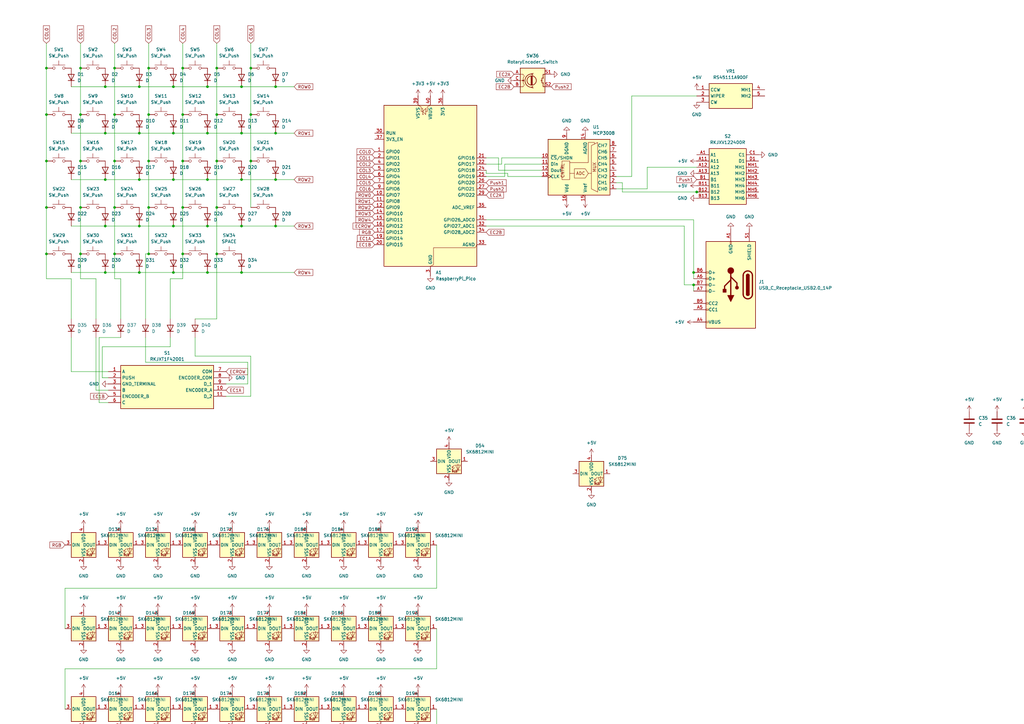
<source format=kicad_sch>
(kicad_sch (version 20250114) (generator "eeschema") (generator_version "9.0")
  (paper "A3")
  (junction (at 582.93 68.58))
  (junction (at 541.02 49.53))
  (junction (at 71.12 54.61))
  (junction (at 596.9 87.63))
  (junction (at 516.89 41.91))
  (junction (at 541.02 30.48))
  (junction (at 113.03 73.66))
  (junction (at 102.87 66.04))
  (junction (at 60.96 27.94))
  (junction (at 568.96 30.48))
  (junction (at 541.02 87.63))
  (junction (at 806.45 76.2))
  (junction (at 554.99 106.68))
  (junction (at 488.95 22.86))
  (junction (at 502.92 22.86))
  (junction (at 57.15 73.66))
  (junction (at 568.96 49.53))
  (junction (at 71.12 111.76))
  (junction (at 88.9 66.04))
  (junction (at 582.93 106.68))
  (junction (at 57.15 92.71))
  (junction (at 33.02 27.94))
  (junction (at 99.06 54.61))
  (junction (at 596.9 30.48))
  (junction (at 558.8 22.86))
  (junction (at 513.08 49.53))
  (junction (at 502.92 80.01))
  (junction (at 85.09 92.71))
  (junction (at 544.83 99.06))
  (junction (at 99.06 73.66))
  (junction (at 488.95 60.96))
  (junction (at 513.08 30.48))
  (junction (at 516.89 60.96))
  (junction (at 43.18 92.71))
  (junction (at 527.05 30.48))
  (junction (at 19.05 27.94))
  (junction (at 527.05 49.53))
  (junction (at 554.99 68.58))
  (junction (at 582.93 49.53))
  (junction (at 60.96 85.09))
  (junction (at 33.02 85.09))
  (junction (at 554.99 30.48))
  (junction (at 99.06 92.71))
  (junction (at 88.9 46.99))
  (junction (at 57.15 111.76))
  (junction (at 554.99 49.53))
  (junction (at 513.08 68.58))
  (junction (at 46.99 27.94))
  (junction (at 74.93 104.14))
  (junction (at 530.86 60.96))
  (junction (at 558.8 41.91))
  (junction (at 85.09 35.56))
  (junction (at 19.05 85.09))
  (junction (at 33.02 104.14))
  (junction (at 99.06 35.56))
  (junction (at 60.96 66.04))
  (junction (at 71.12 35.56))
  (junction (at 99.06 111.76))
  (junction (at 544.83 22.86))
  (junction (at 102.87 27.94))
  (junction (at 568.96 106.68))
  (junction (at 113.03 54.61))
  (junction (at 516.89 80.01))
  (junction (at 46.99 104.14))
  (junction (at 74.93 66.04))
  (junction (at 43.18 73.66))
  (junction (at 85.09 54.61))
  (junction (at 488.95 80.01))
  (junction (at 284.48 111.76))
  (junction (at 596.9 68.58))
  (junction (at 527.05 68.58))
  (junction (at 558.8 60.96))
  (junction (at 85.09 73.66))
  (junction (at 513.08 87.63))
  (junction (at 60.96 46.99))
  (junction (at 586.74 22.86))
  (junction (at 568.96 68.58))
  (junction (at 596.9 49.53))
  (junction (at 71.12 92.71))
  (junction (at 60.96 104.14))
  (junction (at 806.45 81.28))
  (junction (at 541.02 68.58))
  (junction (at 544.83 80.01))
  (junction (at 568.96 87.63))
  (junction (at 502.92 60.96))
  (junction (at 554.99 87.63))
  (junction (at 516.89 22.86))
  (junction (at 572.77 22.86))
  (junction (at 527.05 87.63))
  (junction (at 572.77 41.91))
  (junction (at 102.87 46.99))
  (junction (at 530.86 80.01))
  (junction (at 582.93 30.48))
  (junction (at 502.92 41.91))
  (junction (at 57.15 35.56))
  (junction (at 488.95 41.91))
  (junction (at 113.03 92.71))
  (junction (at 544.83 60.96))
  (junction (at 502.92 99.06))
  (junction (at 88.9 104.14))
  (junction (at 807.72 43.18))
  (junction (at 596.9 106.68))
  (junction (at 46.99 46.99))
  (junction (at 74.93 27.94))
  (junction (at 74.93 85.09))
  (junction (at 572.77 60.96))
  (junction (at 46.99 85.09))
  (junction (at 33.02 66.04))
  (junction (at 558.8 80.01))
  (junction (at 558.8 99.06))
  (junction (at 530.86 22.86))
  (junction (at 516.89 99.06))
  (junction (at 57.15 54.61))
  (junction (at 530.86 41.91))
  (junction (at 19.05 46.99))
  (junction (at 85.09 111.76))
  (junction (at 581.66 80.01))
  (junction (at 284.48 116.84))
  (junction (at 33.02 46.99))
  (junction (at 544.83 41.91))
  (junction (at 586.74 41.91))
  (junction (at 113.03 35.56))
  (junction (at 71.12 73.66))
  (junction (at 43.18 111.76))
  (junction (at 43.18 35.56))
  (junction (at 285.75 78.74))
  (junction (at 74.93 46.99))
  (junction (at 527.05 106.68))
  (junction (at 46.99 66.04))
  (junction (at 88.9 27.94))
  (junction (at 586.74 60.96))
  (junction (at 43.18 54.61))
  (junction (at 19.05 104.14))
  (junction (at 19.05 66.04))
  (junction (at 530.86 99.06))
  (junction (at 541.02 106.68))
  (junction (at 88.9 85.09))
  (wire (pts (xy 582.93 49.53) (xy 596.9 49.53)))
  (wire (pts (xy 568.96 68.58) (xy 582.93 68.58)))
  (wire (pts (xy 40.64 165.1) (xy 44.45 165.1)))
  (wire (pts (xy 57.15 54.61) (xy 71.12 54.61)))
  (wire (pts (xy 530.86 80.01) (xy 530.86 99.06)))
  (wire (pts (xy 510.54 133.35) (xy 519.43 133.35)))
  (wire (pts (xy 488.95 12.7) (xy 488.95 22.86)))
  (wire (pts (xy 29.21 130.81) (xy 29.21 114.3)))
  (wire (pts (xy 727.71 29.21) (xy 727.71 31.75)))
  (wire (pts (xy 499.11 68.58) (xy 513.08 68.58)))
  (wire (pts (xy 514.35 147.32) (xy 499.11 147.32)))
  (wire (pts (xy 88.9 85.09) (xy 88.9 104.14)))
  (wire (pts (xy 284.48 90.17) (xy 284.48 111.76)))
  (wire (pts (xy 499.11 147.32) (xy 499.11 133.35)))
  (wire (pts (xy 502.92 109.22) (xy 502.92 99.06)))
  (wire (pts (xy 44.45 154.94) (xy 41.91 154.94)))
  (wire (pts (xy 69.85 114.3) (xy 74.93 114.3)))
  (wire (pts (xy 541.02 30.48) (xy 554.99 30.48)))
  (wire (pts (xy 510.54 160.02) (xy 510.54 133.35)))
  (wire (pts (xy 57.15 73.66) (xy 71.12 73.66)))
  (wire (pts (xy 85.09 35.56) (xy 99.06 35.56)))
  (wire (pts (xy 730.25 36.83) (xy 730.25 35.56)))
  (wire (pts (xy 807.72 43.18) (xy 777.24 43.18)))
  (wire (pts (xy 99.06 73.66) (xy 113.03 73.66)))
  (wire (pts (xy 39.37 130.81) (xy 39.37 114.3)))
  (wire (pts (xy 71.12 54.61) (xy 85.09 54.61)))
  (wire (pts (xy 513.08 30.48) (xy 527.05 30.48)))
  (wire (pts (xy 516.89 60.96) (xy 516.89 80.01)))
  (wire (pts (xy 199.39 92.71) (xy 280.67 92.71)))
  (wire (pts (xy 727.71 31.75) (xy 721.36 31.75)))
  (wire (pts (xy 586.74 74.93) (xy 581.66 74.93)))
  (wire (pts (xy 806.45 76.2) (xy 806.45 78.74)))
  (wire (pts (xy 29.21 114.3) (xy 19.05 114.3)))
  (wire (pts (xy 59.69 148.59) (xy 59.69 138.43)))
  (wire (pts (xy 39.37 138.43) (xy 39.37 160.02)))
  (wire (pts (xy 513.08 49.53) (xy 527.05 49.53)))
  (wire (pts (xy 513.08 68.58) (xy 527.05 68.58)))
  (wire (pts (xy 558.8 12.7) (xy 558.8 22.86)))
  (wire (pts (xy 554.99 87.63) (xy 568.96 87.63)))
  (wire (pts (xy 59.69 104.14) (xy 60.96 104.14)))
  (wire (pts (xy 544.83 41.91) (xy 544.83 60.96)))
  (wire (pts (xy 694.69 234.95) (xy 542.29 234.95)))
  (wire (pts (xy 46.99 46.99) (xy 46.99 66.04)))
  (wire (pts (xy 721.36 57.15) (xy 802.64 57.15)))
  (wire (pts (xy 85.09 54.61) (xy 99.06 54.61)))
  (wire (pts (xy 204.47 64.77) (xy 199.39 64.77)))
  (wire (pts (xy 571.5 152.4) (xy 571.5 143.51)))
  (wire (pts (xy 499.11 125.73) (xy 499.11 109.22)))
  (wire (pts (xy 488.95 80.01) (xy 488.95 109.22)))
  (wire (pts (xy 726.44 34.29) (xy 726.44 29.21)))
  (wire (pts (xy 529.59 99.06) (xy 529.59 125.73)))
  (wire (pts (xy 502.92 22.86) (xy 502.92 41.91)))
  (wire (pts (xy 69.85 142.24) (xy 69.85 138.43)))
  (wire (pts (xy 694.69 267.97) (xy 542.29 267.97)))
  (wire (pts (xy 113.03 35.56) (xy 120.65 35.56)))
  (wire (pts (xy 544.83 22.86) (xy 544.83 41.91)))
  (wire (pts (xy 207.01 72.39) (xy 199.39 72.39)))
  (wire (pts (xy 572.77 22.86) (xy 572.77 41.91)))
  (wire (pts (xy 721.36 35.56) (xy 721.36 34.29)))
  (wire (pts (xy 542.29 267.97) (xy 542.29 284.48)))
  (wire (pts (xy 499.11 49.53) (xy 513.08 49.53)))
  (wire (pts (xy 92.71 162.56) (xy 102.87 162.56)))
  (wire (pts (xy 596.9 68.58) (xy 605.79 68.58)))
  (wire (pts (xy 721.36 54.61) (xy 806.45 54.61)))
  (wire (pts (xy 71.12 111.76) (xy 85.09 111.76)))
  (wire (pts (xy 43.18 54.61) (xy 57.15 54.61)))
  (wire (pts (xy 572.77 60.96) (xy 572.77 99.06)))
  (wire (pts (xy 255.27 74.93) (xy 255.27 78.74)))
  (wire (pts (xy 102.87 27.94) (xy 102.87 46.99)))
  (wire (pts (xy 101.6 157.48) (xy 101.6 148.59)))
  (wire (pts (xy 102.87 17.78) (xy 102.87 27.94)))
  (wire (pts (xy 802.64 81.28) (xy 806.45 81.28)))
  (wire (pts (xy 744.22 34.29) (xy 726.44 34.29)))
  (wire (pts (xy 596.9 106.68) (xy 605.79 106.68)))
  (wire (pts (xy 744.22 29.21) (xy 727.71 29.21)))
  (wire (pts (xy 222.25 67.31) (xy 207.01 67.31)))
  (wire (pts (xy 527.05 87.63) (xy 541.02 87.63)))
  (wire (pts (xy 41.91 154.94) (xy 41.91 142.24)))
  (wire (pts (xy 46.99 85.09) (xy 46.99 104.14)))
  (wire (pts (xy 787.4 33.02) (xy 787.4 41.91)))
  (wire (pts (xy 222.25 72.39) (xy 208.28 72.39)))
  (wire (pts (xy 71.12 92.71) (xy 85.09 92.71)))
  (wire (pts (xy 208.28 71.12) (xy 199.39 71.12)))
  (wire (pts (xy 19.05 17.78) (xy 19.05 27.94)))
  (wire (pts (xy 284.48 116.84) (xy 284.48 119.38)))
  (wire (pts (xy 60.96 66.04) (xy 60.96 85.09)))
  (wire (pts (xy 280.67 116.84) (xy 284.48 116.84)))
  (wire (pts (xy 46.99 17.78) (xy 46.99 27.94)))
  (wire (pts (xy 586.74 41.91) (xy 586.74 60.96)))
  (wire (pts (xy 99.06 111.76) (xy 120.65 111.76)))
  (wire (pts (xy 558.8 125.73) (xy 558.8 99.06)))
  (wire (pts (xy 572.77 41.91) (xy 572.77 60.96)))
  (wire (pts (xy 509.27 109.22) (xy 502.92 109.22)))
  (wire (pts (xy 596.9 30.48) (xy 605.79 30.48)))
  (wire (pts (xy 40.64 138.43) (xy 49.53 138.43)))
  (wire (pts (xy 488.95 22.86) (xy 488.95 41.91)))
  (wire (pts (xy 102.87 162.56) (xy 102.87 146.05)))
  (wire (pts (xy 179.07 223.52) (xy 179.07 241.3)))
  (wire (pts (xy 744.22 36.83) (xy 730.25 36.83)))
  (wire (pts (xy 502.92 12.7) (xy 502.92 22.86)))
  (wire (pts (xy 509.27 133.35) (xy 509.27 154.94)))
  (wire (pts (xy 49.53 130.81) (xy 49.53 114.3)))
  (wire (pts (xy 488.95 60.96) (xy 488.95 80.01)))
  (wire (pts (xy 511.81 137.16) (xy 539.75 137.16)))
  (wire (pts (xy 514.35 154.94) (xy 509.27 154.94)))
  (wire (pts (xy 33.02 46.99) (xy 33.02 66.04)))
  (wire (pts (xy 57.15 92.71) (xy 71.12 92.71)))
  (wire (pts (xy 511.81 149.86) (xy 511.81 137.16)))
  (wire (pts (xy 539.75 109.22) (xy 544.83 109.22)))
  (wire (pts (xy 568.96 106.68) (xy 582.93 106.68)))
  (wire (pts (xy 562.61 157.48) (xy 572.77 157.48)))
  (wire (pts (xy 554.99 106.68) (xy 568.96 106.68)))
  (wire (pts (xy 205.74 64.77) (xy 205.74 67.31)))
  (wire (pts (xy 549.91 125.73) (xy 558.8 125.73)))
  (wire (pts (xy 596.9 87.63) (xy 605.79 87.63)))
  (wire (pts (xy 207.01 67.31) (xy 207.01 72.39)))
  (wire (pts (xy 204.47 69.85) (xy 204.47 64.77)))
  (wire (pts (xy 549.91 140.97) (xy 549.91 133.35)))
  (wire (pts (xy 265.43 68.58) (xy 265.43 77.47)))
  (wire (pts (xy 57.15 35.56) (xy 71.12 35.56)))
  (wire (pts (xy 530.86 22.86) (xy 530.86 41.91)))
  (wire (pts (xy 60.96 46.99) (xy 60.96 66.04)))
  (wire (pts (xy 179.07 257.81) (xy 179.07 274.32)))
  (wire (pts (xy 252.73 77.47) (xy 265.43 77.47)))
  (wire (pts (xy 60.96 85.09) (xy 60.96 104.14)))
  (wire (pts (xy 222.25 64.77) (xy 205.74 64.77)))
  (wire (pts (xy 46.99 27.94) (xy 46.99 46.99)))
  (wire (pts (xy 208.28 72.39) (xy 208.28 71.12)))
  (wire (pts (xy 26.67 241.3) (xy 26.67 257.81)))
  (wire (pts (xy 558.8 22.86) (xy 558.8 41.91)))
  (wire (pts (xy 596.9 49.53) (xy 605.79 49.53)))
  (wire (pts (xy 516.89 41.91) (xy 516.89 60.96)))
  (wire (pts (xy 179.07 241.3) (xy 26.67 241.3)))
  (wire (pts (xy 88.9 66.04) (xy 88.9 85.09)))
  (wire (pts (xy 541.02 68.58) (xy 554.99 68.58)))
  (wire (pts (xy 33.02 85.09) (xy 33.02 104.14)))
  (wire (pts (xy 41.91 142.24) (xy 69.85 142.24)))
  (wire (pts (xy 29.21 152.4) (xy 29.21 138.43)))
  (wire (pts (xy 542.29 234.95) (xy 542.29 251.46)))
  (wire (pts (xy 33.02 17.78) (xy 33.02 27.94)))
  (wire (pts (xy 255.27 74.93) (xy 252.73 74.93)))
  (wire (pts (xy 728.98 31.75) (xy 728.98 36.83)))
  (wire (pts (xy 60.96 17.78) (xy 60.96 27.94)))
  (wire (pts (xy 44.45 160.02) (xy 39.37 160.02)))
  (wire (pts (xy 85.09 73.66) (xy 99.06 73.66)))
  (wire (pts (xy 694.69 284.48) (xy 694.69 300.99)))
  (wire (pts (xy 529.59 143.51) (xy 529.59 133.35)))
  (wire (pts (xy 774.7 41.91) (xy 787.4 41.91)))
  (wire (pts (xy 33.02 66.04) (xy 33.02 85.09)))
  (wire (pts (xy 581.66 83.82) (xy 586.74 83.82)))
  (wire (pts (xy 502.92 80.01) (xy 502.92 99.06)))
  (wire (pts (xy 92.71 157.48) (xy 101.6 157.48)))
  (wire (pts (xy 46.99 114.3) (xy 46.99 104.14)))
  (wire (pts (xy 280.67 92.71) (xy 280.67 116.84)))
  (wire (pts (xy 572.77 157.48) (xy 572.77 140.97)))
  (wire (pts (xy 777.24 39.37) (xy 777.24 43.18)))
  (wire (pts (xy 101.6 148.59) (xy 59.69 148.59)))
  (wire (pts (xy 529.59 99.06) (xy 530.86 99.06)))
  (wire (pts (xy 284.48 111.76) (xy 284.48 114.3)))
  (wire (pts (xy 488.95 41.91) (xy 488.95 60.96)))
  (wire (pts (xy 802.64 57.15) (xy 802.64 81.28)))
  (wire (pts (xy 19.05 46.99) (xy 19.05 66.04)))
  (wire (pts (xy 74.93 85.09) (xy 74.93 104.14)))
  (wire (pts (xy 74.93 66.04) (xy 74.93 85.09)))
  (wire (pts (xy 205.74 67.31) (xy 199.39 67.31)))
  (wire (pts (xy 179.07 307.34) (xy 26.67 307.34)))
  (wire (pts (xy 516.89 22.86) (xy 516.89 41.91)))
  (wire (pts (xy 730.25 35.56) (xy 721.36 35.56)))
  (wire (pts (xy 74.93 17.78) (xy 74.93 27.94)))
  (wire (pts (xy 554.99 68.58) (xy 568.96 68.58)))
  (wire (pts (xy 568.96 87.63) (xy 596.9 87.63)))
  (wire (pts (xy 787.4 33.02) (xy 807.72 33.02)))
  (wire (pts (xy 810.26 43.18) (xy 807.72 43.18)))
  (wire (pts (xy 586.74 83.82) (xy 586.74 99.06)))
  (wire (pts (xy 568.96 49.53) (xy 582.93 49.53)))
  (wire (pts (xy 530.86 60.96) (xy 530.86 80.01)))
  (wire (pts (xy 71.12 73.66) (xy 85.09 73.66)))
  (wire (pts (xy 85.09 111.76) (xy 99.06 111.76)))
  (wire (pts (xy 582.93 68.58) (xy 596.9 68.58)))
  (wire (pts (xy 33.02 27.94) (xy 33.02 46.99)))
  (wire (pts (xy 513.08 87.63) (xy 527.05 87.63)))
  (wire (pts (xy 199.39 71.12) (xy 199.39 69.85)))
  (wire (pts (xy 113.03 54.61) (xy 120.65 54.61)))
  (wire (pts (xy 519.43 109.22) (xy 516.89 109.22)))
  (wire (pts (xy 88.9 17.78) (xy 88.9 27.94)))
  (wire (pts (xy 558.8 41.91) (xy 558.8 60.96)))
  (wire (pts (xy 499.11 30.48) (xy 513.08 30.48)))
  (wire (pts (xy 29.21 54.61) (xy 43.18 54.61)))
  (wire (pts (xy 777.24 39.37) (xy 774.7 39.37)))
  (wire (pts (xy 728.98 36.83) (xy 721.36 36.83)))
  (wire (pts (xy 694.69 217.17) (xy 694.69 234.95)))
  (wire (pts (xy 806.45 81.28) (xy 806.45 83.82)))
  (wire (pts (xy 19.05 85.09) (xy 19.05 104.14)))
  (wire (pts (xy 29.21 92.71) (xy 43.18 92.71)))
  (wire (pts (xy 43.18 111.76) (xy 57.15 111.76)))
  (wire (pts (xy 80.01 146.05) (xy 80.01 138.43)))
  (wire (pts (xy 530.86 41.91) (xy 530.86 60.96)))
  (wire (pts (xy 80.01 130.81) (xy 88.9 130.81)))
  (wire (pts (xy 259.08 39.37) (xy 259.08 72.39)))
  (wire (pts (xy 513.08 106.68) (xy 527.05 106.68)))
  (wire (pts (xy 582.93 30.48) (xy 596.9 30.48)))
  (wire (pts (xy 113.03 92.71) (xy 120.65 92.71)))
  (wire (pts (xy 85.09 92.71) (xy 99.06 92.71)))
  (wire (pts (xy 744.22 31.75) (xy 728.98 31.75)))
  (wire (pts (xy 39.37 114.3) (xy 33.02 114.3)))
  (wire (pts (xy 527.05 106.68) (xy 541.02 106.68)))
  (wire (pts (xy 19.05 66.04) (xy 19.05 85.09)))
  (wire (pts (xy 88.9 130.81) (xy 88.9 104.14)))
  (wire (pts (xy 288.29 78.74) (xy 285.75 78.74)))
  (wire (pts (xy 694.69 300.99) (xy 542.29 300.99)))
  (wire (pts (xy 586.74 22.86) (xy 586.74 41.91)))
  (wire (pts (xy 74.93 114.3) (xy 74.93 104.14)))
  (wire (pts (xy 527.05 30.48) (xy 541.02 30.48)))
  (wire (pts (xy 69.85 130.81) (xy 69.85 114.3)))
  (wire (pts (xy 26.67 307.34) (xy 26.67 323.85)))
  (wire (pts (xy 544.83 109.22) (xy 544.83 99.06)))
  (wire (pts (xy 581.66 80.01) (xy 581.66 83.82)))
  (wire (pts (xy 554.99 30.48) (xy 568.96 30.48)))
  (wire (pts (xy 509.27 125.73) (xy 509.27 109.22)))
  (wire (pts (xy 259.08 72.39) (xy 252.73 72.39)))
  (wire (pts (xy 43.18 73.66) (xy 57.15 73.66)))
  (wire (pts (xy 102.87 66.04) (xy 102.87 85.09)))
  (wire (pts (xy 57.15 111.76) (xy 71.12 111.76)))
  (wire (pts (xy 694.69 251.46) (xy 694.69 267.97)))
  (wire (pts (xy 46.99 66.04) (xy 46.99 85.09)))
  (wire (pts (xy 558.8 80.01) (xy 558.8 99.06)))
  (wire (pts (xy 71.12 35.56) (xy 85.09 35.56)))
  (wire (pts (xy 516.89 109.22) (xy 516.89 99.06)))
  (wire (pts (xy 59.69 104.14) (xy 59.69 130.81)))
  (wire (pts (xy 571.5 143.51) (xy 529.59 143.51)))
  (wire (pts (xy 222.25 69.85) (xy 204.47 69.85)))
  (wire (pts (xy 44.45 152.4) (xy 29.21 152.4)))
  (wire (pts (xy 530.86 12.7) (xy 530.86 22.86)))
  (wire (pts (xy 572.77 12.7) (xy 572.77 22.86)))
  (wire (pts (xy 527.05 68.58) (xy 541.02 68.58)))
  (wire (pts (xy 29.21 111.76) (xy 43.18 111.76)))
  (wire (pts (xy 726.44 29.21) (xy 721.36 29.21)))
  (wire (pts (xy 99.06 35.56) (xy 113.03 35.56)))
  (wire (pts (xy 265.43 68.58) (xy 285.75 68.58)))
  (wire (pts (xy 544.83 12.7) (xy 544.83 22.86)))
  (wire (pts (xy 541.02 49.53) (xy 554.99 49.53)))
  (wire (pts (xy 99.06 92.71) (xy 113.03 92.71)))
  (wire (pts (xy 541.02 106.68) (xy 554.99 106.68)))
  (wire (pts (xy 33.02 114.3) (xy 33.02 104.14)))
  (wire (pts (xy 562.61 152.4) (xy 571.5 152.4)))
  (wire (pts (xy 581.66 74.93) (xy 581.66 80.01)))
  (wire (pts (xy 541.02 87.63) (xy 554.99 87.63)))
  (wire (pts (xy 586.74 60.96) (xy 586.74 74.93)))
  (wire (pts (xy 519.43 125.73) (xy 519.43 109.22)))
  (wire (pts (xy 516.89 12.7) (xy 516.89 22.86)))
  (wire (pts (xy 88.9 27.94) (xy 88.9 46.99)))
  (wire (pts (xy 539.75 137.16) (xy 539.75 133.35)))
  (wire (pts (xy 19.05 27.94) (xy 19.05 46.99)))
  (wire (pts (xy 259.08 39.37) (xy 285.75 39.37)))
  (wire (pts (xy 591.82 80.01) (xy 596.9 80.01)))
  (wire (pts (xy 49.53 114.3) (xy 46.99 114.3)))
  (wire (pts (xy 499.11 109.22) (xy 488.95 109.22)))
  (wire (pts (xy 542.29 300.99) (xy 542.29 317.5)))
  (wire (pts (xy 558.8 60.96) (xy 558.8 80.01)))
  (wire (pts (xy 60.96 27.94) (xy 60.96 46.99)))
  (wire (pts (xy 43.18 92.71) (xy 57.15 92.71)))
  (wire (pts (xy 102.87 146.05) (xy 80.01 146.05)))
  (wire (pts (xy 544.83 80.01) (xy 544.83 99.06)))
  (wire (pts (xy 26.67 274.32) (xy 26.67 290.83)))
  (wire (pts (xy 285.75 78.74) (xy 255.27 78.74)))
  (wire (pts (xy 179.07 290.83) (xy 179.07 307.34)))
  (wire (pts (xy 554.99 49.53) (xy 568.96 49.53)))
  (wire (pts (xy 806.45 54.61) (xy 806.45 76.2)))
  (wire (pts (xy 102.87 46.99) (xy 102.87 66.04)))
  (wire (pts (xy 502.92 41.91) (xy 502.92 60.96)))
  (wire (pts (xy 19.05 114.3) (xy 19.05 104.14)))
  (wire (pts (xy 40.64 165.1) (xy 40.64 138.43)))
  (wire (pts (xy 586.74 12.7) (xy 586.74 22.86)))
  (wire (pts (xy 74.93 27.94) (xy 74.93 46.99)))
  (wire (pts (xy 499.11 87.63) (xy 513.08 87.63)))
  (wire (pts (xy 527.05 49.53) (xy 541.02 49.53)))
  (wire (pts (xy 99.06 54.61) (xy 113.03 54.61)))
  (wire (pts (xy 572.77 140.97) (xy 549.91 140.97)))
  (wire (pts (xy 179.07 274.32) (xy 26.67 274.32)))
  (wire (pts (xy 74.93 46.99) (xy 74.93 66.04)))
  (wire (pts (xy 199.39 90.17) (xy 284.48 90.17)))
  (wire (pts (xy 568.96 30.48) (xy 582.93 30.48)))
  (wire (pts (xy 539.75 125.73) (xy 539.75 109.22)))
  (wire (pts (xy 582.93 106.68) (xy 596.9 106.68)))
  (wire (pts (xy 43.18 35.56) (xy 57.15 35.56)))
  (wire (pts (xy 502.92 60.96) (xy 502.92 80.01)))
  (wire (pts (xy 29.21 73.66) (xy 43.18 73.66)))
  (wire (pts (xy 510.54 160.02) (xy 514.35 160.02)))
  (wire (pts (xy 516.89 80.01) (xy 516.89 99.06)))
  (wire (pts (xy 544.83 60.96) (xy 544.83 80.01)))
  (wire (pts (xy 514.35 149.86) (xy 511.81 149.86)))
  (wire (pts (xy 29.21 35.56) (xy 43.18 35.56)))
  (wire (pts (xy 88.9 46.99) (xy 88.9 66.04)))
  (wire (pts (xy 113.03 73.66) (xy 120.65 73.66)))
  (global_label "COL0" (shape input) (at 19.05 17.78 90) (property "Intersheetrefs" "${INTERSHEET_REFS}" (effects (hide yes))))
  (global_label "ROW3b" (shape input) (at 605.79 87.63 0) (property "Intersheetrefs" "${INTERSHEET_REFS}" (effects (hide yes))))
  (global_label "Push3" (shape input) (at 807.72 38.1 180) (property "Intersheetrefs" "${INTERSHEET_REFS}" (effects (hide yes))))
  (global_label "EC2A" (shape input) (at 210.82 30.48 180) (property "Intersheetrefs" "${INTERSHEET_REFS}" (effects (hide yes))))
  (global_label "EC1B" (shape input) (at 153.67 100.33 180) (property "Intersheetrefs" "${INTERSHEET_REFS}" (effects (hide yes))))
  (global_label "COL5b" (shape input) (at 558.8 12.7 90) (property "Intersheetrefs" "${INTERSHEET_REFS}" (effects (hide yes))))
  (global_label "ECROW" (shape input) (at 153.67 92.71 180) (property "Intersheetrefs" "${INTERSHEET_REFS}" (effects (hide yes))))
  (global_label "COL6" (shape input) (at 102.87 17.78 90) (property "Intersheetrefs" "${INTERSHEET_REFS}" (effects (hide yes))))
  (global_label "RGBb" (shape input) (at 542.29 217.17 180) (property "Intersheetrefs" "${INTERSHEET_REFS}" (effects (hide yes))))
  (global_label "COL1" (shape input) (at 33.02 17.78 90) (property "Intersheetrefs" "${INTERSHEET_REFS}" (effects (hide yes))))
  (global_label "COL1b" (shape input) (at 502.92 12.7 90) (property "Intersheetrefs" "${INTERSHEET_REFS}" (effects (hide yes))))
  (global_label "EC1B" (shape input) (at 44.45 162.56 180) (property "Intersheetrefs" "${INTERSHEET_REFS}" (effects (hide yes))))
  (global_label "ROW3" (shape input) (at 120.65 92.71 0) (property "Intersheetrefs" "${INTERSHEET_REFS}" (effects (hide yes))))
  (global_label "Push1" (shape input) (at 199.39 74.93 0) (property "Intersheetrefs" "${INTERSHEET_REFS}" (effects (hide yes))))
  (global_label "COL3b" (shape input) (at 675.64 34.29 180) (property "Intersheetrefs" "${INTERSHEET_REFS}" (effects (hide yes))))
  (global_label "EC2B" (shape input) (at 199.39 95.25 0) (property "Intersheetrefs" "${INTERSHEET_REFS}" (effects (hide yes))))
  (global_label "RGB" (shape input) (at 26.67 223.52 180) (property "Intersheetrefs" "${INTERSHEET_REFS}" (effects (hide yes))))
  (global_label "ROW3" (shape input) (at 153.67 87.63 180) (property "Intersheetrefs" "${INTERSHEET_REFS}" (effects (hide yes))))
  (global_label "COL2b" (shape input) (at 516.89 12.7 90) (property "Intersheetrefs" "${INTERSHEET_REFS}" (effects (hide yes))))
  (global_label "COL2b" (shape input) (at 675.64 31.75 180) (property "Intersheetrefs" "${INTERSHEET_REFS}" (effects (hide yes))))
  (global_label "Push2" (shape input) (at 199.39 77.47 0) (property "Intersheetrefs" "${INTERSHEET_REFS}" (effects (hide yes))))
  (global_label "COL6b" (shape input) (at 675.64 41.91 180) (property "Intersheetrefs" "${INTERSHEET_REFS}" (effects (hide yes))))
  (global_label "COL2" (shape input) (at 153.67 67.31 180) (property "Intersheetrefs" "${INTERSHEET_REFS}" (effects (hide yes))))
  (global_label "COL3" (shape input) (at 60.96 17.78 90) (property "Intersheetrefs" "${INTERSHEET_REFS}" (effects (hide yes))))
  (global_label "ROW0b" (shape input) (at 675.64 44.45 180) (property "Intersheetrefs" "${INTERSHEET_REFS}" (effects (hide yes))))
  (global_label "Push1" (shape input) (at 285.75 73.66 180) (property "Intersheetrefs" "${INTERSHEET_REFS}" (effects (hide yes))))
  (global_label "ROW4" (shape input) (at 153.67 90.17 180) (property "Intersheetrefs" "${INTERSHEET_REFS}" (effects (hide yes))))
  (global_label "COL7b" (shape input) (at 721.36 41.91 0) (property "Intersheetrefs" "${INTERSHEET_REFS}" (effects (hide yes))))
  (global_label "COL0" (shape input) (at 153.67 62.23 180) (property "Intersheetrefs" "${INTERSHEET_REFS}" (effects (hide yes))))
  (global_label "ROW4" (shape input) (at 120.65 111.76 0) (property "Intersheetrefs" "${INTERSHEET_REFS}" (effects (hide yes))))
  (global_label "COL1b" (shape input) (at 675.64 29.21 180) (property "Intersheetrefs" "${INTERSHEET_REFS}" (effects (hide yes))))
  (global_label "COL4" (shape input) (at 74.93 17.78 90) (property "Intersheetrefs" "${INTERSHEET_REFS}" (effects (hide yes))))
  (global_label "ROW1b" (shape input) (at 675.64 46.99 180) (property "Intersheetrefs" "${INTERSHEET_REFS}" (effects (hide yes))))
  (global_label "COL3" (shape input) (at 153.67 69.85 180) (property "Intersheetrefs" "${INTERSHEET_REFS}" (effects (hide yes))))
  (global_label "COL6b" (shape input) (at 572.77 12.7 90) (property "Intersheetrefs" "${INTERSHEET_REFS}" (effects (hide yes))))
  (global_label "ROW0b" (shape input) (at 605.79 30.48 0) (property "Intersheetrefs" "${INTERSHEET_REFS}" (effects (hide yes))))
  (global_label "ROW3b" (shape input) (at 675.64 52.07 180) (property "Intersheetrefs" "${INTERSHEET_REFS}" (effects (hide yes))))
  (global_label "ROW1" (shape input) (at 120.65 54.61 0) (property "Intersheetrefs" "${INTERSHEET_REFS}" (effects (hide yes))))
  (global_label "COL4" (shape input) (at 153.67 72.39 180) (property "Intersheetrefs" "${INTERSHEET_REFS}" (effects (hide yes))))
  (global_label "ROW4b" (shape input) (at 675.64 54.61 180) (property "Intersheetrefs" "${INTERSHEET_REFS}" (effects (hide yes))))
  (global_label "EC2A" (shape input) (at 199.39 80.01 0) (property "Intersheetrefs" "${INTERSHEET_REFS}" (effects (hide yes))))
  (global_label "EC3B" (shape input) (at 514.35 157.48 180) (property "Intersheetrefs" "${INTERSHEET_REFS}" (effects (hide yes))))
  (global_label "COL0b" (shape input) (at 675.64 26.67 180) (property "Intersheetrefs" "${INTERSHEET_REFS}" (effects (hide yes))))
  (global_label "COL5" (shape input) (at 153.67 74.93 180) (property "Intersheetrefs" "${INTERSHEET_REFS}" (effects (hide yes))))
  (global_label "EC3A" (shape input) (at 675.64 62.23 180) (property "Intersheetrefs" "${INTERSHEET_REFS}" (effects (hide yes))))
  (global_label "COL1" (shape input) (at 153.67 64.77 180) (property "Intersheetrefs" "${INTERSHEET_REFS}" (effects (hide yes))))
  (global_label "ROW2b" (shape input) (at 675.64 49.53 180) (property "Intersheetrefs" "${INTERSHEET_REFS}" (effects (hide yes))))
  (global_label "COL3b" (shape input) (at 530.86 12.7 90) (property "Intersheetrefs" "${INTERSHEET_REFS}" (effects (hide yes))))
  (global_label "Push2" (shape input) (at 226.06 35.56 0) (property "Intersheetrefs" "${INTERSHEET_REFS}" (effects (hide yes))))
  (global_label "ROW1b" (shape input) (at 605.79 49.53 0) (property "Intersheetrefs" "${INTERSHEET_REFS}" (effects (hide yes))))
  (global_label "COL5b" (shape input) (at 675.64 39.37 180) (property "Intersheetrefs" "${INTERSHEET_REFS}" (effects (hide yes))))
  (global_label "COL7b" (shape input) (at 586.74 12.7 90) (property "Intersheetrefs" "${INTERSHEET_REFS}" (effects (hide yes))))
  (global_label "COL4b" (shape input) (at 544.83 12.7 90) (property "Intersheetrefs" "${INTERSHEET_REFS}" (effects (hide yes))))
  (global_label "COL6" (shape input) (at 153.67 77.47 180) (property "Intersheetrefs" "${INTERSHEET_REFS}" (effects (hide yes))))
  (global_label "ROW2b" (shape input) (at 605.79 68.58 0) (property "Intersheetrefs" "${INTERSHEET_REFS}" (effects (hide yes))))
  (global_label "ROW2" (shape input) (at 153.67 85.09 180) (property "Intersheetrefs" "${INTERSHEET_REFS}" (effects (hide yes))))
  (global_label "RGB" (shape input) (at 153.67 95.25 180) (property "Intersheetrefs" "${INTERSHEET_REFS}" (effects (hide yes))))
  (global_label "ROW2" (shape input) (at 120.65 73.66 0) (property "Intersheetrefs" "${INTERSHEET_REFS}" (effects (hide yes))))
  (global_label "COL4b" (shape input) (at 675.64 36.83 180) (property "Intersheetrefs" "${INTERSHEET_REFS}" (effects (hide yes))))
  (global_label "ECROW" (shape input) (at 92.71 152.4 0) (property "Intersheetrefs" "${INTERSHEET_REFS}" (effects (hide yes))))
  (global_label "ROW1" (shape input) (at 153.67 82.55 180) (property "Intersheetrefs" "${INTERSHEET_REFS}" (effects (hide yes))))
  (global_label "ROW4b" (shape input) (at 605.79 106.68 0) (property "Intersheetrefs" "${INTERSHEET_REFS}" (effects (hide yes))))
  (global_label "EC3B" (shape input) (at 675.64 64.77 180) (property "Intersheetrefs" "${INTERSHEET_REFS}" (effects (hide yes))))
  (global_label "EC1A" (shape input) (at 153.67 97.79 180) (property "Intersheetrefs" "${INTERSHEET_REFS}" (effects (hide yes))))
  (global_label "COL2" (shape input) (at 46.99 17.78 90) (property "Intersheetrefs" "${INTERSHEET_REFS}" (effects (hide yes))))
  (global_label "COL0b" (shape input) (at 488.95 12.7 90) (property "Intersheetrefs" "${INTERSHEET_REFS}" (effects (hide yes))))
  (global_label "ROW0" (shape input) (at 120.65 35.56 0) (property "Intersheetrefs" "${INTERSHEET_REFS}" (effects (hide yes))))
  (global_label "ECROWb" (shape input) (at 562.61 147.32 0) (property "Intersheetrefs" "${INTERSHEET_REFS}" (effects (hide yes))))
  (global_label "EC1A" (shape input) (at 92.71 160.02 0) (property "Intersheetrefs" "${INTERSHEET_REFS}" (effects (hide yes))))
  (global_label "ROW0" (shape input) (at 153.67 80.01 180) (property "Intersheetrefs" "${INTERSHEET_REFS}" (effects (hide yes))))
  (global_label "Push3" (shape input) (at 721.36 39.37 0) (property "Intersheetrefs" "${INTERSHEET_REFS}" (effects (hide yes))))
  (global_label "EC3A" (shape input) (at 562.61 154.94 0) (property "Intersheetrefs" "${INTERSHEET_REFS}" (effects (hide yes))))
  (global_label "RGBb" (shape input) (at 675.64 59.69 180) (property "Intersheetrefs" "${INTERSHEET_REFS}" (effects (hide yes))))
  (global_label "ECROWb" (shape input) (at 675.64 57.15 180) (property "Intersheetrefs" "${INTERSHEET_REFS}" (effects (hide yes))))
  (global_label "EC2B" (shape input) (at 210.82 35.56 180) (property "Intersheetrefs" "${INTERSHEET_REFS}" (effects (hide yes))))
  (global_label "COL5" (shape input) (at 88.9 17.78 90) (property "Intersheetrefs" "${INTERSHEET_REFS}" (effects (hide yes))))
  (symbol (lib_id "Switch:SW_Push") (at 577.85 22.86 0) (unit 1)
    (property "Reference" "SW66" (at 577.85 15.24 0))
    (property "Value" "SW_Push" (at 577.85 17.78 0))
    (property "Footprint" "ScottoKeebs_Hotswap:Hotswap_MX_1.00u" (effects (hide yes)))
    (property "Description" "Push button switch, generic, two pins" (effects (hide yes)))
  )
  (symbol (lib_id "Stick:RKJXV122400R") (at 807.72 27.94 0) (unit 1)
    (property "Reference" "S4" (at 820.42 20.32 0))
    (property "Value" "RKJXV122400R" (at 820.42 22.86 0))
    (property "Footprint" "Stick:RKJXV122400R" (effects (hide yes)))
    (property "Datasheet" "https://tech.alpsalpine.com/prod/e/html/multicontrol/potentiometer/rkjxk/rkjxv122400r.html" (effects (hide yes)))
    (property "Description" "Multi Control Devices Potentiometer Type ThumbPointer (Stick Controller) RKJXV Series" (effects (hide yes)))
    (property "Height" "18.95" (effects (hide yes)))
    (property "Manufacturer_Name" "ALPS Electric" (effects (hide yes)))
    (property "Manufacturer_Part_Number" "RKJXV122400R" (effects (hide yes)))
    (property "Mouser Part Number" "688-RKJXV122400R" (effects (hide yes)))
    (property "Mouser Price/Stock" "https://www.mouser.co.uk/ProductDetail/Alps-Alpine/RKJXV122400R?qs=GedFDFLaBXEbB%252ByoOVwLBg%3D%3D" (effects (hide yes)))
  )
  (symbol (lib_id "LED:SK6812MINI") (at 184.15 189.23 0) (unit 1)
    (property "Reference" "D54" (at 196.85 182.8098 0))
    (property "Value" "SK6812MINI" (at 196.85 185.3498 0))
    (property "Footprint" "cheyao macropad main PCB-third_party_neopixel.petty:SK6812MINI-E" (effects (hide yes)))
    (property "Datasheet" "https://cdn-shop.adafruit.com/product-files/2686/SK6812MINI_REV.01-1-2.pdf" (effects (hide yes)))
    (property "Description" "RGB LED with integrated controller" (effects (hide yes)))
  )
  (symbol (lib_id "LED:SK6812MINI") (at 595.63 317.5 0) (unit 1)
    (property "Reference" "D157" (at 608.33 311.0798 0))
    (property "Value" "SK6812MINI" (at 608.33 313.6198 0))
    (property "Footprint" "cheyao macropad main PCB-third_party_neopixel.petty:SK6812MINI-E" (effects (hide yes)))
    (property "Datasheet" "https://cdn-shop.adafruit.com/product-files/2686/SK6812MINI_REV.01-1-2.pdf" (effects (hide yes)))
    (property "Description" "RGB LED with integrated controller" (effects (hide yes)))
  )
  (symbol (lib_id "power:GND") (at 641.35 292.1 0) (unit 1)
    (property "Reference" "#PWR0106" (effects (hide yes)))
    (property "Value" "GND" (at 641.35 297.18 0))
    (property "Description" "Power symbol creates a global label with name \"GND\" , ground" (effects (hide yes)))
  )
  (symbol (lib_id "power:+5V") (at 240.03 82.55 180) (unit 1)
    (property "Reference" "#PWR024" (effects (hide yes)))
    (property "Value" "+5V" (at 240.03 87.63 0))
    (property "Description" "Power symbol creates a global label with name \"+5V\"" (effects (hide yes)))
  )
  (symbol (lib_id "Device:D") (at 29.21 88.9 90) (unit 1)
    (property "Reference" "D22" (at 31.75 87.6299 90) (effects (justify right)))
    (property "Value" "D" (at 31.75 90.1699 90) (effects (justify right)))
    (property "Footprint" "Diode_THT:D_DO-35_SOD27_P7.62mm_Horizontal" (effects (hide yes)))
    (property "Description" "Diode" (effects (hide yes)))
    (property "Sim.Device" "D" (effects (hide yes)))
    (property "Sim.Pins" "1=K 2=A" (effects (hide yes)))
  )
  (symbol (lib_id "power:+5V") (at 34.29 250.19 0) (unit 1)
    (property "Reference" "#PWR0147" (effects (hide yes)))
    (property "Value" "+5V" (at 34.29 245.11 0))
    (property "Description" "Power symbol creates a global label with name \"+5V\"" (effects (hide yes)))
  )
  (symbol (lib_id "power:+5V") (at 454.66 168.91 0) (unit 1)
    (property "Reference" "#PWR0135" (effects (hide yes)))
    (property "Value" "+5V" (at 454.66 163.83 0))
    (property "Description" "Power symbol creates a global label with name \"+5V\"" (effects (hide yes)))
  )
  (symbol (lib_id "power:GND") (at 125.73 298.45 0) (unit 1)
    (property "Reference" "#PWR0198" (effects (hide yes)))
    (property "Value" "GND" (at 125.73 303.53 0))
    (property "Description" "Power symbol creates a global label with name \"GND\" , ground" (effects (hide yes)))
  )
  (symbol (lib_id "Device:C") (at 420.37 172.72 0) (unit 1)
    (property "Reference" "C37" (at 424.18 171.4499 0) (effects (justify left)))
    (property "Value" "C" (at 424.18 173.9899 0) (effects (justify left)))
    (property "Footprint" "Capacitor_SMD:C_0805_2012Metric_Pad1.18x1.45mm_HandSolder" (effects (hide yes)))
    (property "Description" "Unpolarized capacitor" (effects (hide yes)))
  )
  (symbol (lib_id "MCU_Module:RaspberryPi_Pico") (at 176.53 77.47 0) (unit 1)
    (property "Reference" "A1" (at 178.6733 111.76 0) (effects (justify left)))
    (property "Value" "RaspberryPi_Pico" (at 178.6733 114.3 0) (effects (justify left)))
    (property "Footprint" "Module:RaspberryPi_Pico_Common_Unspecified" (effects (hide yes)))
    (property "Datasheet" "https://datasheets.raspberrypi.com/pico/pico-datasheet.pdf" (effects (hide yes)))
    (property "Description" "Versatile and inexpensive microcontroller module powered by RP2040 dual-core Arm Cortex-M0+ processor up to 133 MHz, 264kB SRAM, 2MB QSPI flash; also supports Raspberry Pi Pico 2" (effects (hide yes)))
  )
  (symbol (lib_id "Switch:SW_Push") (at 66.04 27.94 0) (unit 1)
    (property "Reference" "SW4" (at 66.04 20.32 0))
    (property "Value" "SW_Push" (at 66.04 22.86 0))
    (property "Footprint" "ScottoKeebs_Hotswap:Hotswap_MX_1.00u" (effects (hide yes)))
    (property "Description" "Push button switch, generic, two pins" (effects (hide yes)))
  )
  (symbol (lib_id "LED:SK6812MINI") (at 49.53 290.83 0) (unit 1)
    (property "Reference" "D166" (at 62.23 284.4098 0))
    (property "Value" "SK6812MINI" (at 62.23 286.9498 0))
    (property "Footprint" "cheyao macropad main PCB-third_party_neopixel.petty:SK6812MINI-E" (effects (hide yes)))
    (property "Datasheet" "https://cdn-shop.adafruit.com/product-files/2686/SK6812MINI_REV.01-1-2.pdf" (effects (hide yes)))
    (property "Description" "RGB LED with integrated controller" (effects (hide yes)))
  )
  (symbol (lib_id "Switch:SW_Push") (at 563.88 22.86 0) (unit 1)
    (property "Reference" "SW61" (at 563.88 15.24 0))
    (property "Value" "SW_Push" (at 563.88 17.78 0))
    (property "Footprint" "ScottoKeebs_Hotswap:Hotswap_MX_1.00u" (effects (hide yes)))
    (property "Description" "Push button switch, generic, two pins" (effects (hide yes)))
  )
  (symbol (lib_id "power:+5V") (at 171.45 215.9 0) (unit 1)
    (property "Reference" "#PWR0217" (effects (hide yes)))
    (property "Value" "+5V" (at 171.45 210.82 0))
    (property "Description" "Power symbol creates a global label with name \"+5V\"" (effects (hide yes)))
  )
  (symbol (lib_id "power:+5V") (at 671.83 276.86 0) (unit 1)
    (property "Reference" "#PWR0109" (effects (hide yes)))
    (property "Value" "+5V" (at 671.83 271.78 0))
    (property "Description" "Power symbol creates a global label with name \"+5V\"" (effects (hide yes)))
  )
  (symbol (lib_id "Device:D") (at 582.93 64.77 90) (unit 1)
    (property "Reference" "D114" (at 585.47 63.4999 90) (effects (justify right)))
    (property "Value" "D" (at 585.47 66.0399 90) (effects (justify right)))
    (property "Footprint" "Diode_THT:D_DO-35_SOD27_P7.62mm_Horizontal" (effects (hide yes)))
    (property "Description" "Diode" (effects (hide yes)))
    (property "Sim.Device" "D" (effects (hide yes)))
    (property "Sim.Pins" "1=K 2=A" (effects (hide yes)))
  )
  (symbol (lib_id "power:+5V") (at 95.25 283.21 0) (unit 1)
    (property "Reference" "#PWR0181" (effects (hide yes)))
    (property "Value" "+5V" (at 95.25 278.13 0))
    (property "Description" "Power symbol creates a global label with name \"+5V\"" (effects (hide yes)))
  )
  (symbol (lib_id "Device:D") (at 596.9 26.67 90) (unit 1)
    (property "Reference" "D116" (at 599.44 25.3999 90) (effects (justify right)))
    (property "Value" "D" (at 599.44 27.9399 90) (effects (justify right)))
    (property "Footprint" "Diode_THT:D_DO-35_SOD27_P7.62mm_Horizontal" (effects (hide yes)))
    (property "Description" "Diode" (effects (hide yes)))
    (property "Sim.Device" "D" (effects (hide yes)))
    (property "Sim.Pins" "1=K 2=A" (effects (hide yes)))
  )
  (symbol (lib_id "Device:D") (at 554.99 45.72 90) (unit 1)
    (property "Reference" "D103" (at 557.53 44.4499 90) (effects (justify right)))
    (property "Value" "D" (at 557.53 46.9899 90) (effects (justify right)))
    (property "Footprint" "Diode_THT:D_DO-35_SOD27_P7.62mm_Horizontal" (effects (hide yes)))
    (property "Description" "Diode" (effects (hide yes)))
    (property "Sim.Device" "D" (effects (hide yes)))
    (property "Sim.Pins" "1=K 2=A" (effects (hide yes)))
  )
  (symbol (lib_id "Device:D") (at 43.18 69.85 90) (unit 1)
    (property "Reference" "D16" (at 45.72 68.5799 90) (effects (justify right)))
    (property "Value" "D" (at 45.72 71.1199 90) (effects (justify right)))
    (property "Footprint" "Diode_THT:D_DO-35_SOD27_P7.62mm_Horizontal" (effects (hide yes)))
    (property "Description" "Diode" (effects (hide yes)))
    (property "Sim.Device" "D" (effects (hide yes)))
    (property "Sim.Pins" "1=K 2=A" (effects (hide yes)))
  )
  (symbol (lib_id "power:GND") (at 656.59 224.79 0) (unit 1)
    (property "Reference" "#PWR060" (effects (hide yes)))
    (property "Value" "GND" (at 656.59 229.87 0))
    (property "Description" "Power symbol creates a global label with name \"GND\" , ground" (effects (hide yes)))
  )
  (symbol (lib_id "LED:SK6812MINI") (at 34.29 323.85 0) (unit 1)
    (property "Reference" "D165" (at 46.99 317.4298 0))
    (property "Value" "SK6812MINI" (at 46.99 319.9698 0))
    (property "Footprint" "cheyao macropad main PCB-third_party_neopixel.petty:SK6812MINI-E" (effects (hide yes)))
    (property "Datasheet" "https://cdn-shop.adafruit.com/product-files/2686/SK6812MINI_REV.01-1-2.pdf" (effects (hide yes)))
    (property "Description" "RGB LED with integrated controller" (effects (hide yes)))
  )
  (symbol (lib_id "power:+5V") (at 565.15 243.84 0) (unit 1)
    (property "Reference" "#PWR071" (effects (hide yes)))
    (property "Value" "+5V" (at 565.15 238.76 0))
    (property "Description" "Power symbol creates a global label with name \"+5V\"" (effects (hide yes)))
  )
  (symbol (lib_id "LED:SK6812MINI") (at 610.87 217.17 0) (unit 1)
    (property "Reference" "D124" (at 623.57 210.7498 0))
    (property "Value" "SK6812MINI" (at 623.57 213.2898 0))
    (property "Footprint" "cheyao macropad main PCB-third_party_neopixel.petty:SK6812MINI-E" (effects (hide yes)))
    (property "Datasheet" "https://cdn-shop.adafruit.com/product-files/2686/SK6812MINI_REV.01-1-2.pdf" (effects (hide yes)))
    (property "Description" "RGB LED with integrated controller" (effects (hide yes)))
  )
  (symbol (lib_id "Switch:SW_Push") (at 521.97 60.96 0) (unit 1)
    (property "Reference" "SW48" (at 521.97 53.34 0))
    (property "Value" "SW_Push" (at 521.97 55.88 0))
    (property "Footprint" "ScottoKeebs_Hotswap:Hotswap_MX_1.00u" (effects (hide yes)))
    (property "Description" "Push button switch, generic, two pins" (effects (hide yes)))
  )
  (symbol (lib_id "Switch:SW_Push") (at 80.01 85.09 0) (unit 1)
    (property "Reference" "SW26" (at 80.01 77.47 0))
    (property "Value" "SW_Push" (at 80.01 80.01 0))
    (property "Footprint" "ScottoKeebs_Hotswap:Hotswap_MX_1.00u" (effects (hide yes)))
    (property "Description" "Push button switch, generic, two pins" (effects (hide yes)))
  )
  (symbol (lib_id "Device:D") (at 539.75 129.54 90) (unit 1)
    (property "Reference" "D95" (at 542.29 128.2699 90) (effects (justify right)))
    (property "Value" "D" (at 542.29 130.8099 90) (effects (justify right)))
    (property "Footprint" "Diode_THT:D_DO-35_SOD27_P7.62mm_Horizontal" (effects (hide yes)))
    (property "Description" "Diode" (effects (hide yes)))
    (property "Sim.Device" "D" (effects (hide yes)))
    (property "Sim.Pins" "1=K 2=A" (effects (hide yes)))
  )
  (symbol (lib_id "power:GND") (at 807.72 35.56 270) (unit 1)
    (property "Reference" "#PWR039" (effects (hide yes)))
    (property "Value" "GND" (at 803.91 35.5599 90) (effects (justify right)))
    (property "Description" "Power symbol creates a global label with name \"GND\" , ground" (effects (hide yes)))
  )
  (symbol (lib_id "Device:C") (at 477.52 172.72 0) (unit 1)
    (property "Reference" "C42" (at 481.33 171.4499 0) (effects (justify left)))
    (property "Value" "C" (at 481.33 173.9899 0) (effects (justify left)))
    (property "Footprint" "Capacitor_SMD:C_0805_2012Metric_Pad1.18x1.45mm_HandSolder" (effects (hide yes)))
    (property "Description" "Unpolarized capacitor" (effects (hide yes)))
  )
  (symbol (lib_id "power:GND") (at 671.83 292.1 0) (unit 1)
    (property "Reference" "#PWR0110" (effects (hide yes)))
    (property "Value" "GND" (at 671.83 297.18 0))
    (property "Description" "Power symbol creates a global label with name \"GND\" , ground" (effects (hide yes)))
  )
  (symbol (lib_id "LED:SK6812MINI") (at 626.11 217.17 0) (unit 1)
    (property "Reference" "D125" (at 638.81 210.7498 0))
    (property "Value" "SK6812MINI" (at 638.81 213.2898 0))
    (property "Footprint" "cheyao macropad main PCB-third_party_neopixel.petty:SK6812MINI-E" (effects (hide yes)))
    (property "Datasheet" "https://cdn-shop.adafruit.com/product-files/2686/SK6812MINI_REV.01-1-2.pdf" (effects (hide yes)))
    (property "Description" "RGB LED with integrated controller" (effects (hide yes)))
  )
  (symbol (lib_id "Switch:SW_Push") (at 93.98 27.94 0) (unit 1)
    (property "Reference" "SW6" (at 93.98 20.32 0))
    (property "Value" "SW_Push" (at 93.98 22.86 0))
    (property "Footprint" "ScottoKeebs_Hotswap:Hotswap_MX_1.00u" (effects (hide yes)))
    (property "Description" "Push button switch, generic, two pins" (effects (hide yes)))
  )
  (symbol (lib_id "Device:D") (at 527.05 83.82 90) (unit 1)
    (property "Reference" "D92" (at 529.59 82.5499 90) (effects (justify right)))
    (property "Value" "D" (at 529.59 85.0899 90) (effects (justify right)))
    (property "Footprint" "Diode_THT:D_DO-35_SOD27_P7.62mm_Horizontal" (effects (hide yes)))
    (property "Description" "Diode" (effects (hide yes)))
    (property "Sim.Device" "D" (effects (hide yes)))
    (property "Sim.Pins" "1=K 2=A" (effects (hide yes)))
  )
  (symbol (lib_id "power:GND") (at 242.57 201.93 0) (unit 1)
    (property "Reference" "#PWR0228" (effects (hide yes)))
    (property "Value" "GND" (at 242.57 207.01 0))
    (property "Description" "Power symbol creates a global label with name \"GND\" , ground" (effects (hide yes)))
  )
  (symbol (lib_id "power:GND") (at 307.34 93.98 180) (unit 1)
    (property "Reference" "#PWR019" (effects (hide yes)))
    (property "Value" "GND" (at 307.34 88.9 0))
    (property "Description" "Power symbol creates a global label with name \"GND\" , ground" (effects (hide yes)))
  )
  (symbol (lib_id "power:+5V") (at 95.25 316.23 0) (unit 1)
    (property "Reference" "#PWR0183" (effects (hide yes)))
    (property "Value" "+5V" (at 95.25 311.15 0))
    (property "Description" "Power symbol creates a global label with name \"+5V\"" (effects (hide yes)))
  )
  (symbol (lib_id "power:GND") (at 64.77 265.43 0) (unit 1)
    (property "Reference" "#PWR0164" (effects (hide yes)))
    (property "Value" "GND" (at 64.77 270.51 0))
    (property "Description" "Power symbol creates a global label with name \"GND\" , ground" (effects (hide yes)))
  )
  (symbol (lib_id "power:GND") (at 156.21 231.14 0) (unit 1)
    (property "Reference" "#PWR0210" (effects (hide yes)))
    (property "Value" "GND" (at 156.21 236.22 0))
    (property "Description" "Power symbol creates a global label with name \"GND\" , ground" (effects (hide yes)))
  )
  (symbol (lib_id "Device:D") (at 99.06 88.9 90) (unit 1)
    (property "Reference" "D27" (at 101.6 87.6299 90) (effects (justify right)))
    (property "Value" "D" (at 101.6 90.1699 90) (effects (justify right)))
    (property "Footprint" "Diode_THT:D_DO-35_SOD27_P7.62mm_Horizontal" (effects (hide yes)))
    (property "Description" "Diode" (effects (hide yes)))
    (property "Sim.Device" "D" (effects (hide yes)))
    (property "Sim.Pins" "1=K 2=A" (effects (hide yes)))
  )
  (symbol (lib_id "Switch:SW_Push") (at 38.1 27.94 0) (unit 1)
    (property "Reference" "SW2" (at 38.1 20.32 0))
    (property "Value" "SW_Push" (at 38.1 22.86 0))
    (property "Footprint" "ScottoKeebs_Hotswap:Hotswap_MX_1.00u" (effects (hide yes)))
    (property "Description" "Push button switch, generic, two pins" (effects (hide yes)))
  )
  (symbol (lib_id "power:GND") (at 762 19.05 180) (unit 1)
    (property "Reference" "#PWR034" (effects (hide yes)))
    (property "Value" "GND" (at 762 13.97 0))
    (property "Description" "Power symbol creates a global label with name \"GND\" , ground" (effects (hide yes)))
  )
  (symbol (lib_id "power:GND") (at 408.94 176.53 0) (unit 1)
    (property "Reference" "#PWR068" (effects (hide yes)))
    (property "Value" "GND" (at 408.94 181.61 0))
    (property "Description" "Power symbol creates a global label with name \"GND\" , ground" (effects (hide yes)))
  )
  (symbol (lib_id "power:GND") (at 44.45 157.48 270) (unit 1)
    (property "Reference" "#PWR05" (effects (hide yes)))
    (property "Value" "GND" (at 40.64 157.4799 90) (effects (justify right)))
    (property "Description" "Power symbol creates a global label with name \"GND\" , ground" (effects (hide yes)))
  )
  (symbol (lib_id "LED:SK6812MINI") (at 610.87 251.46 0) (unit 1)
    (property "Reference" "D136" (at 623.57 245.0398 0))
    (property "Value" "SK6812MINI" (at 623.57 247.5798 0))
    (property "Footprint" "cheyao macropad main PCB-third_party_neopixel.petty:SK6812MINI-E" (effects (hide yes)))
    (property "Datasheet" "https://cdn-shop.adafruit.com/product-files/2686/SK6812MINI_REV.01-1-2.pdf" (effects (hide yes)))
    (property "Description" "RGB LED with integrated controller" (effects (hide yes)))
  )
  (symbol (lib_id "power:+5V") (at 656.59 209.55 0) (unit 1)
    (property "Reference" "#PWR059" (effects (hide yes)))
    (property "Value" "+5V" (at 656.59 204.47 0))
    (property "Description" "Power symbol creates a global label with name \"+5V\"" (effects (hide yes)))
  )
  (symbol (lib_id "Device:D") (at 113.03 69.85 90) (unit 1)
    (property "Reference" "D21" (at 115.57 68.5799 90) (effects (justify right)))
    (property "Value" "D" (at 115.57 71.1199 90) (effects (justify right)))
    (property "Footprint" "Diode_THT:D_DO-35_SOD27_P7.62mm_Horizontal" (effects (hide yes)))
    (property "Description" "Diode" (effects (hide yes)))
    (property "Sim.Device" "D" (effects (hide yes)))
    (property "Sim.Pins" "1=K 2=A" (effects (hide yes)))
  )
  (symbol (lib_id "LED:SK6812MINI") (at 565.15 217.17 0) (unit 1)
    (property "Reference" "D115" (at 577.85 210.7498 0))
    (property "Value" "SK6812MINI" (at 577.85 213.2898 0))
    (property "Footprint" "cheyao macropad main PCB-third_party_neopixel.petty:SK6812MINI-E" (effects (hide yes)))
    (property "Datasheet" "https://cdn-shop.adafruit.com/product-files/2686/SK6812MINI_REV.01-1-2.pdf" (effects (hide yes)))
    (property "Description" "RGB LED with integrated controller" (effects (hide yes)))
  )
  (symbol (lib_id "Switch:SW_Push") (at 563.88 41.91 0) (unit 1)
    (property "Reference" "SW62" (at 563.88 34.29 0))
    (property "Value" "SW_Push" (at 563.88 36.83 0))
    (property "Footprint" "ScottoKeebs_Hotswap:Hotswap_MX_1.00u" (effects (hide yes)))
    (property "Description" "Push button switch, generic, two pins" (effects (hide yes)))
  )
  (symbol (lib_id "LED:SK6812MINI") (at 110.49 223.52 0) (unit 1)
    (property "Reference" "D180" (at 123.19 217.0998 0))
    (property "Value" "SK6812MINI" (at 123.19 219.6398 0))
    (property "Footprint" "cheyao macropad main PCB-third_party_neopixel.petty:SK6812MINI-E" (effects (hide yes)))
    (property "Datasheet" "https://cdn-shop.adafruit.com/product-files/2686/SK6812MINI_REV.01-1-2.pdf" (effects (hide yes)))
    (property "Description" "RGB LED with integrated controller" (effects (hide yes)))
  )
  (symbol (lib_id "Device:D") (at 57.15 31.75 90) (unit 1)
    (property "Reference" "D3" (at 59.69 30.4799 90) (effects (justify right)))
    (property "Value" "D" (at 59.69 33.0199 90) (effects (justify right)))
    (property "Footprint" "Diode_THT:D_DO-35_SOD27_P7.62mm_Horizontal" (effects (hide yes)))
    (property "Description" "Diode" (effects (hide yes)))
    (property "Sim.Device" "D" (effects (hide yes)))
    (property "Sim.Pins" "1=K 2=A" (effects (hide yes)))
  )
  (symbol (lib_id "power:GND") (at 171.45 298.45 0) (unit 1)
    (property "Reference" "#PWR0222" (effects (hide yes)))
    (property "Value" "GND" (at 171.45 303.53 0))
    (property "Description" "Power symbol creates a global label with name \"GND\" , ground" (effects (hide yes)))
  )
  (symbol (lib_id "MCU_Module:RaspberryPi_Pico") (at 698.5 41.91 0) (unit 1)
    (property "Reference" "A2" (at 700.6433 76.2 0) (effects (justify left)))
    (property "Value" "RaspberryPi_Pico" (at 700.6433 78.74 0) (effects (justify left)))
    (property "Footprint" "Module:RaspberryPi_Pico_Common_Unspecified" (effects (hide yes)))
    (property "Datasheet" "https://datasheets.raspberrypi.com/pico/pico-datasheet.pdf" (effects (hide yes)))
    (property "Description" "Versatile and inexpensive microcontroller module powered by RP2040 dual-core Arm Cortex-M0+ processor up to 133 MHz, 264kB SRAM, 2MB QSPI flash; also supports Raspberry Pi Pico 2" (effects (hide yes)))
  )
  (symbol (lib_id "Switch:SW_Push") (at 52.07 27.94 0) (unit 1)
    (property "Reference" "SW3" (at 52.07 20.32 0))
    (property "Value" "SW_Push" (at 52.07 22.86 0))
    (property "Footprint" "ScottoKeebs_Hotswap:Hotswap_MX_1.00u" (effects (hide yes)))
    (property "Description" "Push button switch, generic, two pins" (effects (hide yes)))
  )
  (symbol (lib_id "power:+5V") (at 626.11 209.55 0) (unit 1)
    (property "Reference" "#PWR055" (effects (hide yes)))
    (property "Value" "+5V" (at 626.11 204.47 0))
    (property "Description" "Power symbol creates a global label with name \"+5V\"" (effects (hide yes)))
  )
  (symbol (lib_id "LED:SK6812MINI") (at 95.25 290.83 0) (unit 1)
    (property "Reference" "D178" (at 107.95 284.4098 0))
    (property "Value" "SK6812MINI" (at 107.95 286.9498 0))
    (property "Footprint" "cheyao macropad main PCB-third_party_neopixel.petty:SK6812MINI-E" (effects (hide yes)))
    (property "Datasheet" "https://cdn-shop.adafruit.com/product-files/2686/SK6812MINI_REV.01-1-2.pdf" (effects (hide yes)))
    (property "Description" "RGB LED with integrated controller" (effects (hide yes)))
  )
  (symbol (lib_id "power:GND") (at 562.61 149.86 90) (unit 1)
    (property "Reference" "#PWR027" (effects (hide yes)))
    (property "Value" "GND" (at 566.42 149.8599 90) (effects (justify right)))
    (property "Description" "Power symbol creates a global label with name \"GND\" , ground" (effects (hide yes)))
  )
  (symbol (lib_id "LED:SK6812MINI") (at 110.49 257.81 0) (unit 1)
    (property "Reference" "D181" (at 123.19 251.3898 0))
    (property "Value" "SK6812MINI" (at 123.19 253.9298 0))
    (property "Footprint" "cheyao macropad main PCB-third_party_neopixel.petty:SK6812MINI-E" (effects (hide yes)))
    (property "Datasheet" "https://cdn-shop.adafruit.com/product-files/2686/SK6812MINI_REV.01-1-2.pdf" (effects (hide yes)))
    (property "Description" "RGB LED with integrated controller" (effects (hide yes)))
  )
  (symbol (lib_id "Switch:SW_Push") (at 563.88 99.06 0) (unit 1)
    (property "Reference" "SW65" (at 563.88 91.44 0))
    (property "Value" "SW_Push" (at 563.88 93.98 0))
    (property "Footprint" "ScottoKeebs_Hotswap:Hotswap_MX_2.00u" (effects (hide yes)))
    (property "Description" "Push button switch, generic, two pins" (effects (hide yes)))
  )
  (symbol (lib_id "LED:SK6812MINI") (at 156.21 290.83 0) (unit 1)
    (property "Reference" "D194" (at 168.91 284.4098 0))
    (property "Value" "SK6812MINI" (at 168.91 286.9498 0))
    (property "Footprint" "cheyao macropad main PCB-third_party_neopixel.petty:SK6812MINI-E" (effects (hide yes)))
    (property "Datasheet" "https://cdn-shop.adafruit.com/product-files/2686/SK6812MINI_REV.01-1-2.pdf" (effects (hide yes)))
    (property "Description" "RGB LED with integrated controller" (effects (hide yes)))
  )
  (symbol (lib_id "LED:SK6812MINI") (at 549.91 217.17 0) (unit 1)
    (property "Reference" "D80" (at 562.61 210.7498 0))
    (property "Value" "SK6812MINI" (at 562.61 213.2898 0))
    (property "Footprint" "cheyao macropad main PCB-third_party_neopixel.petty:SK6812MINI-E" (effects (hide yes)))
    (property "Datasheet" "https://cdn-shop.adafruit.com/product-files/2686/SK6812MINI_REV.01-1-2.pdf" (effects (hide yes)))
    (property "Description" "RGB LED with integrated controller" (effects (hide yes)))
  )
  (symbol (lib_id "LED:SK6812MINI") (at 80.01 257.81 0) (unit 1)
    (property "Reference" "D173" (at 92.71 251.3898 0))
    (property "Value" "SK6812MINI" (at 92.71 253.9298 0))
    (property "Footprint" "cheyao macropad main PCB-third_party_neopixel.petty:SK6812MINI-E" (effects (hide yes)))
    (property "Datasheet" "https://cdn-shop.adafruit.com/product-files/2686/SK6812MINI_REV.01-1-2.pdf" (effects (hide yes)))
    (property "Description" "RGB LED with integrated controller" (effects (hide yes)))
  )
  (symbol (lib_id "power:GND") (at 34.29 298.45 0) (unit 1)
    (property "Reference" "#PWR0150" (effects (hide yes)))
    (property "Value" "GND" (at 34.29 303.53 0))
    (property "Description" "Power symbol creates a global label with name \"GND\" , ground" (effects (hide yes)))
  )
  (symbol (lib_id "LED:SK6812MINI") (at 80.01 223.52 0) (unit 1)
    (property "Reference" "D172" (at 92.71 217.0998 0))
    (property "Value" "SK6812MINI" (at 92.71 219.6398 0))
    (property "Footprint" "cheyao macropad main PCB-third_party_neopixel.petty:SK6812MINI-E" (effects (hide yes)))
    (property "Datasheet" "https://cdn-shop.adafruit.com/product-files/2686/SK6812MINI_REV.01-1-2.pdf" (effects (hide yes)))
    (property "Description" "RGB LED with integrated controller" (effects (hide yes)))
  )
  (symbol (lib_id "power:+5V") (at 698.5 3.81 0) (unit 1)
    (property "Reference" "#PWR029" (effects (hide yes)))
    (property "Value" "+5V" (at 698.5 -1.27 0))
    (property "Description" "Power symbol creates a global label with name \"+5V\"" (effects (hide yes)))
  )
  (symbol (lib_id "power:GND") (at 641.35 259.08 0) (unit 1)
    (property "Reference" "#PWR082" (effects (hide yes)))
    (property "Value" "GND" (at 641.35 264.16 0))
    (property "Description" "Power symbol creates a global label with name \"GND\" , ground" (effects (hide yes)))
  )
  (symbol (lib_id "Switch:SW_Push") (at 80.01 66.04 0) (unit 1)
    (property "Reference" "SW19" (at 80.01 58.42 0))
    (property "Value" "SW_Push" (at 80.01 60.96 0))
    (property "Footprint" "ScottoKeebs_Hotswap:Hotswap_MX_1.00u" (effects (hide yes)))
    (property "Description" "Push button switch, generic, two pins" (effects (hide yes)))
  )
  (symbol (lib_id "power:+5V") (at 807.72 30.48 90) (unit 1)
    (property "Reference" "#PWR038" (effects (hide yes)))
    (property "Value" "+5V" (at 803.91 30.4799 90) (effects (justify left)))
    (property "Description" "Power symbol creates a global label with name \"+5V\"" (effects (hide yes)))
  )
  (symbol (lib_id "LED:SK6812MINI") (at 125.73 323.85 0) (unit 1)
    (property "Reference" "D187" (at 138.43 317.4298 0))
    (property "Value" "SK6812MINI" (at 138.43 319.9698 0))
    (property "Footprint" "cheyao macropad main PCB-third_party_neopixel.petty:SK6812MINI-E" (effects (hide yes)))
    (property "Datasheet" "https://cdn-shop.adafruit.com/product-files/2686/SK6812MINI_REV.01-1-2.pdf" (effects (hide yes)))
    (property "Description" "RGB LED with integrated controller" (effects (hide yes)))
  )
  (symbol (lib_id "Switch:SW_Push") (at 80.01 104.14 0) (unit 1)
    (property "Reference" "SW33" (at 80.01 96.52 0))
    (property "Value" "SW_Push" (at 80.01 99.06 0))
    (property "Footprint" "ScottoKeebs_Hotswap:Hotswap_MX_1.00u" (effects (hide yes)))
    (property "Description" "Push button switch, generic, two pins" (effects (hide yes)))
  )
  (symbol (lib_id "Device:C") (at 443.23 172.72 0) (unit 1)
    (property "Reference" "C39" (at 447.04 171.4499 0) (effects (justify left)))
    (property "Value" "C" (at 447.04 173.9899 0) (effects (justify left)))
    (property "Footprint" "Capacitor_SMD:C_0805_2012Metric_Pad1.18x1.45mm_HandSolder" (effects (hide yes)))
    (property "Description" "Unpolarized capacitor" (effects (hide yes)))
  )
  (symbol (lib_id "Device:D") (at 71.12 107.95 90) (unit 1)
    (property "Reference" "D32" (at 73.66 106.6799 90) (effects (justify right)))
    (property "Value" "D" (at 73.66 109.2199 90) (effects (justify right)))
    (property "Footprint" "Diode_THT:D_DO-35_SOD27_P7.62mm_Horizontal" (effects (hide yes)))
    (property "Description" "Diode" (effects (hide yes)))
    (property "Sim.Device" "D" (effects (hide yes)))
    (property "Sim.Pins" "1=K 2=A" (effects (hide yes)))
  )
  (symbol (lib_id "Device:D") (at 29.21 134.62 90) (unit 1)
    (property "Reference" "D35" (at 31.75 133.3499 90) (effects (justify right)))
    (property "Value" "D" (at 31.75 135.8899 90) (effects (justify right)))
    (property "Footprint" "Diode_THT:D_DO-35_SOD27_P7.62mm_Horizontal" (effects (hide yes)))
    (property "Description" "Diode" (effects (hide yes)))
    (property "Sim.Device" "D" (effects (hide yes)))
    (property "Sim.Pins" "1=K 2=A" (effects (hide yes)))
  )
  (symbol (lib_id "power:+5V") (at 626.11 276.86 0) (unit 1)
    (property "Reference" "#PWR0103" (effects (hide yes)))
    (property "Value" "+5V" (at 626.11 271.78 0))
    (property "Description" "Power symbol creates a global label with name \"+5V\"" (effects (hide yes)))
  )
  (symbol (lib_id "LED:SK6812MINI") (at 64.77 223.52 0) (unit 1)
    (property "Reference" "D168" (at 77.47 217.0998 0))
    (property "Value" "SK6812MINI" (at 77.47 219.6398 0))
    (property "Footprint" "cheyao macropad main PCB-third_party_neopixel.petty:SK6812MINI-E" (effects (hide yes)))
    (property "Datasheet" "https://cdn-shop.adafruit.com/product-files/2686/SK6812MINI_REV.01-1-2.pdf" (effects (hide yes)))
    (property "Description" "RGB LED with integrated controller" (effects (hide yes)))
  )
  (symbol (lib_id "Device:D") (at 582.93 45.72 90) (unit 1)
    (property "Reference" "D113" (at 585.47 44.4499 90) (effects (justify right)))
    (property "Value" "D" (at 585.47 46.9899 90) (effects (justify right)))
    (property "Footprint" "Diode_THT:D_DO-35_SOD27_P7.62mm_Horizontal" (effects (hide yes)))
    (property "Description" "Diode" (effects (hide yes)))
    (property "Sim.Device" "D" (effects (hide yes)))
    (property "Sim.Pins" "1=K 2=A" (effects (hide yes)))
  )
  (symbol (lib_id "LED:SK6812MINI") (at 49.53 323.85 0) (unit 1)
    (property "Reference" "D167" (at 62.23 317.4298 0))
    (property "Value" "SK6812MINI" (at 62.23 319.9698 0))
    (property "Footprint" "cheyao macropad main PCB-third_party_neopixel.petty:SK6812MINI-E" (effects (hide yes)))
    (property "Datasheet" "https://cdn-shop.adafruit.com/product-files/2686/SK6812MINI_REV.01-1-2.pdf" (effects (hide yes)))
    (property "Description" "RGB LED with integrated controller" (effects (hide yes)))
  )
  (symbol (lib_id "power:GND") (at 226.06 30.48 90) (unit 1)
    (property "Reference" "#PWR021" (effects (hide yes)))
    (property "Value" "GND" (at 229.87 30.4799 90) (effects (justify right)))
    (property "Description" "Power symbol creates a global label with name \"GND\" , ground" (effects (hide yes)))
  )
  (symbol (lib_id "Switch:SW_Push") (at 586.74 80.01 0) (unit 1)
    (property "Reference" "SW73" (at 586.74 72.39 0))
    (property "Value" "SHIFT" (at 586.74 74.93 0))
    (property "Footprint" "ScottoKeebs_Hotswap:Hotswap_MX_1.00u" (effects (hide yes)))
    (property "Description" "Push button switch, generic, two pins" (effects (hide yes)))
  )
  (symbol (lib_id "Device:D") (at 113.03 31.75 90) (unit 1)
    (property "Reference" "D7" (at 115.57 30.4799 90) (effects (justify right)))
    (property "Value" "D" (at 115.57 33.0199 90) (effects (justify right)))
    (property "Footprint" "Diode_THT:D_DO-35_SOD27_P7.62mm_Horizontal" (effects (hide yes)))
    (property "Description" "Diode" (effects (hide yes)))
    (property "Sim.Device" "D" (effects (hide yes)))
    (property "Sim.Pins" "1=K 2=A" (effects (hide yes)))
  )
  (symbol (lib_id "power:+5V") (at 49.53 316.23 0) (unit 1)
    (property "Reference" "#PWR0159" (effects (hide yes)))
    (property "Value" "+5V" (at 49.53 311.15 0))
    (property "Description" "Power symbol creates a global label with name \"+5V\"" (effects (hide yes)))
  )
  (symbol (lib_id "LED:SK6812MINI") (at 610.87 284.48 0) (unit 1)
    (property "Reference" "D148" (at 623.57 278.0598 0))
    (property "Value" "SK6812MINI" (at 623.57 280.5998 0))
    (property "Footprint" "cheyao macropad main PCB-third_party_neopixel.petty:SK6812MINI-E" (effects (hide yes)))
    (property "Datasheet" "https://cdn-shop.adafruit.com/product-files/2686/SK6812MINI_REV.01-1-2.pdf" (effects (hide yes)))
    (property "Description" "RGB LED with integrated controller" (effects (hide yes)))
  )
  (symbol (lib_id "LED:SK6812MINI") (at 565.15 251.46 0) (unit 1)
    (property "Reference" "D133" (at 577.85 245.0398 0))
    (property "Value" "SK6812MINI" (at 577.85 247.5798 0))
    (property "Footprint" "cheyao macropad main PCB-third_party_neopixel.petty:SK6812MINI-E" (effects (hide yes)))
    (property "Datasheet" "https://cdn-shop.adafruit.com/product-files/2686/SK6812MINI_REV.01-1-2.pdf" (effects (hide yes)))
    (property "Description" "RGB LED with integrated controller" (effects (hide yes)))
  )
  (symbol (lib_id "power:GND") (at 656.59 259.08 0) (unit 1)
    (property "Reference" "#PWR084" (effects (hide yes)))
    (property "Value" "GND" (at 656.59 264.16 0))
    (property "Description" "Power symbol creates a global label with name \"GND\" , ground" (effects (hide yes)))
  )
  (symbol (lib_id "power:GND") (at 210.82 33.02 270) (unit 1)
    (property "Reference" "#PWR020" (effects (hide yes)))
    (property "Value" "GND" (at 207.01 33.0199 90) (effects (justify right)))
    (property "Description" "Power symbol creates a global label with name \"GND\" , ground" (effects (hide yes)))
  )
  (symbol (lib_id "Stick:RKJXV122400R") (at 285.75 63.5 0) (unit 1)
    (property "Reference" "S2" (at 298.45 55.88 0))
    (property "Value" "RKJXV122400R" (at 298.45 58.42 0))
    (property "Footprint" "Stick:RKJXV122400R" (effects (hide yes)))
    (property "Datasheet" "https://tech.alpsalpine.com/prod/e/html/multicontrol/potentiometer/rkjxk/rkjxv122400r.html" (effects (hide yes)))
    (property "Description" "Multi Control Devices Potentiometer Type ThumbPointer (Stick Controller) RKJXV Series" (effects (hide yes)))
    (property "Height" "18.95" (effects (hide yes)))
    (property "Manufacturer_Name" "ALPS Electric" (effects (hide yes)))
    (property "Manufacturer_Part_Number" "RKJXV122400R" (effects (hide yes)))
    (property "Mouser Part Number" "688-RKJXV122400R" (effects (hide yes)))
    (property "Mouser Price/Stock" "https://www.mouser.co.uk/ProductDetail/Alps-Alpine/RKJXV122400R?qs=GedFDFLaBXEbB%252ByoOVwLBg%3D%3D" (effects (hide yes)))
  )
  (symbol (lib_id "power:GND") (at 821.69 58.42 180) (unit 1)
    (property "Reference" "#PWR042" (effects (hide yes)))
    (property "Value" "GND" (at 821.69 53.34 0))
    (property "Description" "Power symbol creates a global label with name \"GND\" , ground" (effects (hide yes)))
  )
  (symbol (lib_id "Switch:SW_Push") (at 24.13 27.94 0) (unit 1)
    (property "Reference" "SW1" (at 24.13 20.32 0))
    (property "Value" "SW_Push" (at 24.13 22.86 0))
    (property "Footprint" "ScottoKeebs_Hotswap:Hotswap_MX_1.00u" (effects (hide yes)))
    (property "Description" "Push button switch, generic, two pins" (effects (hide yes)))
  )
  (symbol (lib_id "power:GND") (at 610.87 292.1 0) (unit 1)
    (property "Reference" "#PWR0102" (effects (hide yes)))
    (property "Value" "GND" (at 610.87 297.18 0))
    (property "Description" "Power symbol creates a global label with name \"GND\" , ground" (effects (hide yes)))
  )
  (symbol (lib_id "Device:D") (at 99.06 31.75 90) (unit 1)
    (property "Reference" "D6" (at 101.6 30.4799 90) (effects (justify right)))
    (property "Value" "D" (at 101.6 33.0199 90) (effects (justify right)))
    (property "Footprint" "Diode_THT:D_DO-35_SOD27_P7.62mm_Horizontal" (effects (hide yes)))
    (property "Description" "Diode" (effects (hide yes)))
    (property "Sim.Device" "D" (effects (hide yes)))
    (property "Sim.Pins" "1=K 2=A" (effects (hide yes)))
  )
  (symbol (lib_id "power:+5V") (at 140.97 283.21 0) (unit 1)
    (property "Reference" "#PWR0205" (effects (hide yes)))
    (property "Value" "+5V" (at 140.97 278.13 0))
    (property "Description" "Power symbol creates a global label with name \"+5V\"" (effects (hide yes)))
  )
  (symbol (lib_id "power:GND") (at 95.25 298.45 0) (unit 1)
    (property "Reference" "#PWR0182" (effects (hide yes)))
    (property "Value" "GND" (at 95.25 303.53 0))
    (property "Description" "Power symbol creates a global label with name \"GND\" , ground" (effects (hide yes)))
  )
  (symbol (lib_id "Switch:SW_Push") (at 107.95 27.94 0) (unit 1)
    (property "Reference" "SW7" (at 107.95 20.32 0))
    (property "Value" "SW_Push" (at 107.95 22.86 0))
    (property "Footprint" "ScottoKeebs_Hotswap:Hotswap_MX_1.00u" (effects (hide yes)))
    (property "Description" "Push button switch, generic, two pins" (effects (hide yes)))
  )
  (symbol (lib_id "power:GND") (at 565.15 292.1 0) (unit 1)
    (property "Reference" "#PWR096" (effects (hide yes)))
    (property "Value" "GND" (at 565.15 297.18 0))
    (property "Description" "Power symbol creates a global label with name \"GND\" , ground" (effects (hide yes)))
  )
  (symbol (lib_id "power:GND") (at 64.77 298.45 0) (unit 1)
    (property "Reference" "#PWR0166" (effects (hide yes)))
    (property "Value" "GND" (at 64.77 303.53 0))
    (property "Description" "Power symbol creates a global label with name \"GND\" , ground" (effects (hide yes)))
  )
  (symbol (lib_id "Switch:SW_Push") (at 521.97 80.01 0) (unit 1)
    (property "Reference" "SW49" (at 521.97 72.39 0))
    (property "Value" "SW_Push" (at 521.97 74.93 0))
    (property "Footprint" "ScottoKeebs_Hotswap:Hotswap_MX_1.00u" (effects (hide yes)))
    (property "Description" "Push button switch, generic, two pins" (effects (hide yes)))
  )
  (symbol (lib_id "power:GND") (at 641.35 224.79 0) (unit 1)
    (property "Reference" "#PWR058" (effects (hide yes)))
    (property "Value" "GND" (at 641.35 229.87 0))
    (property "Description" "Power symbol creates a global label with name \"GND\" , ground" (effects (hide yes)))
  )
  (symbol (lib_id "power:+5V") (at 184.15 181.61 0) (unit 1)
    (property "Reference" "#PWR0225" (effects (hide yes)))
    (property "Value" "+5V" (at 184.15 176.53 0))
    (property "Description" "Power symbol creates a global label with name \"+5V\"" (effects (hide yes)))
  )
  (symbol (lib_id "Switch:SW_Push") (at 24.13 104.14 0) (unit 1)
    (property "Reference" "SW29" (at 24.13 96.52 0))
    (property "Value" "SW_Push" (at 24.13 99.06 0))
    (property "Footprint" "ScottoKeebs_Hotswap:Hotswap_MX_1.00u" (effects (hide yes)))
    (property "Description" "Push button switch, generic, two pins" (effects (hide yes)))
  )
  (symbol (lib_id "Switch:SW_Push") (at 521.97 99.06 0) (unit 1)
    (property "Reference" "SW50" (at 521.97 91.44 0))
    (property "Value" "SW_Push" (at 521.97 93.98 0))
    (property "Footprint" "ScottoKeebs_Hotswap:Hotswap_MX_1.00u" (effects (hide yes)))
    (property "Description" "Push button switch, generic, two pins" (effects (hide yes)))
  )
  (symbol (lib_id "power:+5V") (at 34.29 283.21 0) (unit 1)
    (property "Reference" "#PWR0149" (effects (hide yes)))
    (property "Value" "+5V" (at 34.29 278.13 0))
    (property "Description" "Power symbol creates a global label with name \"+5V\"" (effects (hide yes)))
  )
  (symbol (lib_id "power:GND") (at 95.25 265.43 0) (unit 1)
    (property "Reference" "#PWR0180" (effects (hide yes)))
    (property "Value" "GND" (at 95.25 270.51 0))
    (property "Description" "Power symbol creates a global label with name \"GND\" , ground" (effects (hide yes)))
  )
  (symbol (lib_id "LED:SK6812MINI") (at 34.29 223.52 0) (unit 1)
    (property "Reference" "D130" (at 46.99 217.0998 0))
    (property "Value" "SK6812MINI" (at 46.99 219.6398 0))
    (property "Footprint" "cheyao macropad main PCB-third_party_neopixel.petty:SK6812MINI-E" (effects (hide yes)))
    (property "Datasheet" "https://cdn-shop.adafruit.com/product-files/2686/SK6812MINI_REV.01-1-2.pdf" (effects (hide yes)))
    (property "Description" "RGB LED with integrated controller" (effects (hide yes)))
  )
  (symbol (lib_id "power:+5V") (at 64.77 215.9 0) (unit 1)
    (property "Reference" "#PWR0161" (effects (hide yes)))
    (property "Value" "+5V" (at 64.77 210.82 0))
    (property "Description" "Power symbol creates a global label with name \"+5V\"" (effects (hide yes)))
  )
  (symbol (lib_id "power:GND") (at 671.83 224.79 0) (unit 1)
    (property "Reference" "#PWR062" (effects (hide yes)))
    (property "Value" "GND" (at 671.83 229.87 0))
    (property "Description" "Power symbol creates a global label with name \"GND\" , ground" (effects (hide yes)))
  )
  (symbol (lib_id "Switch:SW_Push") (at 549.91 41.91 0) (unit 1)
    (property "Reference" "SW57" (at 549.91 34.29 0))
    (property "Value" "SW_Push" (at 549.91 36.83 0))
    (property "Footprint" "ScottoKeebs_Hotswap:Hotswap_MX_1.00u" (effects (hide yes)))
    (property "Description" "Push button switch, generic, two pins" (effects (hide yes)))
  )
  (symbol (lib_id "Device:D") (at 541.02 26.67 90) (unit 1)
    (property "Reference" "D96" (at 543.56 25.3999 90) (effects (justify right)))
    (property "Value" "D" (at 543.56 27.9399 90) (effects (justify right)))
    (property "Footprint" "Diode_THT:D_DO-35_SOD27_P7.62mm_Horizontal" (effects (hide yes)))
    (property "Description" "Diode" (effects (hide yes)))
    (property "Sim.Device" "D" (effects (hide yes)))
    (property "Sim.Pins" "1=K 2=A" (effects (hide yes)))
  )
  (symbol (lib_id "LED:SK6812MINI") (at 580.39 251.46 0) (unit 1)
    (property "Reference" "D134" (at 593.09 245.0398 0))
    (property "Value" "SK6812MINI" (at 593.09 247.5798 0))
    (property "Footprint" "cheyao macropad main PCB-third_party_neopixel.petty:SK6812MINI-E" (effects (hide yes)))
    (property "Datasheet" "https://cdn-shop.adafruit.com/product-files/2686/SK6812MINI_REV.01-1-2.pdf" (effects (hide yes)))
    (property "Description" "RGB LED with integrated controller" (effects (hide yes)))
  )
  (symbol (lib_id "power:+5V") (at 34.29 215.9 0) (unit 1)
    (property "Reference" "#PWR0145" (effects (hide yes)))
    (property "Value" "+5V" (at 34.29 210.82 0))
    (property "Description" "Power symbol creates a global label with name \"+5V\"" (effects (hide yes)))
  )
  (symbol (lib_id "power:GND") (at 110.49 298.45 0) (unit 1)
    (property "Reference" "#PWR0190" (effects (hide yes)))
    (property "Value" "GND" (at 110.49 303.53 0))
    (property "Description" "Power symbol creates a global label with name \"GND\" , ground" (effects (hide yes)))
  )
  (symbol (lib_id "power:+5V") (at 626.11 309.88 0) (unit 1)
    (property "Reference" "#PWR0123" (effects (hide yes)))
    (property "Value" "+5V" (at 626.11 304.8 0))
    (property "Description" "Power symbol creates a global label with name \"+5V\"" (effects (hide yes)))
  )
  (symbol (lib_id "RS45111A900F:RS45111A900F") (at 285.75 36.83 0) (unit 1)
    (property "Reference" "VR1" (at 299.72 29.21 0))
    (property "Value" "RS45111A900F" (at 299.72 31.75 0))
    (property "Footprint" "Slide:RS45111A900F" (effects (hide yes)))
    (property "Datasheet" "https://tech.alpsalpine.com/e/products/detail/RS45111A900F/#ancFig1" (effects (hide yes)))
    (property "Description" "Res POT 10K Ohm 20% (60 X 8 X 17mm) Pin Thru-Hole" (effects (hide yes)))
    (property "Height" "17.5" (effects (hide yes)))
    (property "Manufacturer_Name" "ALPS Electric" (effects (hide yes)))
    (property "Manufacturer_Part_Number" "RS45111A900F" (effects (hide yes)))
    (property "Mouser Part Number" "688-RS45111A900F" (effects (hide yes)))
    (property "Mouser Price/Stock" "https://www.mouser.co.uk/ProductDetail/Alps-Alpine/RS45111A900F?qs=m0BA540hBPfJpPKCy7qRCQ%3D%3D" (effects (hide yes)))
  )
  (symbol (lib_id "LED:SK6812MINI") (at 671.83 317.5 0) (unit 1)
    (property "Reference" "D162" (at 684.53 311.0798 0))
    (property "Value" "SK6812MINI" (at 684.53 313.6198 0))
    (property "Footprint" "cheyao macropad main PCB-third_party_neopixel.petty:SK6812MINI-E" (effects (hide yes)))
    (property "Datasheet" "https://cdn-shop.adafruit.com/product-files/2686/SK6812MINI_REV.01-1-2.pdf" (effects (hide yes)))
    (property "Description" "RGB LED with integrated controller" (effects (hide yes)))
  )
  (symbol (lib_id "Switch:SW_Push") (at 591.82 41.91 0) (unit 1)
    (property "Reference" "SW71" (at 591.82 34.29 0))
    (property "Value" "SW_Push" (at 591.82 36.83 0))
    (property "Footprint" "ScottoKeebs_Hotswap:Hotswap_MX_1.00u" (effects (hide yes)))
    (property "Description" "Push button switch, generic, two pins" (effects (hide yes)))
  )
  (symbol (lib_id "Switch:SW_Push") (at 591.82 99.06 0) (unit 1)
    (property "Reference" "SW74" (at 591.82 91.44 0))
    (property "Value" "SW_Push" (at 591.82 93.98 0))
    (property "Footprint" "ScottoKeebs_Hotswap:Hotswap_MX_1.00u" (effects (hide yes)))
    (property "Description" "Push button switch, generic, two pins" (effects (hide yes)))
  )
  (symbol (lib_id "power:GND") (at 156.21 265.43 0) (unit 1)
    (property "Reference" "#PWR0212" (effects (hide yes)))
    (property "Value" "GND" (at 156.21 270.51 0))
    (property "Description" "Power symbol creates a global label with name \"GND\" , ground" (effects (hide yes)))
  )
  (symbol (lib_id "power:+5V") (at 595.63 276.86 0) (unit 1)
    (property "Reference" "#PWR099" (effects (hide yes)))
    (property "Value" "+5V" (at 595.63 271.78 0))
    (property "Description" "Power symbol creates a global label with name \"+5V\"" (effects (hide yes)))
  )
  (symbol (lib_id "Switch:SW_Push") (at 38.1 85.09 0) (unit 1)
    (property "Reference" "SW23" (at 38.1 77.47 0))
    (property "Value" "SW_Push" (at 38.1 80.01 0))
    (property "Footprint" "ScottoKeebs_Hotswap:Hotswap_MX_1.00u" (effects (hide yes)))
    (property "Description" "Push button switch, generic, two pins" (effects (hide yes)))
  )
  (symbol (lib_id "power:+5V") (at 656.59 309.88 0) (unit 1)
    (property "Reference" "#PWR0127" (effects (hide yes)))
    (property "Value" "+5V" (at 656.59 304.8 0))
    (property "Description" "Power symbol creates a global label with name \"+5V\"" (effects (hide yes)))
  )
  (symbol (lib_id "Device:D") (at 29.21 107.95 90) (unit 1)
    (property "Reference" "D29" (at 31.75 106.6799 90) (effects (justify right)))
    (property "Value" "D" (at 31.75 109.2199 90) (effects (justify right)))
    (property "Footprint" "Diode_THT:D_DO-35_SOD27_P7.62mm_Horizontal" (effects (hide yes)))
    (property "Description" "Diode" (effects (hide yes)))
    (property "Sim.Device" "D" (effects (hide yes)))
    (property "Sim.Pins" "1=K 2=A" (effects (hide yes)))
  )
  (symbol (lib_id "LED:SK6812MINI") (at 125.73 257.81 0) (unit 1)
    (property "Reference" "D185" (at 138.43 251.3898 0))
    (property "Value" "SK6812MINI" (at 138.43 253.9298 0))
    (property "Footprint" "cheyao macropad main PCB-third_party_neopixel.petty:SK6812MINI-E" (effects (hide yes)))
    (property "Datasheet" "https://cdn-shop.adafruit.com/product-files/2686/SK6812MINI_REV.01-1-2.pdf" (effects (hide yes)))
    (property "Description" "RGB LED with integrated controller" (effects (hide yes)))
  )
  (symbol (lib_id "Device:D") (at 43.18 50.8 90) (unit 1)
    (property "Reference" "D9" (at 45.72 49.5299 90) (effects (justify right)))
    (property "Value" "D" (at 45.72 52.0699 90) (effects (justify right)))
    (property "Footprint" "Diode_THT:D_DO-35_SOD27_P7.62mm_Horizontal" (effects (hide yes)))
    (property "Description" "Diode" (effects (hide yes)))
    (property "Sim.Device" "D" (effects (hide yes)))
    (property "Sim.Pins" "1=K 2=A" (effects (hide yes)))
  )
  (symbol (lib_id "Device:D") (at 568.96 45.72 90) (unit 1)
    (property "Reference" "D108" (at 571.5 44.4499 90) (effects (justify right)))
    (property "Value" "D" (at 571.5 46.9899 90) (effects (justify right)))
    (property "Footprint" "Diode_THT:D_DO-35_SOD27_P7.62mm_Horizontal" (effects (hide yes)))
    (property "Description" "Diode" (effects (hide yes)))
    (property "Sim.Device" "D" (effects (hide yes)))
    (property "Sim.Pins" "1=K 2=A" (effects (hide yes)))
  )
  (symbol (lib_id "power:+5V") (at 595.63 309.88 0) (unit 1)
    (property "Reference" "#PWR0119" (effects (hide yes)))
    (property "Value" "+5V" (at 595.63 304.8 0))
    (property "Description" "Power symbol creates a global label with name \"+5V\"" (effects (hide yes)))
  )
  (symbol (lib_id "power:GND") (at 626.11 259.08 0) (unit 1)
    (property "Reference" "#PWR080" (effects (hide yes)))
    (property "Value" "GND" (at 626.11 264.16 0))
    (property "Description" "Power symbol creates a global label with name \"GND\" , ground" (effects (hide yes)))
  )
  (symbol (lib_id "Device:D") (at 596.9 83.82 90) (unit 1)
    (property "Reference" "D119" (at 599.44 82.5499 90) (effects (justify right)))
    (property "Value" "D" (at 599.44 85.0899 90) (effects (justify right)))
    (property "Footprint" "Diode_THT:D_DO-35_SOD27_P7.62mm_Horizontal" (effects (hide yes)))
    (property "Description" "Diode" (effects (hide yes)))
    (property "Sim.Device" "D" (effects (hide yes)))
    (property "Sim.Pins" "1=K 2=A" (effects (hide yes)))
  )
  (symbol (lib_id "power:+5V") (at 580.39 309.88 0) (unit 1)
    (property "Reference" "#PWR0117" (effects (hide yes)))
    (property "Value" "+5V" (at 580.39 304.8 0))
    (property "Description" "Power symbol creates a global label with name \"+5V\"" (effects (hide yes)))
  )
  (symbol (lib_id "power:GND") (at 687.07 224.79 0) (unit 1)
    (property "Reference" "#PWR064" (effects (hide yes)))
    (property "Value" "GND" (at 687.07 229.87 0))
    (property "Description" "Power symbol creates a global label with name \"GND\" , ground" (effects (hide yes)))
  )
  (symbol (lib_id "Device:D") (at 596.9 102.87 90) (unit 1)
    (property "Reference" "D120" (at 599.44 101.5999 90) (effects (justify right)))
    (property "Value" "D" (at 599.44 104.1399 90) (effects (justify right)))
    (property "Footprint" "Diode_THT:D_DO-35_SOD27_P7.62mm_Horizontal" (effects (hide yes)))
    (property "Description" "Diode" (effects (hide yes)))
    (property "Sim.Device" "D" (effects (hide yes)))
    (property "Sim.Pins" "1=K 2=A" (effects (hide yes)))
  )
  (symbol (lib_id "LED:SK6812MINI") (at 95.25 223.52 0) (unit 1)
    (property "Reference" "D176" (at 107.95 217.0998 0))
    (property "Value" "SK6812MINI" (at 107.95 219.6398 0))
    (property "Footprint" "cheyao macropad main PCB-third_party_neopixel.petty:SK6812MINI-E" (effects (hide yes)))
    (property "Datasheet" "https://cdn-shop.adafruit.com/product-files/2686/SK6812MINI_REV.01-1-2.pdf" (effects (hide yes)))
    (property "Description" "RGB LED with integrated controller" (effects (hide yes)))
  )
  (symbol (lib_id "Switch:SW_Push") (at 66.04 66.04 0) (unit 1)
    (property "Reference" "SW18" (at 66.04 58.42 0))
    (property "Value" "SW_Push" (at 66.04 60.96 0))
    (property "Footprint" "ScottoKeebs_Hotswap:Hotswap_MX_1.00u" (effects (hide yes)))
    (property "Description" "Push button switch, generic, two pins" (effects (hide yes)))
  )
  (symbol (lib_id "Device:RotaryEncoder_Switch") (at 218.44 33.02 0) (unit 1)
    (property "Reference" "SW36" (at 218.44 22.86 0))
    (property "Value" "RotaryEncoder_Switch" (at 218.44 25.4 0))
    (property "Footprint" "Rotary_Encoder:RotaryEncoder_Alps_EC11E-Switch_Vertical_H20mm_MountingHoles" (effects (hide yes)))
    (property "Description" "Rotary encoder, dual channel, incremental quadrate outputs, with switch" (effects (hide yes)))
  )
  (symbol (lib_id "power:+5V") (at 595.63 243.84 0) (unit 1)
    (property "Reference" "#PWR075" (effects (hide yes)))
    (property "Value" "+5V" (at 595.63 238.76 0))
    (property "Description" "Power symbol creates a global label with name \"+5V\"" (effects (hide yes)))
  )
  (symbol (lib_id "Switch:SW_Push") (at 508 80.01 0) (unit 1)
    (property "Reference" "SW44" (at 508 72.39 0))
    (property "Value" "SW_Push" (at 508 74.93 0))
    (property "Footprint" "ScottoKeebs_Hotswap:Hotswap_MX_1.00u" (effects (hide yes)))
    (property "Description" "Push button switch, generic, two pins" (effects (hide yes)))
  )
  (symbol (lib_id "power:+5V") (at 110.49 215.9 0) (unit 1)
    (property "Reference" "#PWR0185" (effects (hide yes)))
    (property "Value" "+5V" (at 110.49 210.82 0))
    (property "Description" "Power symbol creates a global label with name \"+5V\"" (effects (hide yes)))
  )
  (symbol (lib_id "power:+5V") (at 49.53 283.21 0) (unit 1)
    (property "Reference" "#PWR0157" (effects (hide yes)))
    (property "Value" "+5V" (at 49.53 278.13 0))
    (property "Description" "Power symbol creates a global label with name \"+5V\"" (effects (hide yes)))
  )
  (symbol (lib_id "power:+5V") (at 140.97 316.23 0) (unit 1)
    (property "Reference" "#PWR0207" (effects (hide yes)))
    (property "Value" "+5V" (at 140.97 311.15 0))
    (property "Description" "Power symbol creates a global label with name \"+5V\"" (effects (hide yes)))
  )
  (symbol (lib_id "Switch:SW_Push") (at 535.94 60.96 0) (unit 1)
    (property "Reference" "SW53" (at 535.94 53.34 0))
    (property "Value" "SW_Push" (at 535.94 55.88 0))
    (property "Footprint" "ScottoKeebs_Hotswap:Hotswap_MX_1.00u" (effects (hide yes)))
    (property "Description" "Push button switch, generic, two pins" (effects (hide yes)))
  )
  (symbol (lib_id "Device:D") (at 49.53 134.62 90) (unit 1)
    (property "Reference" "D37" (at 52.07 133.3499 90) (effects (justify right)))
    (property "Value" "D" (at 52.07 135.8899 90) (effects (justify right)))
    (property "Footprint" "Diode_THT:D_DO-35_SOD27_P7.62mm_Horizontal" (effects (hide yes)))
    (property "Description" "Diode" (effects (hide yes)))
    (property "Sim.Device" "D" (effects (hide yes)))
    (property "Sim.Pins" "1=K 2=A" (effects (hide yes)))
  )
  (symbol (lib_id "power:GND") (at 580.39 325.12 0) (unit 1)
    (property "Reference" "#PWR0118" (effects (hide yes)))
    (property "Value" "GND" (at 580.39 330.2 0))
    (property "Description" "Power symbol creates a global label with name \"GND\" , ground" (effects (hide yes)))
  )
  (symbol (lib_id "power:+5V") (at 641.35 309.88 0) (unit 1)
    (property "Reference" "#PWR0125" (effects (hide yes)))
    (property "Value" "+5V" (at 641.35 304.8 0))
    (property "Description" "Power symbol creates a global label with name \"+5V\"" (effects (hide yes)))
  )
  (symbol (lib_id "LED:SK6812MINI") (at 64.77 290.83 0) (unit 1)
    (property "Reference" "D170" (at 77.47 284.4098 0))
    (property "Value" "SK6812MINI" (at 77.47 286.9498 0))
    (property "Footprint" "cheyao macropad main PCB-third_party_neopixel.petty:SK6812MINI-E" (effects (hide yes)))
    (property "Datasheet" "https://cdn-shop.adafruit.com/product-files/2686/SK6812MINI_REV.01-1-2.pdf" (effects (hide yes)))
    (property "Description" "RGB LED with integrated controller" (effects (hide yes)))
  )
  (symbol (lib_id "power:GND") (at 80.01 265.43 0) (unit 1)
    (property "Reference" "#PWR0172" (effects (hide yes)))
    (property "Value" "GND" (at 80.01 270.51 0))
    (property "Description" "Power symbol creates a global label with name \"GND\" , ground" (effects (hide yes)))
  )
  (symbol (lib_id "power:+5V") (at 285.75 66.04 90) (unit 1)
    (property "Reference" "#PWR014" (effects (hide yes)))
    (property "Value" "+5V" (at 281.94 66.0399 90) (effects (justify left)))
    (property "Description" "Power symbol creates a global label with name \"+5V\"" (effects (hide yes)))
  )
  (symbol (lib_id "Device:D") (at 527.05 26.67 90) (unit 1)
    (property "Reference" "D89" (at 529.59 25.3999 90) (effects (justify right)))
    (property "Value" "D" (at 529.59 27.9399 90) (effects (justify right)))
    (property "Footprint" "Diode_THT:D_DO-35_SOD27_P7.62mm_Horizontal" (effects (hide yes)))
    (property "Description" "Diode" (effects (hide yes)))
    (property "Sim.Device" "D" (effects (hide yes)))
    (property "Sim.Pins" "1=K 2=A" (effects (hide yes)))
  )
  (symbol (lib_id "power:+5V") (at 156.21 250.19 0) (unit 1)
    (property "Reference" "#PWR0211" (effects (hide yes)))
    (property "Value" "+5V" (at 156.21 245.11 0))
    (property "Description" "Power symbol creates a global label with name \"+5V\"" (effects (hide yes)))
  )
  (symbol (lib_id "Switch:SW_Push") (at 591.82 22.86 0) (unit 1)
    (property "Reference" "SW70" (at 591.82 15.24 0))
    (property "Value" "SW_Push" (at 591.82 17.78 0))
    (property "Footprint" "ScottoKeebs_Hotswap:Hotswap_MX_1.00u" (effects (hide yes)))
    (property "Description" "Push button switch, generic, two pins" (effects (hide yes)))
  )
  (symbol (lib_id "power:GND") (at 656.59 325.12 0) (unit 1)
    (property "Reference" "#PWR0128" (effects (hide yes)))
    (property "Value" "GND" (at 656.59 330.2 0))
    (property "Description" "Power symbol creates a global label with name \"GND\" , ground" (effects (hide yes)))
  )
  (symbol (lib_id "power:GND") (at 140.97 265.43 0) (unit 1)
    (property "Reference" "#PWR0204" (effects (hide yes)))
    (property "Value" "GND" (at 140.97 270.51 0))
    (property "Description" "Power symbol creates a global label with name \"GND\" , ground" (effects (hide yes)))
  )
  (symbol (lib_id "power:GND") (at 833.12 27.94 90) (unit 1)
    (property "Reference" "#PWR044" (effects (hide yes)))
    (property "Value" "GND" (at 836.93 27.9399 90) (effects (justify right)))
    (property "Description" "Power symbol creates a global label with name \"GND\" , ground" (effects (hide yes)))
  )
  (symbol (lib_id "power:GND") (at 64.77 331.47 0) (unit 1)
    (property "Reference" "#PWR0168" (effects (hide yes)))
    (property "Value" "GND" (at 64.77 336.55 0))
    (property "Description" "Power symbol creates a global label with name \"GND\" , ground" (effects (hide yes)))
  )
  (symbol (lib_id "power:GND") (at 125.73 331.47 0) (unit 1)
    (property "Reference" "#PWR0200" (effects (hide yes)))
    (property "Value" "GND" (at 125.73 336.55 0))
    (property "Description" "Power symbol creates a global label with name \"GND\" , ground" (effects (hide yes)))
  )
  (symbol (lib_id "power:GND") (at 125.73 231.14 0) (unit 1)
    (property "Reference" "#PWR0194" (effects (hide yes)))
    (property "Value" "GND" (at 125.73 236.22 0))
    (property "Description" "Power symbol creates a global label with name \"GND\" , ground" (effects (hide yes)))
  )
  (symbol (lib_id "LED:SK6812MINI") (at 687.07 217.17 0) (unit 1)
    (property "Reference" "D129" (effects (hide yes)))
    (property "Value" "SK6812MINI" (at 699.77 213.2898 0))
    (property "Footprint" "cheyao macropad main PCB-third_party_neopixel.petty:SK6812MINI-E" (effects (hide yes)))
    (property "Datasheet" "https://cdn-shop.adafruit.com/product-files/2686/SK6812MINI_REV.01-1-2.pdf" (effects (hide yes)))
    (property "Description" "RGB LED with integrated controller" (effects (hide yes)))
  )
  (symbol (lib_id "power:GND") (at 64.77 231.14 0) (unit 1)
    (property "Reference" "#PWR0162" (effects (hide yes)))
    (property "Value" "GND" (at 64.77 236.22 0))
    (property "Description" "Power symbol creates a global label with name \"GND\" , ground" (effects (hide yes)))
  )
  (symbol (lib_id "power:GND") (at 565.15 325.12 0) (unit 1)
    (property "Reference" "#PWR0116" (effects (hide yes)))
    (property "Value" "GND" (at 565.15 330.2 0))
    (property "Description" "Power symbol creates a global label with name \"GND\" , ground" (effects (hide yes)))
  )
  (symbol (lib_id "power:GND") (at 80.01 231.14 0) (unit 1)
    (property "Reference" "#PWR0170" (effects (hide yes)))
    (property "Value" "GND" (at 80.01 236.22 0))
    (property "Description" "Power symbol creates a global label with name \"GND\" , ground" (effects (hide yes)))
  )
  (symbol (lib_id "LED:SK6812MINI") (at 171.45 257.81 0) (unit 1)
    (property "Reference" "D197" (effects (hide yes)))
    (property "Value" "SK6812MINI" (at 184.15 253.9298 0))
    (property "Footprint" "cheyao macropad main PCB-third_party_neopixel.petty:SK6812MINI-E" (effects (hide yes)))
    (property "Datasheet" "https://cdn-shop.adafruit.com/product-files/2686/SK6812MINI_REV.01-1-2.pdf" (effects (hide yes)))
    (property "Description" "RGB LED with integrated controller" (effects (hide yes)))
  )
  (symbol (lib_id "power:GND") (at 110.49 265.43 0) (unit 1)
    (property "Reference" "#PWR0188" (effects (hide yes)))
    (property "Value" "GND" (at 110.49 270.51 0))
    (property "Description" "Power symbol creates a global label with name \"GND\" , ground" (effects (hide yes)))
  )
  (symbol (lib_id "LED:SK6812MINI") (at 110.49 323.85 0) (unit 1)
    (property "Reference" "D183" (at 123.19 317.4298 0))
    (property "Value" "SK6812MINI" (at 123.19 319.9698 0))
    (property "Footprint" "cheyao macropad main PCB-third_party_neopixel.petty:SK6812MINI-E" (effects (hide yes)))
    (property "Datasheet" "https://cdn-shop.adafruit.com/product-files/2686/SK6812MINI_REV.01-1-2.pdf" (effects (hide yes)))
    (property "Description" "RGB LED with integrated controller" (effects (hide yes)))
  )
  (symbol (lib_id "Device:C") (at 488.95 172.72 0) (unit 1)
    (property "Reference" "C43" (at 492.76 171.4499 0) (effects (justify left)))
    (property "Value" "C" (at 492.76 173.9899 0) (effects (justify left)))
    (property "Footprint" "Capacitor_SMD:C_0805_2012Metric_Pad1.18x1.45mm_HandSolder" (effects (hide yes)))
    (property "Description" "Unpolarized capacitor" (effects (hide yes)))
  )
  (symbol (lib_id "power:GND") (at 610.87 224.79 0) (unit 1)
    (property "Reference" "#PWR054" (effects (hide yes)))
    (property "Value" "GND" (at 610.87 229.87 0))
    (property "Description" "Power symbol creates a global label with name \"GND\" , ground" (effects (hide yes)))
  )
  (symbol (lib_id "Switch:SW_Push") (at 577.85 41.91 0) (unit 1)
    (property "Reference" "SW67" (at 577.85 34.29 0))
    (property "Value" "SW_Push" (at 577.85 36.83 0))
    (property "Footprint" "ScottoKeebs_Hotswap:Hotswap_MX_1.00u" (effects (hide yes)))
    (property "Description" "Push button switch, generic, two pins" (effects (hide yes)))
  )
  (symbol (lib_id "power:+5V") (at 49.53 250.19 0) (unit 1)
    (property "Reference" "#PWR0155" (effects (hide yes)))
    (property "Value" "+5V" (at 49.53 245.11 0))
    (property "Description" "Power symbol creates a global label with name \"+5V\"" (effects (hide yes)))
  )
  (symbol (lib_id "power:GND") (at 488.95 176.53 0) (unit 1)
    (property "Reference" "#PWR0142" (effects (hide yes)))
    (property "Value" "GND" (at 488.95 181.61 0))
    (property "Description" "Power symbol creates a global label with name \"GND\" , ground" (effects (hide yes)))
  )
  (symbol (lib_id "Analog_ADC:MCP3008") (at 759.46 34.29 180) (unit 1)
    (property "Reference" "U2" (at 765.1181 16.51 0) (effects (justify right)))
    (property "Value" "MCP3008" (at 765.1181 19.05 0) (effects (justify right)))
    (property "Footprint" "mcp3008:SOIC127P600X175-16N" (effects (hide yes)))
    (property "Datasheet" "http://ww1.microchip.com/downloads/en/DeviceDoc/21295d.pdf" (effects (hide yes)))
    (property "Description" "A/D Converter, 10-Bit, 8-Channel, SPI Interface , 2.7V-5.5V" (effects (hide yes)))
  )
  (symbol (lib_id "Device:D") (at 568.96 83.82 90) (unit 1)
    (property "Reference" "D110" (at 571.5 82.5499 90) (effects (justify right)))
    (property "Value" "D" (at 571.5 85.0899 90) (effects (justify right)))
    (property "Footprint" "Diode_THT:D_DO-35_SOD27_P7.62mm_Horizontal" (effects (hide yes)))
    (property "Description" "Diode" (effects (hide yes)))
    (property "Sim.Device" "D" (effects (hide yes)))
    (property "Sim.Pins" "1=K 2=A" (effects (hide yes)))
  )
  (symbol (lib_id "power:+5V") (at 671.83 243.84 0) (unit 1)
    (property "Reference" "#PWR085" (effects (hide yes)))
    (property "Value" "+5V" (at 671.83 238.76 0))
    (property "Description" "Power symbol creates a global label with name \"+5V\"" (effects (hide yes)))
  )
  (symbol (lib_id "Switch:SW_Push") (at 107.95 46.99 0) (unit 1)
    (property "Reference" "SW14" (at 107.95 39.37 0))
    (property "Value" "SW_Push" (at 107.95 41.91 0))
    (property "Footprint" "ScottoKeebs_Hotswap:Hotswap_MX_1.00u" (effects (hide yes)))
    (property "Description" "Push button switch, generic, two pins" (effects (hide yes)))
  )
  (symbol (lib_id "Switch:SW_Push") (at 52.07 66.04 0) (unit 1)
    (property "Reference" "SW17" (at 52.07 58.42 0))
    (property "Value" "SW_Push" (at 52.07 60.96 0))
    (property "Footprint" "ScottoKeebs_Hotswap:Hotswap_MX_1.00u" (effects (hide yes)))
    (property "Description" "Push button switch, generic, two pins" (effects (hide yes)))
  )
  (symbol (lib_id "power:GND") (at 156.21 298.45 0) (unit 1)
    (property "Reference" "#PWR0214" (effects (hide yes)))
    (property "Value" "GND" (at 156.21 303.53 0))
    (property "Description" "Power symbol creates a global label with name \"GND\" , ground" (effects (hide yes)))
  )
  (symbol (lib_id "power:+3V3") (at 171.45 39.37 0) (unit 1)
    (property "Reference" "#PWR07" (effects (hide yes)))
    (property "Value" "+3V3" (at 171.45 34.29 0))
    (property "Description" "Power symbol creates a global label with name \"+3V3\"" (effects (hide yes)))
  )
  (symbol (lib_id "power:GND") (at 549.91 325.12 0) (unit 1)
    (property "Reference" "#PWR0114" (effects (hide yes)))
    (property "Value" "GND" (at 549.91 330.2 0))
    (property "Description" "Power symbol creates a global label with name \"GND\" , ground" (effects (hide yes)))
  )
  (symbol (lib_id "LED:SK6812MINI") (at 80.01 323.85 0) (unit 1)
    (property "Reference" "D175" (at 92.71 317.4298 0))
    (property "Value" "SK6812MINI" (at 92.71 319.9698 0))
    (property "Footprint" "cheyao macropad main PCB-third_party_neopixel.petty:SK6812MINI-E" (effects (hide yes)))
    (property "Datasheet" "https://cdn-shop.adafruit.com/product-files/2686/SK6812MINI_REV.01-1-2.pdf" (effects (hide yes)))
    (property "Description" "RGB LED with integrated controller" (effects (hide yes)))
  )
  (symbol (lib_id "power:GND") (at 595.63 259.08 0) (unit 1)
    (property "Reference" "#PWR076" (effects (hide yes)))
    (property "Value" "GND" (at 595.63 264.16 0))
    (property "Description" "Power symbol creates a global label with name \"GND\" , ground" (effects (hide yes)))
  )
  (symbol (lib_id "power:GND") (at 420.37 176.53 0) (unit 1)
    (property "Reference" "#PWR090" (effects (hide yes)))
    (property "Value" "GND" (at 420.37 181.61 0))
    (property "Description" "Power symbol creates a global label with name \"GND\" , ground" (effects (hide yes)))
  )
  (symbol (lib_id "Device:D") (at 499.11 129.54 90) (unit 1)
    (property "Reference" "D81" (at 501.65 128.2699 90) (effects (justify right)))
    (property "Value" "D" (at 501.65 130.8099 90) (effects (justify right)))
    (property "Footprint" "Diode_THT:D_DO-35_SOD27_P7.62mm_Horizontal" (effects (hide yes)))
    (property "Description" "Diode" (effects (hide yes)))
    (property "Sim.Device" "D" (effects (hide yes)))
    (property "Sim.Pins" "1=K 2=A" (effects (hide yes)))
  )
  (symbol (lib_id "power:+5V") (at 565.15 209.55 0) (unit 1)
    (property "Reference" "#PWR047" (effects (hide yes)))
    (property "Value" "+5V" (at 565.15 204.47 0))
    (property "Description" "Power symbol creates a global label with name \"+5V\"" (effects (hide yes)))
  )
  (symbol (lib_id "power:+5V") (at 171.45 250.19 0) (unit 1)
    (property "Reference" "#PWR0219" (effects (hide yes)))
    (property "Value" "+5V" (at 171.45 245.11 0))
    (property "Description" "Power symbol creates a global label with name \"+5V\"" (effects (hide yes)))
  )
  (symbol (lib_id "power:+5V") (at 420.37 168.91 0) (unit 1)
    (property "Reference" "#PWR089" (effects (hide yes)))
    (property "Value" "+5V" (at 420.37 163.83 0))
    (property "Description" "Power symbol creates a global label with name \"+5V\"" (effects (hide yes)))
  )
  (symbol (lib_id "power:+3V3") (at 703.58 3.81 0) (unit 1)
    (property "Reference" "#PWR031" (effects (hide yes)))
    (property "Value" "+3V3" (at 703.58 -1.27 0))
    (property "Description" "Power symbol creates a global label with name \"+3V3\"" (effects (hide yes)))
  )
  (symbol (lib_id "Device:D") (at 582.93 102.87 90) (unit 1)
    (property "Reference" "D121" (at 585.47 101.5999 90) (effects (justify right)))
    (property "Value" "D" (at 585.47 104.1399 90) (effects (justify right)))
    (property "Footprint" "Diode_THT:D_DO-35_SOD27_P7.62mm_Horizontal" (effects (hide yes)))
    (property "Description" "Diode" (effects (hide yes)))
    (property "Sim.Device" "D" (effects (hide yes)))
    (property "Sim.Pins" "1=K 2=A" (effects (hide yes)))
  )
  (symbol (lib_id "Switch:SW_Push") (at 24.13 66.04 0) (unit 1)
    (property "Reference" "SW15" (at 24.13 58.42 0))
    (property "Value" "SW_Push" (at 24.13 60.96 0))
    (property "Footprint" "ScottoKeebs_Hotswap:Hotswap_MX_1.00u" (effects (hide yes)))
    (property "Description" "Push button switch, generic, two pins" (effects (hide yes)))
  )
  (symbol (lib_id "power:+5V") (at 565.15 276.86 0) (unit 1)
    (property "Reference" "#PWR095" (effects (hide yes)))
    (property "Value" "+5V" (at 565.15 271.78 0))
    (property "Description" "Power symbol creates a global label with name \"+5V\"" (effects (hide yes)))
  )
  (symbol (lib_id "Device:D") (at 43.18 31.75 90) (unit 1)
    (property "Reference" "D2" (at 45.72 30.4799 90) (effects (justify right)))
    (property "Value" "D" (at 45.72 33.0199 90) (effects (justify right)))
    (property "Footprint" "Diode_THT:D_DO-35_SOD27_P7.62mm_Horizontal" (effects (hide yes)))
    (property "Description" "Diode" (effects (hide yes)))
    (property "Sim.Device" "D" (effects (hide yes)))
    (property "Sim.Pins" "1=K 2=A" (effects (hide yes)))
  )
  (symbol (lib_id "power:+5V") (at 610.87 309.88 0) (unit 1)
    (property "Reference" "#PWR0121" (effects (hide yes)))
    (property "Value" "+5V" (at 610.87 304.8 0))
    (property "Description" "Power symbol creates a global label with name \"+5V\"" (effects (hide yes)))
  )
  (symbol (lib_id "power:+5V") (at 549.91 243.84 0) (unit 1)
    (property "Reference" "#PWR069" (effects (hide yes)))
    (property "Value" "+5V" (at 549.91 238.76 0))
    (property "Description" "Power symbol creates a global label with name \"+5V\"" (effects (hide yes)))
  )
  (symbol (lib_id "LED:SK6812MINI") (at 64.77 257.81 0) (unit 1)
    (property "Reference" "D169" (at 77.47 251.3898 0))
    (property "Value" "SK6812MINI" (at 77.47 253.9298 0))
    (property "Footprint" "cheyao macropad main PCB-third_party_neopixel.petty:SK6812MINI-E" (effects (hide yes)))
    (property "Datasheet" "https://cdn-shop.adafruit.com/product-files/2686/SK6812MINI_REV.01-1-2.pdf" (effects (hide yes)))
    (property "Description" "RGB LED with integrated controller" (effects (hide yes)))
  )
  (symbol (lib_id "power:+5V") (at 466.09 168.91 0) (unit 1)
    (property "Reference" "#PWR0137" (effects (hide yes)))
    (property "Value" "+5V" (at 466.09 163.83 0))
    (property "Description" "Power symbol creates a global label with name \"+5V\"" (effects (hide yes)))
  )
  (symbol (lib_id "power:+5V") (at 806.45 96.52 90) (unit 1)
    (property "Reference" "#PWR037" (effects (hide yes)))
    (property "Value" "+5V" (at 802.64 96.5199 90) (effects (justify left)))
    (property "Description" "Power symbol creates a global label with name \"+5V\"" (effects (hide yes)))
  )
  (symbol (lib_id "power:+5V") (at 549.91 209.55 0) (unit 1)
    (property "Reference" "#PWR045" (effects (hide yes)))
    (property "Value" "+5V" (at 549.91 204.47 0))
    (property "Description" "Power symbol creates a global label with name \"+5V\"" (effects (hide yes)))
  )
  (symbol (lib_id "Switch:SW_Push") (at 38.1 46.99 0) (unit 1)
    (property "Reference" "SW9" (at 38.1 39.37 0))
    (property "Value" "SW_Push" (at 38.1 41.91 0))
    (property "Footprint" "ScottoKeebs_Hotswap:Hotswap_MX_1.00u" (effects (hide yes)))
    (property "Description" "Push button switch, generic, two pins" (effects (hide yes)))
  )
  (symbol (lib_id "Switch:SW_Push") (at 93.98 104.14 0) (unit 1)
    (property "Reference" "SW34" (at 93.98 96.52 0))
    (property "Value" "SPACE" (at 93.98 99.06 0))
    (property "Footprint" "ScottoKeebs_Hotswap:Hotswap_MX_2.00u" (effects (hide yes)))
    (property "Description" "Push button switch, generic, two pins" (effects (hide yes)))
  )
  (symbol (lib_id "Switch:SW_Push") (at 66.04 104.14 0) (unit 1)
    (property "Reference" "SW32" (at 66.04 96.52 0))
    (property "Value" "SW_Push" (at 66.04 99.06 0))
    (property "Footprint" "ScottoKeebs_Hotswap:Hotswap_MX_1.00u" (effects (hide yes)))
    (property "Description" "Push button switch, generic, two pins" (effects (hide yes)))
  )
  (symbol (lib_id "power:+5V") (at 687.07 243.84 0) (unit 1)
    (property "Reference" "#PWR087" (effects (hide yes)))
    (property "Value" "+5V" (at 687.07 238.76 0))
    (property "Description" "Power symbol creates a global label with name \"+5V\"" (effects (hide yes)))
  )
  (symbol (lib_id "LED:SK6812MINI") (at 641.35 251.46 0) (unit 1)
    (property "Reference" "D138" (at 654.05 245.0398 0))
    (property "Value" "SK6812MINI" (at 654.05 247.5798 0))
    (property "Footprint" "cheyao macropad main PCB-third_party_neopixel.petty:SK6812MINI-E" (effects (hide yes)))
    (property "Datasheet" "https://cdn-shop.adafruit.com/product-files/2686/SK6812MINI_REV.01-1-2.pdf" (effects (hide yes)))
    (property "Description" "RGB LED with integrated controller" (effects (hide yes)))
  )
  (symbol (lib_id "Device:D") (at 513.08 83.82 90) (unit 1)
    (property "Reference" "D86" (at 515.62 82.5499 90) (effects (justify right)))
    (property "Value" "D" (at 515.62 85.0899 90) (effects (justify right)))
    (property "Footprint" "Diode_THT:D_DO-35_SOD27_P7.62mm_Horizontal" (effects (hide yes)))
    (property "Description" "Diode" (effects (hide yes)))
    (property "Sim.Device" "D" (effects (hide yes)))
    (property "Sim.Pins" "1=K 2=A" (effects (hide yes)))
  )
  (symbol (lib_id "Device:D") (at 29.21 69.85 90) (unit 1)
    (property "Reference" "D15" (at 31.75 68.5799 90) (effects (justify right)))
    (property "Value" "D" (at 31.75 71.1199 90) (effects (justify right)))
    (property "Footprint" "Diode_THT:D_DO-35_SOD27_P7.62mm_Horizontal" (effects (hide yes)))
    (property "Description" "Diode" (effects (hide yes)))
    (property "Sim.Device" "D" (effects (hide yes)))
    (property "Sim.Pins" "1=K 2=A" (effects (hide yes)))
  )
  (symbol (lib_id "Device:D") (at 499.11 64.77 90) (unit 1)
    (property "Reference" "D78" (at 501.65 63.4999 90) (effects (justify right)))
    (property "Value" "D" (at 501.65 66.0399 90) (effects (justify right)))
    (property "Footprint" "Diode_THT:D_DO-35_SOD27_P7.62mm_Horizontal" (effects (hide yes)))
    (property "Description" "Diode" (effects (hide yes)))
    (property "Sim.Device" "D" (effects (hide yes)))
    (property "Sim.Pins" "1=K 2=A" (effects (hide yes)))
  )
  (symbol (lib_id "LED:SK6812MINI") (at 641.35 217.17 0) (unit 1)
    (property "Reference" "D126" (at 654.05 210.7498 0))
    (property "Value" "SK6812MINI" (at 654.05 213.2898 0))
    (property "Footprint" "cheyao macropad main PCB-third_party_neopixel.petty:SK6812MINI-E" (effects (hide yes)))
    (property "Datasheet" "https://cdn-shop.adafruit.com/product-files/2686/SK6812MINI_REV.01-1-2.pdf" (effects (hide yes)))
    (property "Description" "RGB LED with integrated controller" (effects (hide yes)))
  )
  (symbol (lib_id "power:GND") (at 125.73 265.43 0) (unit 1)
    (property "Reference" "#PWR0196" (effects (hide yes)))
    (property "Value" "GND" (at 125.73 270.51 0))
    (property "Description" "Power symbol creates a global label with name \"GND\" , ground" (effects (hide yes)))
  )
  (symbol (lib_id "power:GND") (at 807.72 45.72 270) (unit 1)
    (property "Reference" "#PWR041" (effects (hide yes)))
    (property "Value" "GND" (at 803.91 45.7199 90) (effects (justify right)))
    (property "Description" "Power symbol creates a global label with name \"GND\" , ground" (effects (hide yes)))
  )
  (symbol (lib_id "power:GND") (at 299.72 93.98 180) (unit 1)
    (property "Reference" "#PWR018" (effects (hide yes)))
    (property "Value" "GND" (at 299.72 88.9 0))
    (property "Description" "Power symbol creates a global label with name \"GND\" , ground" (effects (hide yes)))
  )
  (symbol (lib_id "Device:C") (at 500.38 172.72 0) (unit 1)
    (property "Reference" "C44" (at 504.19 171.4499 0) (effects (justify left)))
    (property "Value" "C" (at 504.19 173.9899 0) (effects (justify left)))
    (property "Footprint" "Capacitor_SMD:C_0805_2012Metric_Pad1.18x1.45mm_HandSolder" (effects (hide yes)))
    (property "Description" "Unpolarized capacitor" (effects (hide yes)))
  )
  (symbol (lib_id "Switch:SW_Push") (at 66.04 85.09 0) (unit 1)
    (property "Reference" "SW25" (at 66.04 77.47 0))
    (property "Value" "SW_Push" (at 66.04 80.01 0))
    (property "Footprint" "ScottoKeebs_Hotswap:Hotswap_MX_1.00u" (effects (hide yes)))
    (property "Description" "Push button switch, generic, two pins" (effects (hide yes)))
  )
  (symbol (lib_id "power:+5V") (at 754.38 46.99 180) (unit 1)
    (property "Reference" "#PWR033" (effects (hide yes)))
    (property "Value" "+5V" (at 754.38 52.07 0))
    (property "Description" "Power symbol creates a global label with name \"+5V\"" (effects (hide yes)))
  )
  (symbol (lib_id "Device:C") (at 397.51 172.72 0) (unit 1)
    (property "Reference" "C35" (at 401.32 171.4499 0) (effects (justify left)))
    (property "Value" "C" (at 401.32 173.9899 0) (effects (justify left)))
    (property "Footprint" "Capacitor_SMD:C_0805_2012Metric_Pad1.18x1.45mm_HandSolder" (effects (hide yes)))
    (property "Description" "Unpolarized capacitor" (effects (hide yes)))
  )
  (symbol (lib_id "power:GND") (at 49.53 298.45 0) (unit 1)
    (property "Reference" "#PWR0158" (effects (hide yes)))
    (property "Value" "GND" (at 49.53 303.53 0))
    (property "Description" "Power symbol creates a global label with name \"GND\" , ground" (effects (hide yes)))
  )
  (symbol (lib_id "power:GND") (at 140.97 331.47 0) (unit 1)
    (property "Reference" "#PWR0208" (effects (hide yes)))
    (property "Value" "GND" (at 140.97 336.55 0))
    (property "Description" "Power symbol creates a global label with name \"GND\" , ground" (effects (hide yes)))
  )
  (symbol (lib_id "power:GND") (at 687.07 259.08 0) (unit 1)
    (property "Reference" "#PWR088" (effects (hide yes)))
    (property "Value" "GND" (at 687.07 264.16 0))
    (property "Description" "Power symbol creates a global label with name \"GND\" , ground" (effects (hide yes)))
  )
  (symbol (lib_id "power:+5V") (at 49.53 215.9 0) (unit 1)
    (property "Reference" "#PWR0153" (effects (hide yes)))
    (property "Value" "+5V" (at 49.53 210.82 0))
    (property "Description" "Power symbol creates a global label with name \"+5V\"" (effects (hide yes)))
  )
  (symbol (lib_id "LED:SK6812MINI") (at 580.39 317.5 0) (unit 1)
    (property "Reference" "D156" (at 593.09 311.0798 0))
    (property "Value" "SK6812MINI" (at 593.09 313.6198 0))
    (property "Footprint" "cheyao macropad main PCB-third_party_neopixel.petty:SK6812MINI-E" (effects (hide yes)))
    (property "Datasheet" "https://cdn-shop.adafruit.com/product-files/2686/SK6812MINI_REV.01-1-2.pdf" (effects (hide yes)))
    (property "Description" "RGB LED with integrated controller" (effects (hide yes)))
  )
  (symbol (lib_id "Device:C") (at 431.8 172.72 0) (unit 1)
    (property "Reference" "C38" (at 435.61 171.4499 0) (effects (justify left)))
    (property "Value" "C" (at 435.61 173.9899 0) (effects (justify left)))
    (property "Footprint" "Capacitor_SMD:C_0805_2012Metric_Pad1.18x1.45mm_HandSolder" (effects (hide yes)))
    (property "Description" "Unpolarized capacitor" (effects (hide yes)))
  )
  (symbol (lib_id "power:+5V") (at 242.57 186.69 0) (unit 1)
    (property "Reference" "#PWR0227" (effects (hide yes)))
    (property "Value" "+5V" (at 242.57 181.61 0))
    (property "Description" "Power symbol creates a global label with name \"+5V\"" (effects (hide yes)))
  )
  (symbol (lib_id "Device:D") (at 596.9 64.77 90) (unit 1)
    (property "Reference" "D118" (at 599.44 63.4999 90) (effects (justify right)))
    (property "Value" "D" (at 599.44 66.0399 90) (effects (justify right)))
    (property "Footprint" "Diode_THT:D_DO-35_SOD27_P7.62mm_Horizontal" (effects (hide yes)))
    (property "Description" "Diode" (effects (hide yes)))
    (property "Sim.Device" "D" (effects (hide yes)))
    (property "Sim.Pins" "1=K 2=A" (effects (hide yes)))
  )
  (symbol (lib_id "Switch:SW_Push") (at 535.94 22.86 0) (unit 1)
    (property "Reference" "SW51" (at 535.94 15.24 0))
    (property "Value" "SW_Push" (at 535.94 17.78 0))
    (property "Footprint" "ScottoKeebs_Hotswap:Hotswap_MX_1.00u" (effects (hide yes)))
    (property "Description" "Push button switch, generic, two pins" (effects (hide yes)))
  )
  (symbol (lib_id "power:GND") (at 580.39 292.1 0) (unit 1)
    (property "Reference" "#PWR098" (effects (hide yes)))
    (property "Value" "GND" (at 580.39 297.18 0))
    (property "Description" "Power symbol creates a global label with name \"GND\" , ground" (effects (hide yes)))
  )
  (symbol (lib_id "Device:D") (at 99.06 50.8 90) (unit 1)
    (property "Reference" "D13" (at 101.6 49.5299 90) (effects (justify right)))
    (property "Value" "D" (at 101.6 52.0699 90) (effects (justify right)))
    (property "Footprint" "Diode_THT:D_DO-35_SOD27_P7.62mm_Horizontal" (effects (hide yes)))
    (property "Description" "Diode" (effects (hide yes)))
    (property "Sim.Device" "D" (effects (hide yes)))
    (property "Sim.Pins" "1=K 2=A" (effects (hide yes)))
  )
  (symbol (lib_id "Switch:SW_Push") (at 52.07 104.14 0) (unit 1)
    (property "Reference" "SW31" (at 52.07 96.52 0))
    (property "Value" "SW_Push" (at 52.07 99.06 0))
    (property "Footprint" "ScottoKeebs_Hotswap:Hotswap_MX_1.00u" (effects (hide yes)))
    (property "Description" "Push button switch, generic, two pins" (effects (hide yes)))
  )
  (symbol (lib_id "Device:D") (at 513.08 26.67 90) (unit 1)
    (property "Reference" "D83" (at 515.62 25.3999 90) (effects (justify right)))
    (property "Value" "D" (at 515.62 27.9399 90) (effects (justify right)))
    (property "Footprint" "Diode_THT:D_DO-35_SOD27_P7.62mm_Horizontal" (effects (hide yes)))
    (property "Description" "Diode" (effects (hide yes)))
    (property "Sim.Device" "D" (effects (hide yes)))
    (property "Sim.Pins" "1=K 2=A" (effects (hide yes)))
  )
  (symbol (lib_id "power:+5V") (at 397.51 168.91 0) (unit 1)
    (property "Reference" "#PWR065" (effects (hide yes)))
    (property "Value" "+5V" (at 397.51 163.83 0))
    (property "Description" "Power symbol creates a global label with name \"+5V\"" (effects (hide yes)))
  )
  (symbol (lib_id "power:+5V") (at 595.63 209.55 0) (unit 1)
    (property "Reference" "#PWR051" (effects (hide yes)))
    (property "Value" "+5V" (at 595.63 204.47 0))
    (property "Description" "Power symbol creates a global label with name \"+5V\"" (effects (hide yes)))
  )
  (symbol (lib_id "power:GND") (at 397.51 176.53 0) (unit 1)
    (property "Reference" "#PWR066" (effects (hide yes)))
    (property "Value" "GND" (at 397.51 181.61 0))
    (property "Description" "Power symbol creates a global label with name \"GND\" , ground" (effects (hide yes)))
  )
  (symbol (lib_id "RKJXT1F42001:RKJXT1F42001") (at 514.35 147.32 0) (unit 1)
    (property "Reference" "S3" (at 538.48 139.7 0))
    (property "Value" "RKJXT1F42001" (at 538.48 142.24 0))
    (property "Footprint" "7way:RKJXT1F42001" (effects (hide yes)))
    (property "Datasheet" "http://www.alps.com/prod/info/E/HTML/MultiControl/Switch/RKJXT/RKJXT1F42001.html" (effects (hide yes)))
    (property "Description" "Multi-Directional Switches 4 drectnl swtch cntr push w/ an encoder" (effects (hide yes)))
    (property "Height" "17" (effects (hide yes)))
    (property "Manufacturer_Name" "ALPS Electric" (effects (hide yes)))
    (property "Manufacturer_Part_Number" "RKJXT1F42001" (effects (hide yes)))
    (property "Mouser Part Number" "688-RKJXT1F42001" (effects (hide yes)))
    (property "Mouser Price/Stock" "https://www.mouser.co.uk/ProductDetail/Alps-Alpine/RKJXT1F42001?qs=6EGMNY9ZYDTsBzSTrhiL0w%3D%3D" (effects (hide yes)))
  )
  (symbol (lib_id "power:GND") (at 176.53 113.03 0) (unit 1)
    (property "Reference" "#PWR03" (effects (hide yes)))
    (property "Value" "GND" (at 176.53 118.11 0))
    (property "Description" "Power symbol creates a global label with name \"GND\" , ground" (effects (hide yes)))
  )
  (symbol (lib_id "power:+5V") (at 140.97 250.19 0) (unit 1)
    (property "Reference" "#PWR0203" (effects (hide yes)))
    (property "Value" "+5V" (at 140.97 245.11 0))
    (property "Description" "Power symbol creates a global label with name \"+5V\"" (effects (hide yes)))
  )
  (symbol (lib_id "Switch:SW_Push") (at 52.07 85.09 0) (unit 1)
    (property "Reference" "SW24" (at 52.07 77.47 0))
    (property "Value" "SW_Push" (at 52.07 80.01 0))
    (property "Footprint" "ScottoKeebs_Hotswap:Hotswap_MX_1.00u" (effects (hide yes)))
    (property "Description" "Push button switch, generic, two pins" (effects (hide yes)))
  )
  (symbol (lib_id "LED:SK6812MINI") (at 110.49 290.83 0) (unit 1)
    (property "Reference" "D182" (at 123.19 284.4098 0))
    (property "Value" "SK6812MINI" (at 123.19 286.9498 0))
    (property "Footprint" "cheyao macropad main PCB-third_party_neopixel.petty:SK6812MINI-E" (effects (hide yes)))
    (property "Datasheet" "https://cdn-shop.adafruit.com/product-files/2686/SK6812MINI_REV.01-1-2.pdf" (effects (hide yes)))
    (property "Description" "RGB LED with integrated controller" (effects (hide yes)))
  )
  (symbol (lib_id "LED:SK6812MINI") (at 656.59 217.17 0) (unit 1)
    (property "Reference" "D127" (at 669.29 210.7498 0))
    (property "Value" "SK6812MINI" (at 669.29 213.2898 0))
    (property "Footprint" "cheyao macropad main PCB-third_party_neopixel.petty:SK6812MINI-E" (effects (hide yes)))
    (property "Datasheet" "https://cdn-shop.adafruit.com/product-files/2686/SK6812MINI_REV.01-1-2.pdf" (effects (hide yes)))
    (property "Description" "RGB LED with integrated controller" (effects (hide yes)))
  )
  (symbol (lib_id "LED:SK6812MINI") (at 595.63 284.48 0) (unit 1)
    (property "Reference" "D147" (at 608.33 278.0598 0))
    (property "Value" "SK6812MINI" (at 608.33 280.5998 0))
    (property "Footprint" "cheyao macropad main PCB-third_party_neopixel.petty:SK6812MINI-E" (effects (hide yes)))
    (property "Datasheet" "https://cdn-shop.adafruit.com/product-files/2686/SK6812MINI_REV.01-1-2.pdf" (effects (hide yes)))
    (property "Description" "RGB LED with integrated controller" (effects (hide yes)))
  )
  (symbol (lib_id "LED:SK6812MINI") (at 671.83 284.48 0) (unit 1)
    (property "Reference" "D152" (at 684.53 278.0598 0))
    (property "Value" "SK6812MINI" (at 684.53 280.5998 0))
    (property "Footprint" "cheyao macropad main PCB-third_party_neopixel.petty:SK6812MINI-E" (effects (hide yes)))
    (property "Datasheet" "https://cdn-shop.adafruit.com/product-files/2686/SK6812MINI_REV.01-1-2.pdf" (effects (hide yes)))
    (property "Description" "RGB LED with integrated controller" (effects (hide yes)))
  )
  (symbol (lib_id "LED:SK6812MINI") (at 671.83 217.17 0) (unit 1)
    (property "Reference" "D128" (at 684.53 210.7498 0))
    (property "Value" "SK6812MINI" (at 684.53 213.2898 0))
    (property "Footprint" "cheyao macropad main PCB-third_party_neopixel.petty:SK6812MINI-E" (effects (hide yes)))
    (property "Datasheet" "https://cdn-shop.adafruit.com/product-files/2686/SK6812MINI_REV.01-1-2.pdf" (effects (hide yes)))
    (property "Description" "RGB LED with integrated controller" (effects (hide yes)))
  )
  (symbol (lib_id "power:GND") (at 549.91 224.79 0) (unit 1)
    (property "Reference" "#PWR046" (effects (hide yes)))
    (property "Value" "GND" (at 549.91 229.87 0))
    (property "Description" "Power symbol creates a global label with name \"GND\" , ground" (effects (hide yes)))
  )
  (symbol (lib_id "Device:D") (at 113.03 50.8 90) (unit 1)
    (property "Reference" "D14" (at 115.57 49.5299 90) (effects (justify right)))
    (property "Value" "D" (at 115.57 52.0699 90) (effects (justify right)))
    (property "Footprint" "Diode_THT:D_DO-35_SOD27_P7.62mm_Horizontal" (effects (hide yes)))
    (property "Description" "Diode" (effects (hide yes)))
    (property "Sim.Device" "D" (effects (hide yes)))
    (property "Sim.Pins" "1=K 2=A" (effects (hide yes)))
  )
  (symbol (lib_id "Device:D") (at 509.27 129.54 90) (unit 1)
    (property "Reference" "D82" (at 511.81 128.2699 90) (effects (justify right)))
    (property "Value" "D" (at 511.81 130.8099 90) (effects (justify right)))
    (property "Footprint" "Diode_THT:D_DO-35_SOD27_P7.62mm_Horizontal" (effects (hide yes)))
    (property "Description" "Diode" (effects (hide yes)))
    (property "Sim.Device" "D" (effects (hide yes)))
    (property "Sim.Pins" "1=K 2=A" (effects (hide yes)))
  )
  (symbol (lib_id "power:+5V") (at 807.72 40.64 90) (unit 1)
    (property "Reference" "#PWR040" (effects (hide yes)))
    (property "Value" "+5V" (at 803.91 40.6399 90) (effects (justify left)))
    (property "Description" "Power symbol creates a global label with name \"+5V\"" (effects (hide yes)))
  )
  (symbol (lib_id "Device:D") (at 85.09 107.95 90) (unit 1)
    (property "Reference" "D33" (at 87.63 106.6799 90) (effects (justify right)))
    (property "Value" "D" (at 87.63 109.2199 90) (effects (justify right)))
    (property "Footprint" "Diode_THT:D_DO-35_SOD27_P7.62mm_Horizontal" (effects (hide yes)))
    (property "Description" "Diode" (effects (hide yes)))
    (property "Sim.Device" "D" (effects (hide yes)))
    (property "Sim.Pins" "1=K 2=A" (effects (hide yes)))
  )
  (symbol (lib_id "power:+5V") (at 500.38 168.91 0) (unit 1)
    (property "Reference" "#PWR0143" (effects (hide yes)))
    (property "Value" "+5V" (at 500.38 163.83 0))
    (property "Description" "Power symbol creates a global label with name \"+5V\"" (effects (hide yes)))
  )
  (symbol (lib_id "power:+5V") (at 641.35 243.84 0) (unit 1)
    (property "Reference" "#PWR081" (effects (hide yes)))
    (property "Value" "+5V" (at 641.35 238.76 0))
    (property "Description" "Power symbol creates a global label with name \"+5V\"" (effects (hide yes)))
  )
  (symbol (lib_id "Device:D") (at 85.09 88.9 90) (unit 1)
    (property "Reference" "D26" (at 87.63 87.6299 90) (effects (justify right)))
    (property "Value" "D" (at 87.63 90.1699 90) (effects (justify right)))
    (property "Footprint" "Diode_THT:D_DO-35_SOD27_P7.62mm_Horizontal" (effects (hide yes)))
    (property "Description" "Diode" (effects (hide yes)))
    (property "Sim.Device" "D" (effects (hide yes)))
    (property "Sim.Pins" "1=K 2=A" (effects (hide yes)))
  )
  (symbol (lib_id "Switch:SW_Push") (at 24.13 85.09 0) (unit 1)
    (property "Reference" "SW22" (at 24.13 77.47 0))
    (property "Value" "SW_Push" (at 24.13 80.01 0))
    (property "Footprint" "ScottoKeebs_Hotswap:Hotswap_MX_1.00u" (effects (hide yes)))
    (property "Description" "Push button switch, generic, two pins" (effects (hide yes)))
  )
  (symbol (lib_id "power:+5V") (at 110.49 250.19 0) (unit 1)
    (property "Reference" "#PWR0187" (effects (hide yes)))
    (property "Value" "+5V" (at 110.49 245.11 0))
    (property "Description" "Power symbol creates a global label with name \"+5V\"" (effects (hide yes)))
  )
  (symbol (lib_id "power:GND") (at 626.11 325.12 0) (unit 1)
    (property "Reference" "#PWR0124" (effects (hide yes)))
    (property "Value" "GND" (at 626.11 330.2 0))
    (property "Description" "Power symbol creates a global label with name \"GND\" , ground" (effects (hide yes)))
  )
  (symbol (lib_id "power:GND") (at 171.45 265.43 0) (unit 1)
    (property "Reference" "#PWR0220" (effects (hide yes)))
    (property "Value" "GND" (at 171.45 270.51 0))
    (property "Description" "Power symbol creates a global label with name \"GND\" , ground" (effects (hide yes)))
  )
  (symbol (lib_id "power:GND") (at 477.52 176.53 0) (unit 1)
    (property "Reference" "#PWR0140" (effects (hide yes)))
    (property "Value" "GND" (at 477.52 181.61 0))
    (property "Description" "Power symbol creates a global label with name \"GND\" , ground" (effects (hide yes)))
  )
  (symbol (lib_id "Device:D") (at 59.69 134.62 90) (unit 1)
    (property "Reference" "D38" (at 62.23 133.3499 90) (effects (justify right)))
    (property "Value" "D" (at 62.23 135.8899 90) (effects (justify right)))
    (property "Footprint" "Diode_THT:D_DO-35_SOD27_P7.62mm_Horizontal" (effects (hide yes)))
    (property "Description" "Diode" (effects (hide yes)))
    (property "Sim.Device" "D" (effects (hide yes)))
    (property "Sim.Pins" "1=K 2=A" (effects (hide yes)))
  )
  (symbol (lib_id "power:+5V") (at 671.83 209.55 0) (unit 1)
    (property "Reference" "#PWR061" (effects (hide yes)))
    (property "Value" "+5V" (at 671.83 204.47 0))
    (property "Description" "Power symbol creates a global label with name \"+5V\"" (effects (hide yes)))
  )
  (symbol (lib_id "Device:D") (at 513.08 45.72 90) (unit 1)
    (property "Reference" "D84" (at 515.62 44.4499 90) (effects (justify right)))
    (property "Value" "D" (at 515.62 46.9899 90) (effects (justify right)))
    (property "Footprint" "Diode_THT:D_DO-35_SOD27_P7.62mm_Horizontal" (effects (hide yes)))
    (property "Description" "Diode" (effects (hide yes)))
    (property "Sim.Device" "D" (effects (hide yes)))
    (property "Sim.Pins" "1=K 2=A" (effects (hide yes)))
  )
  (symbol (lib_id "power:GND") (at 49.53 265.43 0) (unit 1)
    (property "Reference" "#PWR0156" (effects (hide yes)))
    (property "Value" "GND" (at 49.53 270.51 0))
    (property "Description" "Power symbol creates a global label with name \"GND\" , ground" (effects (hide yes)))
  )
  (symbol (lib_id "Switch:SW_Push") (at 535.94 41.91 0) (unit 1)
    (property "Reference" "SW52" (at 535.94 34.29 0))
    (property "Value" "SW_Push" (at 535.94 36.83 0))
    (property "Footprint" "ScottoKeebs_Hotswap:Hotswap_MX_1.00u" (effects (hide yes)))
    (property "Description" "Push button switch, generic, two pins" (effects (hide yes)))
  )
  (symbol (lib_id "Switch:SW_Push") (at 107.95 66.04 0) (unit 1)
    (property "Reference" "SW21" (at 107.95 58.42 0))
    (property "Value" "SW_Push" (at 107.95 60.96 0))
    (property "Footprint" "ScottoKeebs_Hotswap:Hotswap_MX_1.00u" (effects (hide yes)))
    (property "Description" "Push button switch, generic, two pins" (effects (hide yes)))
  )
  (symbol (lib_id "Switch:SW_Push") (at 508 60.96 0) (unit 1)
    (property "Reference" "SW43" (at 508 53.34 0))
    (property "Value" "SW_Push" (at 508 55.88 0))
    (property "Footprint" "ScottoKeebs_Hotswap:Hotswap_MX_1.00u" (effects (hide yes)))
    (property "Description" "Push button switch, generic, two pins" (effects (hide yes)))
  )
  (symbol (lib_id "LED:SK6812MINI") (at 671.83 251.46 0) (unit 1)
    (property "Reference" "D140" (at 684.53 245.0398 0))
    (property "Value" "SK6812MINI" (at 684.53 247.5798 0))
    (property "Footprint" "cheyao macropad main PCB-third_party_neopixel.petty:SK6812MINI-E" (effects (hide yes)))
    (property "Datasheet" "https://cdn-shop.adafruit.com/product-files/2686/SK6812MINI_REV.01-1-2.pdf" (effects (hide yes)))
    (property "Description" "RGB LED with integrated controller" (effects (hide yes)))
  )
  (symbol (lib_id "power:+5V") (at 285.75 76.2 90) (unit 1)
    (property "Reference" "#PWR015" (effects (hide yes)))
    (property "Value" "+5V" (at 281.94 76.1999 90) (effects (justify left)))
    (property "Description" "Power symbol creates a global label with name \"+5V\"" (effects (hide yes)))
  )
  (symbol (lib_id "Device:D") (at 527.05 64.77 90) (unit 1)
    (property "Reference" "D91" (at 529.59 63.4999 90) (effects (justify right)))
    (property "Value" "D" (at 529.59 66.0399 90) (effects (justify right)))
    (property "Footprint" "Diode_THT:D_DO-35_SOD27_P7.62mm_Horizontal" (effects (hide yes)))
    (property "Description" "Diode" (effects (hide yes)))
    (property "Sim.Device" "D" (effects (hide yes)))
    (property "Sim.Pins" "1=K 2=A" (effects (hide yes)))
  )
  (symbol (lib_id "Switch:SW_Push") (at 591.82 60.96 0) (unit 1)
    (property "Reference" "SW72" (at 591.82 53.34 0))
    (property "Value" "SW_Push" (at 591.82 55.88 0))
    (property "Footprint" "ScottoKeebs_Hotswap:Hotswap_MX_1.00u" (effects (hide yes)))
    (property "Description" "Push button switch, generic, two pins" (effects (hide yes)))
  )
  (symbol (lib_id "power:GND") (at 549.91 259.08 0) (unit 1)
    (property "Reference" "#PWR070" (effects (hide yes)))
    (property "Value" "GND" (at 549.91 264.16 0))
    (property "Description" "Power symbol creates a global label with name \"GND\" , ground" (effects (hide yes)))
  )
  (symbol (lib_id "power:GND") (at 580.39 224.79 0) (unit 1)
    (property "Reference" "#PWR050" (effects (hide yes)))
    (property "Value" "GND" (at 580.39 229.87 0))
    (property "Description" "Power symbol creates a global label with name \"GND\" , ground" (effects (hide yes)))
  )
  (symbol (lib_id "power:GND") (at 641.35 325.12 0) (unit 1)
    (property "Reference" "#PWR0126" (effects (hide yes)))
    (property "Value" "GND" (at 641.35 330.2 0))
    (property "Description" "Power symbol creates a global label with name \"GND\" , ground" (effects (hide yes)))
  )
  (symbol (lib_id "Connector:USB_C_Receptacle_USB2.0_14P") (at 299.72 116.84 180) (unit 1)
    (property "Reference" "J1" (at 311.15 115.5699 0) (effects (justify right)))
    (property "Value" "USB_C_Receptacle_USB2.0_14P" (at 311.15 118.1099 0) (effects (justify right)))
    (property "Footprint" "Connector_USB:USB_C_Receptacle_GCT_USB4085" (effects (hide yes)))
    (property "Datasheet" "https://www.usb.org/sites/default/files/documents/usb_type-c.zip" (effects (hide yes)))
    (property "Description" "USB 2.0-only 14P Type-C Receptacle connector" (effects (hide yes)))
  )
  (symbol (lib_id "power:+5V") (at 156.21 283.21 0) (unit 1)
    (property "Reference" "#PWR0213" (effects (hide yes)))
    (property "Value" "+5V" (at 156.21 278.13 0))
    (property "Description" "Power symbol creates a global label with name \"+5V\"" (effects (hide yes)))
  )
  (symbol (lib_id "Switch:SW_Push") (at 80.01 46.99 0) (unit 1)
    (property "Reference" "SW12" (at 80.01 39.37 0))
    (property "Value" "SW_Push" (at 80.01 41.91 0))
    (property "Footprint" "ScottoKeebs_Hotswap:Hotswap_MX_1.00u" (effects (hide yes)))
    (property "Description" "Push button switch, generic, two pins" (effects (hide yes)))
  )
  (symbol (lib_id "power:+5V") (at 626.11 243.84 0) (unit 1)
    (property "Reference" "#PWR079" (effects (hide yes)))
    (property "Value" "+5V" (at 626.11 238.76 0))
    (property "Description" "Power symbol creates a global label with name \"+5V\"" (effects (hide yes)))
  )
  (symbol (lib_id "LED:SK6812MINI") (at 34.29 257.81 0) (unit 1)
    (property "Reference" "D142" (at 46.99 251.3898 0))
    (property "Value" "SK6812MINI" (at 46.99 253.9298 0))
    (property "Footprint" "cheyao macropad main PCB-third_party_neopixel.petty:SK6812MINI-E" (effects (hide yes)))
    (property "Datasheet" "https://cdn-shop.adafruit.com/product-files/2686/SK6812MINI_REV.01-1-2.pdf" (effects (hide yes)))
    (property "Description" "RGB LED with integrated controller" (effects (hide yes)))
  )
  (symbol (lib_id "Device:D") (at 582.93 26.67 90) (unit 1)
    (property "Reference" "D112" (at 585.47 25.3999 90) (effects (justify right)))
    (property "Value" "D" (at 585.47 27.9399 90) (effects (justify right)))
    (property "Footprint" "Diode_THT:D_DO-35_SOD27_P7.62mm_Horizontal" (effects (hide yes)))
    (property "Description" "Diode" (effects (hide yes)))
    (property "Sim.Device" "D" (effects (hide yes)))
    (property "Sim.Pins" "1=K 2=A" (effects (hide yes)))
  )
  (symbol (lib_id "LED:SK6812MINI") (at 549.91 284.48 0) (unit 1)
    (property "Reference" "D144" (at 562.61 278.0598 0))
    (property "Value" "SK6812MINI" (at 562.61 280.5998 0))
    (property "Footprint" "cheyao macropad main PCB-third_party_neopixel.petty:SK6812MINI-E" (effects (hide yes)))
    (property "Datasheet" "https://cdn-shop.adafruit.com/product-files/2686/SK6812MINI_REV.01-1-2.pdf" (effects (hide yes)))
    (property "Description" "RGB LED with integrated controller" (effects (hide yes)))
  )
  (symbol (lib_id "Device:D") (at 549.91 129.54 90) (unit 1)
    (property "Reference" "D101" (at 552.45 128.2699 90) (effects (justify right)))
    (property "Value" "D" (at 552.45 130.8099 90) (effects (justify right)))
    (property "Footprint" "Diode_THT:D_DO-35_SOD27_P7.62mm_Horizontal" (effects (hide yes)))
    (property "Description" "Diode" (effects (hide yes)))
    (property "Sim.Device" "D" (effects (hide yes)))
    (property "Sim.Pins" "1=K 2=A" (effects (hide yes)))
  )
  (symbol (lib_id "Switch:SW_Push") (at 52.07 46.99 0) (unit 1)
    (property "Reference" "SW10" (at 52.07 39.37 0))
    (property "Value" "SW_Push" (at 52.07 41.91 0))
    (property "Footprint" "ScottoKeebs_Hotswap:Hotswap_MX_1.00u" (effects (hide yes)))
    (property "Description" "Push button switch, generic, two pins" (effects (hide yes)))
  )
  (symbol (lib_id "LED:SK6812MINI") (at 125.73 290.83 0) (unit 1)
    (property "Reference" "D186" (at 138.43 284.4098 0))
    (property "Value" "SK6812MINI" (at 138.43 286.9498 0))
    (property "Footprint" "cheyao macropad main PCB-third_party_neopixel.petty:SK6812MINI-E" (effects (hide yes)))
    (property "Datasheet" "https://cdn-shop.adafruit.com/product-files/2686/SK6812MINI_REV.01-1-2.pdf" (effects (hide yes)))
    (property "Description" "RGB LED with integrated controller" (effects (hide yes)))
  )
  (symbol (lib_id "LED:SK6812MINI") (at 171.45 223.52 0) (unit 1)
    (property "Reference" "D196" (effects (hide yes)))
    (property "Value" "SK6812MINI" (at 184.15 219.6398 0))
    (property "Footprint" "cheyao macropad main PCB-third_party_neopixel.petty:SK6812MINI-E" (effects (hide yes)))
    (property "Datasheet" "https://cdn-shop.adafruit.com/product-files/2686/SK6812MINI_REV.01-1-2.pdf" (effects (hide yes)))
    (property "Description" "RGB LED with integrated controller" (effects (hide yes)))
  )
  (symbol (lib_id "Device:D") (at 568.96 64.77 90) (unit 1)
    (property "Reference" "D109" (at 571.5 63.4999 90) (effects (justify right)))
    (property "Value" "D" (at 571.5 66.0399 90) (effects (justify right)))
    (property "Footprint" "Diode_THT:D_DO-35_SOD27_P7.62mm_Horizontal" (effects (hide yes)))
    (property "Description" "Diode" (effects (hide yes)))
    (property "Sim.Device" "D" (effects (hide yes)))
    (property "Sim.Pins" "1=K 2=A" (effects (hide yes)))
  )
  (symbol (lib_id "LED:SK6812MINI") (at 140.97 257.81 0) (unit 1)
    (property "Reference" "D189" (at 153.67 251.3898 0))
    (property "Value" "SK6812MINI" (at 153.67 253.9298 0))
    (property "Footprint" "cheyao macropad main PCB-third_party_neopixel.petty:SK6812MINI-E" (effects (hide yes)))
    (property "Datasheet" "https://cdn-shop.adafruit.com/product-files/2686/SK6812MINI_REV.01-1-2.pdf" (effects (hide yes)))
    (property "Description" "RGB LED with integrated controller" (effects (hide yes)))
  )
  (symbol (lib_id "power:+5V") (at 580.39 209.55 0) (unit 1)
    (property "Reference" "#PWR049" (effects (hide yes)))
    (property "Value" "+5V" (at 580.39 204.47 0))
    (property "Description" "Power symbol creates a global label with name \"+5V\"" (effects (hide yes)))
  )
  (symbol (lib_id "LED:SK6812MINI") (at 626.11 251.46 0) (unit 1)
    (property "Reference" "D137" (at 638.81 245.0398 0))
    (property "Value" "SK6812MINI" (at 638.81 247.5798 0))
    (property "Footprint" "cheyao macropad main PCB-third_party_neopixel.petty:SK6812MINI-E" (effects (hide yes)))
    (property "Datasheet" "https://cdn-shop.adafruit.com/product-files/2686/SK6812MINI_REV.01-1-2.pdf" (effects (hide yes)))
    (property "Description" "RGB LED with integrated controller" (effects (hide yes)))
  )
  (symbol (lib_id "LED:SK6812MINI") (at 549.91 251.46 0) (unit 1)
    (property "Reference" "D132" (at 562.61 245.0398 0))
    (property "Value" "SK6812MINI" (at 562.61 247.5798 0))
    (property "Footprint" "cheyao macropad main PCB-third_party_neopixel.petty:SK6812MINI-E" (effects (hide yes)))
    (property "Datasheet" "https://cdn-shop.adafruit.com/product-files/2686/SK6812MINI_REV.01-1-2.pdf" (effects (hide yes)))
    (property "Description" "RGB LED with integrated controller" (effects (hide yes)))
  )
  (symbol (lib_id "power:+5V") (at 565.15 309.88 0) (unit 1)
    (property "Reference" "#PWR0115" (effects (hide yes)))
    (property "Value" "+5V" (at 565.15 304.8 0))
    (property "Description" "Power symbol creates a global label with name \"+5V\"" (effects (hide yes)))
  )
  (symbol (lib_id "power:+5V") (at 80.01 283.21 0) (unit 1)
    (property "Reference" "#PWR0173" (effects (hide yes)))
    (property "Value" "+5V" (at 80.01 278.13 0))
    (property "Description" "Power symbol creates a global label with name \"+5V\"" (effects (hide yes)))
  )
  (symbol (lib_id "power:GND") (at 610.87 259.08 0) (unit 1)
    (property "Reference" "#PWR078" (effects (hide yes)))
    (property "Value" "GND" (at 610.87 264.16 0))
    (property "Description" "Power symbol creates a global label with name \"GND\" , ground" (effects (hide yes)))
  )
  (symbol (lib_id "Device:D") (at 113.03 88.9 90) (unit 1)
    (property "Reference" "D28" (at 115.57 87.6299 90) (effects (justify right)))
    (property "Value" "D" (at 115.57 90.1699 90) (effects (justify right)))
    (property "Footprint" "Diode_THT:D_DO-35_SOD27_P7.62mm_Horizontal" (effects (hide yes)))
    (property "Description" "Diode" (effects (hide yes)))
    (property "Sim.Device" "D" (effects (hide yes)))
    (property "Sim.Pins" "1=K 2=A" (effects (hide yes)))
  )
  (symbol (lib_id "LED:SK6812MINI") (at 641.35 284.48 0) (unit 1)
    (property "Reference" "D150" (at 654.05 278.0598 0))
    (property "Value" "SK6812MINI" (at 654.05 280.5998 0))
    (property "Footprint" "cheyao macropad main PCB-third_party_neopixel.petty:SK6812MINI-E" (effects (hide yes)))
    (property "Datasheet" "https://cdn-shop.adafruit.com/product-files/2686/SK6812MINI_REV.01-1-2.pdf" (effects (hide yes)))
    (property "Description" "RGB LED with integrated controller" (effects (hide yes)))
  )
  (symbol (lib_id "Device:D") (at 71.12 88.9 90) (unit 1)
    (property "Reference" "D25" (at 73.66 87.6299 90) (effects (justify right)))
    (property "Value" "D" (at 73.66 90.1699 90) (effects (justify right)))
    (property "Footprint" "Diode_THT:D_DO-35_SOD27_P7.62mm_Horizontal" (effects (hide yes)))
    (property "Description" "Diode" (effects (hide yes)))
    (property "Sim.Device" "D" (effects (hide yes)))
    (property "Sim.Pins" "1=K 2=A" (effects (hide yes)))
  )
  (symbol (lib_id "power:+5V") (at 125.73 316.23 0) (unit 1)
    (property "Reference" "#PWR0199" (effects (hide yes)))
    (property "Value" "+5V" (at 125.73 311.15 0))
    (property "Description" "Power symbol creates a global label with name \"+5V\"" (effects (hide yes)))
  )
  (symbol (lib_id "Device:D") (at 527.05 102.87 90) (unit 1)
    (property "Reference" "D93" (at 529.59 101.5999 90) (effects (justify right)))
    (property "Value" "D" (at 529.59 104.1399 90) (effects (justify right)))
    (property "Footprint" "Diode_THT:D_DO-35_SOD27_P7.62mm_Horizontal" (effects (hide yes)))
    (property "Description" "Diode" (effects (hide yes)))
    (property "Sim.Device" "D" (effects (hide yes)))
    (property "Sim.Pins" "1=K 2=A" (effects (hide yes)))
  )
  (symbol (lib_id "Device:D") (at 43.18 107.95 90) (unit 1)
    (property "Reference" "D30" (at 45.72 106.6799 90) (effects (justify right)))
    (property "Value" "D" (at 45.72 109.2199 90) (effects (justify right)))
    (property "Footprint" "Diode_THT:D_DO-35_SOD27_P7.62mm_Horizontal" (effects (hide yes)))
    (property "Description" "Diode" (effects (hide yes)))
    (property "Sim.Device" "D" (effects (hide yes)))
    (property "Sim.Pins" "1=K 2=A" (effects (hide yes)))
  )
  (symbol (lib_id "power:GND") (at 156.21 331.47 0) (unit 1)
    (property "Reference" "#PWR0216" (effects (hide yes)))
    (property "Value" "GND" (at 156.21 336.55 0))
    (property "Description" "Power symbol creates a global label with name \"GND\" , ground" (effects (hide yes)))
  )
  (symbol (lib_id "power:GND") (at 565.15 224.79 0) (unit 1)
    (property "Reference" "#PWR048" (effects (hide yes)))
    (property "Value" "GND" (at 565.15 229.87 0))
    (property "Description" "Power symbol creates a global label with name \"GND\" , ground" (effects (hide yes)))
  )
  (symbol (lib_id "Device:D") (at 541.02 64.77 90) (unit 1)
    (property "Reference" "D98" (at 543.56 63.4999 90) (effects (justify right)))
    (property "Value" "D" (at 543.56 66.0399 90) (effects (justify right)))
    (property "Footprint" "Diode_THT:D_DO-35_SOD27_P7.62mm_Horizontal" (effects (hide yes)))
    (property "Description" "Diode" (effects (hide yes)))
    (property "Sim.Device" "D" (effects (hide yes)))
    (property "Sim.Pins" "1=K 2=A" (effects (hide yes)))
  )
  (symbol (lib_id "Device:D") (at 57.15 107.95 90) (unit 1)
    (property "Reference" "D31" (at 59.69 106.6799 90) (effects (justify right)))
    (property "Value" "D" (at 59.69 109.2199 90) (effects (justify right)))
    (property "Footprint" "Diode_THT:D_DO-35_SOD27_P7.62mm_Horizontal" (effects (hide yes)))
    (property "Description" "Diode" (effects (hide yes)))
    (property "Sim.Device" "D" (effects (hide yes)))
    (property "Sim.Pins" "1=K 2=A" (effects (hide yes)))
  )
  (symbol (lib_id "Device:D") (at 541.02 83.82 90) (unit 1)
    (property "Reference" "D99" (at 543.56 82.5499 90) (effects (justify right)))
    (property "Value" "D" (at 543.56 85.0899 90) (effects (justify right)))
    (property "Footprint" "Diode_THT:D_DO-35_SOD27_P7.62mm_Horizontal" (effects (hide yes)))
    (property "Description" "Diode" (effects (hide yes)))
    (property "Sim.Device" "D" (effects (hide yes)))
    (property "Sim.Pins" "1=K 2=A" (effects (hide yes)))
  )
  (symbol (lib_id "power:+5V") (at 125.73 250.19 0) (unit 1)
    (property "Reference" "#PWR0195" (effects (hide yes)))
    (property "Value" "+5V" (at 125.73 245.11 0))
    (property "Description" "Power symbol creates a global label with name \"+5V\"" (effects (hide yes)))
  )
  (symbol (lib_id "LED:SK6812MINI") (at 687.07 284.48 0) (unit 1)
    (property "Reference" "D153" (effects (hide yes)))
    (property "Value" "SK6812MINI" (at 699.77 280.5998 0))
    (property "Footprint" "cheyao macropad main PCB-third_party_neopixel.petty:SK6812MINI-E" (effects (hide yes)))
    (property "Datasheet" "https://cdn-shop.adafruit.com/product-files/2686/SK6812MINI_REV.01-1-2.pdf" (effects (hide yes)))
    (property "Description" "RGB LED with integrated controller" (effects (hide yes)))
  )
  (symbol (lib_id "power:+5V") (at 610.87 209.55 0) (unit 1)
    (property "Reference" "#PWR053" (effects (hide yes)))
    (property "Value" "+5V" (at 610.87 204.47 0))
    (property "Description" "Power symbol creates a global label with name \"+5V\"" (effects (hide yes)))
  )
  (symbol (lib_id "power:GND") (at 49.53 231.14 0) (unit 1)
    (property "Reference" "#PWR0154" (effects (hide yes)))
    (property "Value" "GND" (at 49.53 236.22 0))
    (property "Description" "Power symbol creates a global label with name \"GND\" , ground" (effects (hide yes)))
  )
  (symbol (lib_id "Switch:SW_Push") (at 66.04 46.99 0) (unit 1)
    (property "Reference" "SW11" (at 66.04 39.37 0))
    (property "Value" "SW_Push" (at 66.04 41.91 0))
    (property "Footprint" "ScottoKeebs_Hotswap:Hotswap_MX_1.00u" (effects (hide yes)))
    (property "Description" "Push button switch, generic, two pins" (effects (hide yes)))
  )
  (symbol (lib_id "Device:D") (at 57.15 50.8 90) (unit 1)
    (property "Reference" "D10" (at 59.69 49.5299 90) (effects (justify right)))
    (property "Value" "D" (at 59.69 52.0699 90) (effects (justify right)))
    (property "Footprint" "Diode_THT:D_DO-35_SOD27_P7.62mm_Horizontal" (effects (hide yes)))
    (property "Description" "Diode" (effects (hide yes)))
    (property "Sim.Device" "D" (effects (hide yes)))
    (property "Sim.Pins" "1=K 2=A" (effects (hide yes)))
  )
  (symbol (lib_id "power:+5V") (at 431.8 168.91 0) (unit 1)
    (property "Reference" "#PWR091" (effects (hide yes)))
    (property "Value" "+5V" (at 431.8 163.83 0))
    (property "Description" "Power symbol creates a global label with name \"+5V\"" (effects (hide yes)))
  )
  (symbol (lib_id "LED:SK6812MINI") (at 656.59 251.46 0) (unit 1)
    (property "Reference" "D139" (at 669.29 245.0398 0))
    (property "Value" "SK6812MINI" (at 669.29 247.5798 0))
    (property "Footprint" "cheyao macropad main PCB-third_party_neopixel.petty:SK6812MINI-E" (effects (hide yes)))
    (property "Datasheet" "https://cdn-shop.adafruit.com/product-files/2686/SK6812MINI_REV.01-1-2.pdf" (effects (hide yes)))
    (property "Description" "RGB LED with integrated controller" (effects (hide yes)))
  )
  (symbol (lib_id "power:GND") (at 285.75 71.12 270) (unit 1)
    (property "Reference" "#PWR011" (effects (hide yes)))
    (property "Value" "GND" (at 281.94 71.1199 90) (effects (justify right)))
    (property "Description" "Power symbol creates a global label with name \"GND\" , ground" (effects (hide yes)))
  )
  (symbol (lib_id "LED:SK6812MINI") (at 656.59 284.48 0) (unit 1)
    (property "Reference" "D151" (at 669.29 278.0598 0))
    (property "Value" "SK6812MINI" (at 669.29 280.5998 0))
    (property "Footprint" "cheyao macropad main PCB-third_party_neopixel.petty:SK6812MINI-E" (effects (hide yes)))
    (property "Datasheet" "https://cdn-shop.adafruit.com/product-files/2686/SK6812MINI_REV.01-1-2.pdf" (effects (hide yes)))
    (property "Description" "RGB LED with integrated controller" (effects (hide yes)))
  )
  (symbol (lib_id "power:GND") (at 514.35 152.4 270) (unit 1)
    (property "Reference" "#PWR026" (effects (hide yes)))
    (property "Value" "GND" (at 510.54 152.3999 90) (effects (justify right)))
    (property "Description" "Power symbol creates a global label with name \"GND\" , ground" (effects (hide yes)))
  )
  (symbol (lib_id "power:+5V") (at 64.77 250.19 0) (unit 1)
    (property "Reference" "#PWR0163" (effects (hide yes)))
    (property "Value" "+5V" (at 64.77 245.11 0))
    (property "Description" "Power symbol creates a global label with name \"+5V\"" (effects (hide yes)))
  )
  (symbol (lib_id "Device:D") (at 57.15 88.9 90) (unit 1)
    (property "Reference" "D24" (at 59.69 87.6299 90) (effects (justify right)))
    (property "Value" "D" (at 59.69 90.1699 90) (effects (justify right)))
    (property "Footprint" "Diode_THT:D_DO-35_SOD27_P7.62mm_Horizontal" (effects (hide yes)))
    (property "Description" "Diode" (effects (hide yes)))
    (property "Sim.Device" "D" (effects (hide yes)))
    (property "Sim.Pins" "1=K 2=A" (effects (hide yes)))
  )
  (symbol (lib_id "power:+5V") (at 125.73 283.21 0) (unit 1)
    (property "Reference" "#PWR0197" (effects (hide yes)))
    (property "Value" "+5V" (at 125.73 278.13 0))
    (property "Description" "Power symbol creates a global label with name \"+5V\"" (effects (hide yes)))
  )
  (symbol (lib_id "power:+5V") (at 477.52 168.91 0) (unit 1)
    (property "Reference" "#PWR0139" (effects (hide yes)))
    (property "Value" "+5V" (at 477.52 163.83 0))
    (property "Description" "Power symbol creates a global label with name \"+5V\"" (effects (hide yes)))
  )
  (symbol (lib_id "Device:D") (at 43.18 88.9 90) (unit 1)
    (property "Reference" "D23" (at 45.72 87.6299 90) (effects (justify right)))
    (property "Value" "D" (at 45.72 90.1699 90) (effects (justify right)))
    (property "Footprint" "Diode_THT:D_DO-35_SOD27_P7.62mm_Horizontal" (effects (hide yes)))
    (property "Description" "Diode" (effects (hide yes)))
    (property "Sim.Device" "D" (effects (hide yes)))
    (property "Sim.Pins" "1=K 2=A" (effects (hide yes)))
  )
  (symbol (lib_id "Switch:SW_Push") (at 93.98 85.09 0) (unit 1)
    (property "Reference" "SW27" (at 93.98 77.47 0))
    (property "Value" "SW_Push" (at 93.98 80.01 0))
    (property "Footprint" "ScottoKeebs_Hotswap:Hotswap_MX_1.00u" (effects (hide yes)))
    (property "Description" "Push button switch, generic, two pins" (effects (hide yes)))
  )
  (symbol (lib_id "Switch:SW_Push") (at 107.95 85.09 0) (unit 1)
    (property "Reference" "SW28" (at 107.95 77.47 0))
    (property "Value" "SW_Push" (at 107.95 80.01 0))
    (property "Footprint" "ScottoKeebs_Hotswap:Hotswap_MX_1.00u" (effects (hide yes)))
    (property "Description" "Push button switch, generic, two pins" (effects (hide yes)))
  )
  (symbol (lib_id "Device:D") (at 554.99 26.67 90) (unit 1)
    (property "Reference" "D102" (at 557.53 25.3999 90) (effects (justify right)))
    (property "Value" "D" (at 557.53 27.9399 90) (effects (justify right)))
    (property "Footprint" "Diode_THT:D_DO-35_SOD27_P7.62mm_Horizontal" (effects (hide yes)))
    (property "Description" "Diode" (effects (hide yes)))
    (property "Sim.Device" "D" (effects (hide yes)))
    (property "Sim.Pins" "1=K 2=A" (effects (hide yes)))
  )
  (symbol (lib_id "LED:SK6812MINI") (at 34.29 290.83 0) (unit 1)
    (property "Reference" "D164" (at 46.99 284.4098 0))
    (property "Value" "SK6812MINI" (at 46.99 286.9498 0))
    (property "Footprint" "cheyao macropad main PCB-third_party_neopixel.petty:SK6812MINI-E" (effects (hide yes)))
    (property "Datasheet" "https://cdn-shop.adafruit.com/product-files/2686/SK6812MINI_REV.01-1-2.pdf" (effects (hide yes)))
    (property "Description" "RGB LED with integrated controller" (effects (hide yes)))
  )
  (symbol (lib_id "Switch:SW_Push") (at 563.88 80.01 0) (unit 1)
    (property "Reference" "SW64" (at 563.88 72.39 0))
    (property "Value" "SW_Push" (at 563.88 74.93 0))
    (property "Footprint" "ScottoKeebs_Hotswap:Hotswap_MX_1.00u" (effects (hide yes)))
    (property "Description" "Push button switch, generic, two pins" (effects (hide yes)))
  )
  (symbol (lib_id "power:+5V") (at 156.21 316.23 0) (unit 1)
    (property "Reference" "#PWR0215" (effects (hide yes)))
    (property "Value" "+5V" (at 156.21 311.15 0))
    (property "Description" "Power symbol creates a global label with name \"+5V\"" (effects (hide yes)))
  )
  (symbol (lib_id "Switch:SW_Push") (at 577.85 99.06 0) (unit 1)
    (property "Reference" "SW75" (at 577.85 91.44 0))
    (property "Value" "SW_Push" (at 577.85 93.98 0))
    (property "Footprint" "ScottoKeebs_Hotswap:Hotswap_MX_1.00u" (effects (hide yes)))
    (property "Description" "Push button switch, generic, two pins" (effects (hide yes)))
  )
  (symbol (lib_id "power:GND") (at 595.63 325.12 0) (unit 1)
    (property "Reference" "#PWR0120" (effects (hide yes)))
    (property "Value" "GND" (at 595.63 330.2 0))
    (property "Description" "Power symbol creates a global label with name \"GND\" , ground" (effects (hide yes)))
  )
  (symbol (lib_id "LED:SK6812MINI") (at 580.39 217.17 0) (unit 1)
    (property "Reference" "D122" (at 593.09 210.7498 0))
    (property "Value" "SK6812MINI" (at 593.09 213.2898 0))
    (property "Footprint" "cheyao macropad main PCB-third_party_neopixel.petty:SK6812MINI-E" (effects (hide yes)))
    (property "Datasheet" "https://cdn-shop.adafruit.com/product-files/2686/SK6812MINI_REV.01-1-2.pdf" (effects (hide yes)))
    (property "Description" "RGB LED with integrated controller" (effects (hide yes)))
  )
  (symbol (lib_id "Device:D") (at 541.02 102.87 90) (unit 1)
    (property "Reference" "D100" (at 543.56 101.5999 90) (effects (justify right)))
    (property "Value" "D" (at 543.56 104.1399 90) (effects (justify right)))
    (property "Footprint" "Diode_THT:D_DO-35_SOD27_P7.62mm_Horizontal" (effects (hide yes)))
    (property "Description" "Diode" (effects (hide yes)))
    (property "Sim.Device" "D" (effects (hide yes)))
    (property "Sim.Pins" "1=K 2=A" (effects (hide yes)))
  )
  (symbol (lib_id "Device:D") (at 99.06 69.85 90) (unit 1)
    (property "Reference" "D20" (at 101.6 68.5799 90) (effects (justify right)))
    (property "Value" "D" (at 101.6 71.1199 90) (effects (justify right)))
    (property "Footprint" "Diode_THT:D_DO-35_SOD27_P7.62mm_Horizontal" (effects (hide yes)))
    (property "Description" "Diode" (effects (hide yes)))
    (property "Sim.Device" "D" (effects (hide yes)))
    (property "Sim.Pins" "1=K 2=A" (effects (hide yes)))
  )
  (symbol (lib_id "Switch:SW_Push") (at 93.98 46.99 0) (unit 1)
    (property "Reference" "SW13" (at 93.98 39.37 0))
    (property "Value" "SW_Push" (at 93.98 41.91 0))
    (property "Footprint" "ScottoKeebs_Hotswap:Hotswap_MX_1.00u" (effects (hide yes)))
    (property "Description" "Push button switch, generic, two pins" (effects (hide yes)))
  )
  (symbol (lib_id "Switch:SW_Push") (at 93.98 66.04 0) (unit 1)
    (property "Reference" "SW20" (at 93.98 58.42 0))
    (property "Value" "SW_Push" (at 93.98 60.96 0))
    (property "Footprint" "ScottoKeebs_Hotswap:Hotswap_MX_1.00u" (effects (hide yes)))
    (property "Description" "Push button switch, generic, two pins" (effects (hide yes)))
  )
  (symbol (lib_id "power:+5V") (at 80.01 316.23 0) (unit 1)
    (property "Reference" "#PWR0175" (effects (hide yes)))
    (property "Value" "+5V" (at 80.01 311.15 0))
    (property "Description" "Power symbol creates a global label with name \"+5V\"" (effects (hide yes)))
  )
  (symbol (lib_id "power:GND") (at 140.97 231.14 0) (unit 1)
    (property "Reference" "#PWR0202" (effects (hide yes)))
    (property "Value" "GND" (at 140.97 236.22 0))
    (property "Description" "Power symbol creates a global label with name \"GND\" , ground" (effects (hide yes)))
  )
  (symbol (lib_id "power:+5V") (at 549.91 276.86 0) (unit 1)
    (property "Reference" "#PWR093" (effects (hide yes)))
    (property "Value" "+5V" (at 549.91 271.78 0))
    (property "Description" "Power symbol creates a global label with name \"+5V\"" (effects (hide yes)))
  )
  (symbol (lib_id "LED:SK6812MINI") (at 626.11 284.48 0) (unit 1)
    (property "Reference" "D149" (at 638.81 278.0598 0))
    (property "Value" "SK6812MINI" (at 638.81 280.5998 0))
    (property "Footprint" "cheyao macropad main PCB-third_party_neopixel.petty:SK6812MINI-E" (effects (hide yes)))
    (property "Datasheet" "https://cdn-shop.adafruit.com/product-files/2686/SK6812MINI_REV.01-1-2.pdf" (effects (hide yes)))
    (property "Description" "RGB LED with integrated controller" (effects (hide yes)))
  )
  (symbol (lib_id "power:GND") (at 171.45 331.47 0) (unit 1)
    (property "Reference" "#PWR0224" (effects (hide yes)))
    (property "Value" "GND" (at 171.45 336.55 0))
    (property "Description" "Power symbol creates a global label with name \"GND\" , ground" (effects (hide yes)))
  )
  (symbol (lib_id "power:GND") (at 184.15 196.85 0) (unit 1)
    (property "Reference" "#PWR0226" (effects (hide yes)))
    (property "Value" "GND" (at 184.15 201.93 0))
    (property "Description" "Power symbol creates a global label with name \"GND\" , ground" (effects (hide yes)))
  )
  (symbol (lib_id "power:+5V") (at 641.35 209.55 0) (unit 1)
    (property "Reference" "#PWR057" (effects (hide yes)))
    (property "Value" "+5V" (at 641.35 204.47 0))
    (property "Description" "Power symbol creates a global label with name \"+5V\"" (effects (hide yes)))
  )
  (symbol (lib_id "power:GND") (at 610.87 325.12 0) (unit 1)
    (property "Reference" "#PWR0122" (effects (hide yes)))
    (property "Value" "GND" (at 610.87 330.2 0))
    (property "Description" "Power symbol creates a global label with name \"GND\" , ground" (effects (hide yes)))
  )
  (symbol (lib_id "power:GND") (at 110.49 231.14 0) (unit 1)
    (property "Reference" "#PWR0186" (effects (hide yes)))
    (property "Value" "GND" (at 110.49 236.22 0))
    (property "Description" "Power symbol creates a global label with name \"GND\" , ground" (effects (hide yes)))
  )
  (symbol (lib_id "LED:SK6812MINI") (at 580.39 284.48 0) (unit 1)
    (property "Reference" "D146" (at 593.09 278.0598 0))
    (property "Value" "SK6812MINI" (at 593.09 280.5998 0))
    (property "Footprint" "cheyao macropad main PCB-third_party_neopixel.petty:SK6812MINI-E" (effects (hide yes)))
    (property "Datasheet" "https://cdn-shop.adafruit.com/product-files/2686/SK6812MINI_REV.01-1-2.pdf" (effects (hide yes)))
    (property "Description" "RGB LED with integrated controller" (effects (hide yes)))
  )
  (symbol (lib_id "power:+5V") (at 80.01 250.19 0) (unit 1)
    (property "Reference" "#PWR0171" (effects (hide yes)))
    (property "Value" "+5V" (at 80.01 245.11 0))
    (property "Description" "Power symbol creates a global label with name \"+5V\"" (effects (hide yes)))
  )
  (symbol (lib_id "power:+5V") (at 687.07 276.86 0) (unit 1)
    (property "Reference" "#PWR0111" (effects (hide yes)))
    (property "Value" "+5V" (at 687.07 271.78 0))
    (property "Description" "Power symbol creates a global label with name \"+5V\"" (effects (hide yes)))
  )
  (symbol (lib_id "Device:D") (at 29.21 31.75 90) (unit 1)
    (property "Reference" "D1" (at 31.75 30.4799 90) (effects (justify right)))
    (property "Value" "D" (at 31.75 33.0199 90) (effects (justify right)))
    (property "Footprint" "Diode_THT:D_DO-35_SOD27_P7.62mm_Horizontal" (effects (hide yes)))
    (property "Description" "Diode" (effects (hide yes)))
    (property "Sim.Device" "D" (effects (hide yes)))
    (property "Sim.Pins" "1=K 2=A" (effects (hide yes)))
  )
  (symbol (lib_id "power:GND") (at 595.63 224.79 0) (unit 1)
    (property "Reference" "#PWR052" (effects (hide yes)))
    (property "Value" "GND" (at 595.63 229.87 0))
    (property "Description" "Power symbol creates a global label with name \"GND\" , ground" (effects (hide yes)))
  )
  (symbol (lib_id "Switch:SW_Push") (at 549.91 99.06 0) (unit 1)
    (property "Reference" "SW60" (at 549.91 91.44 0))
    (property "Value" "SW_Push" (at 549.91 93.98 0))
    (property "Footprint" "ScottoKeebs_Hotswap:Hotswap_MX_1.00u" (effects (hide yes)))
    (property "Description" "Push button switch, generic, two pins" (effects (hide yes)))
  )
  (symbol (lib_id "power:+5V") (at 762 46.99 180) (unit 1)
    (property "Reference" "#PWR035" (effects (hide yes)))
    (property "Value" "+5V" (at 762 52.07 0))
    (property "Description" "Power symbol creates a global label with name \"+5V\"" (effects (hide yes)))
  )
  (symbol (lib_id "power:+5V") (at 64.77 316.23 0) (unit 1)
    (property "Reference" "#PWR0167" (effects (hide yes)))
    (property "Value" "+5V" (at 64.77 311.15 0))
    (property "Description" "Power symbol creates a global label with name \"+5V\"" (effects (hide yes)))
  )
  (symbol (lib_id "power:GND") (at 285.75 81.28 270) (unit 1)
    (property "Reference" "#PWR013" (effects (hide yes)))
    (property "Value" "GND" (at 281.94 81.2799 90) (effects (justify right)))
    (property "Description" "Power symbol creates a global label with name \"GND\" , ground" (effects (hide yes)))
  )
  (symbol (lib_id "Device:D") (at 29.21 50.8 90) (unit 1)
    (property "Reference" "D8" (at 31.75 49.5299 90) (effects (justify right)))
    (property "Value" "D" (at 31.75 52.0699 90) (effects (justify right)))
    (property "Footprint" "Diode_THT:D_DO-35_SOD27_P7.62mm_Horizontal" (effects (hide yes)))
    (property "Description" "Diode" (effects (hide yes)))
    (property "Sim.Device" "D" (effects (hide yes)))
    (property "Sim.Pins" "1=K 2=A" (effects (hide yes)))
  )
  (symbol (lib_id "power:GND") (at 454.66 176.53 0) (unit 1)
    (property "Reference" "#PWR0136" (effects (hide yes)))
    (property "Value" "GND" (at 454.66 181.61 0))
    (property "Description" "Power symbol creates a global label with name \"GND\" , ground" (effects (hide yes)))
  )
  (symbol (lib_id "Device:D") (at 80.01 134.62 90) (unit 1)
    (property "Reference" "D40" (at 82.55 133.3499 90) (effects (justify right)))
    (property "Value" "D" (at 82.55 135.8899 90) (effects (justify right)))
    (property "Footprint" "Diode_THT:D_DO-35_SOD27_P7.62mm_Horizontal" (effects (hide yes)))
    (property "Description" "Diode" (effects (hide yes)))
    (property "Sim.Device" "D" (effects (hide yes)))
    (property "Sim.Pins" "1=K 2=A" (effects (hide yes)))
  )
  (symbol (lib_id "Device:D") (at 71.12 69.85 90) (unit 1)
    (property "Reference" "D18" (at 73.66 68.5799 90) (effects (justify right)))
    (property "Value" "D" (at 73.66 71.1199 90) (effects (justify right)))
    (property "Footprint" "Diode_THT:D_DO-35_SOD27_P7.62mm_Horizontal" (effects (hide yes)))
    (property "Description" "Diode" (effects (hide yes)))
    (property "Sim.Device" "D" (effects (hide yes)))
    (property "Sim.Pins" "1=K 2=A" (effects (hide yes)))
  )
  (symbol (lib_id "power:+5V") (at 549.91 309.88 0) (unit 1)
    (property "Reference" "#PWR0113" (effects (hide yes)))
    (property "Value" "+5V" (at 549.91 304.8 0))
    (property "Description" "Power symbol creates a global label with name \"+5V\"" (effects (hide yes)))
  )
  (symbol (lib_id "LED:SK6812MINI") (at 49.53 257.81 0) (unit 1)
    (property "Reference" "D143" (at 62.23 251.3898 0))
    (property "Value" "SK6812MINI" (at 62.23 253.9298 0))
    (property "Footprint" "cheyao macropad main PCB-third_party_neopixel.petty:SK6812MINI-E" (effects (hide yes)))
    (property "Datasheet" "https://cdn-shop.adafruit.com/product-files/2686/SK6812MINI_REV.01-1-2.pdf" (effects (hide yes)))
    (property "Description" "RGB LED with integrated controller" (effects (hide yes)))
  )
  (symbol (lib_id "LED:SK6812MINI") (at 687.07 317.5 0) (unit 1)
    (property "Reference" "D163" (effects (hide yes)))
    (property "Value" "SK6812MINI" (at 699.77 313.6198 0))
    (property "Footprint" "cheyao macropad main PCB-third_party_neopixel.petty:SK6812MINI-E" (effects (hide yes)))
    (property "Datasheet" "https://cdn-shop.adafruit.com/product-files/2686/SK6812MINI_REV.01-1-2.pdf" (effects (hide yes)))
    (property "Description" "RGB LED with integrated controller" (effects (hide yes)))
  )
  (symbol (lib_id "Device:D") (at 71.12 50.8 90) (unit 1)
    (property "Reference" "D11" (at 73.66 49.5299 90) (effects (justify right)))
    (property "Value" "D" (at 73.66 52.0699 90) (effects (justify right)))
    (property "Footprint" "Diode_THT:D_DO-35_SOD27_P7.62mm_Horizontal" (effects (hide yes)))
    (property "Description" "Diode" (effects (hide yes)))
    (property "Sim.Device" "D" (effects (hide yes)))
    (property "Sim.Pins" "1=K 2=A" (effects (hide yes)))
  )
  (symbol (lib_id "power:+5V") (at 34.29 316.23 0) (unit 1)
    (property "Reference" "#PWR0151" (effects (hide yes)))
    (property "Value" "+5V" (at 34.29 311.15 0))
    (property "Description" "Power symbol creates a global label with name \"+5V\"" (effects (hide yes)))
  )
  (symbol (lib_id "Device:D") (at 99.06 107.95 90) (unit 1)
    (property "Reference" "D34" (at 101.6 106.6799 90) (effects (justify right)))
    (property "Value" "D" (at 101.6 109.2199 90) (effects (justify right)))
    (property "Footprint" "Diode_THT:D_DO-35_SOD27_P7.62mm_Horizontal" (effects (hide yes)))
    (property "Description" "Diode" (effects (hide yes)))
    (property "Sim.Device" "D" (effects (hide yes)))
    (property "Sim.Pins" "1=K 2=A" (effects (hide yes)))
  )
  (symbol (lib_id "LED:SK6812MINI") (at 95.25 323.85 0) (unit 1)
    (property "Reference" "D179" (at 107.95 317.4298 0))
    (property "Value" "SK6812MINI" (at 107.95 319.9698 0))
    (property "Footprint" "cheyao macropad main PCB-third_party_neopixel.petty:SK6812MINI-E" (effects (hide yes)))
    (property "Datasheet" "https://cdn-shop.adafruit.com/product-files/2686/SK6812MINI_REV.01-1-2.pdf" (effects (hide yes)))
    (property "Description" "RGB LED with integrated controller" (effects (hide yes)))
  )
  (symbol (lib_id "Switch:SW_Push") (at 38.1 104.14 0) (unit 1)
    (property "Reference" "SW30" (at 38.1 96.52 0))
    (property "Value" "SW_Push" (at 38.1 99.06 0))
    (property "Footprint" "ScottoKeebs_Hotswap:Hotswap_MX_1.00u" (effects (hide yes)))
    (property "Description" "Push button switch, generic, two pins" (effects (hide yes)))
  )
  (symbol (lib_id "LED:SK6812MINI") (at 687.07 251.46 0) (unit 1)
    (property "Reference" "D141" (effects (hide yes)))
    (property "Value" "SK6812MINI" (at 699.77 247.5798 0))
    (property "Footprint" "cheyao macropad main PCB-third_party_neopixel.petty:SK6812MINI-E" (effects (hide yes)))
    (property "Datasheet" "https://cdn-shop.adafruit.com/product-files/2686/SK6812MINI_REV.01-1-2.pdf" (effects (hide yes)))
    (property "Description" "RGB LED with integrated controller" (effects (hide yes)))
  )
  (symbol (lib_id "power:GND") (at 431.8 176.53 0) (unit 1)
    (property "Reference" "#PWR092" (effects (hide yes)))
    (property "Value" "GND" (at 431.8 181.61 0))
    (property "Description" "Power symbol creates a global label with name \"GND\" , ground" (effects (hide yes)))
  )
  (symbol (lib_id "power:+5V") (at 443.23 168.91 0) (unit 1)
    (property "Reference" "#PWR0133" (effects (hide yes)))
    (property "Value" "+5V" (at 443.23 163.83 0))
    (property "Description" "Power symbol creates a global label with name \"+5V\"" (effects (hide yes)))
  )
  (symbol (lib_id "power:GND") (at 92.71 154.94 90) (unit 1)
    (property "Reference" "#PWR04" (effects (hide yes)))
    (property "Value" "GND" (at 96.52 154.9399 90) (effects (justify right)))
    (property "Description" "Power symbol creates a global label with name \"GND\" , ground" (effects (hide yes)))
  )
  (symbol (lib_id "Switch:SW_Push") (at 563.88 60.96 0) (unit 1)
    (property "Reference" "SW63" (at 563.88 53.34 0))
    (property "Value" "SW_Push" (at 563.88 55.88 0))
    (property "Footprint" "ScottoKeebs_Hotswap:Hotswap_MX_1.00u" (effects (hide yes)))
    (property "Description" "Push button switch, generic, two pins" (effects (hide yes)))
  )
  (symbol (lib_id "Device:D") (at 39.37 134.62 90) (unit 1)
    (property "Reference" "D36" (at 41.91 133.3499 90) (effects (justify right)))
    (property "Value" "D" (at 41.91 135.8899 90) (effects (justify right)))
    (property "Footprint" "Diode_THT:D_DO-35_SOD27_P7.62mm_Horizontal" (effects (hide yes)))
    (property "Description" "Diode" (effects (hide yes)))
    (property "Sim.Device" "D" (effects (hide yes)))
    (property "Sim.Pins" "1=K 2=A" (effects (hide yes)))
  )
  (symbol (lib_id "Device:D") (at 85.09 69.85 90) (unit 1)
    (property "Reference" "D19" (at 87.63 68.5799 90) (effects (justify right)))
    (property "Value" "D" (at 87.63 71.1199 90) (effects (justify right)))
    (property "Footprint" "Diode_THT:D_DO-35_SOD27_P7.62mm_Horizontal" (effects (hide yes)))
    (property "Description" "Diode" (effects (hide yes)))
    (property "Sim.Device" "D" (effects (hide yes)))
    (property "Sim.Pins" "1=K 2=A" (effects (hide yes)))
  )
  (symbol (lib_id "power:GND") (at 34.29 265.43 0) (unit 1)
    (property "Reference" "#PWR0148" (effects (hide yes)))
    (property "Value" "GND" (at 34.29 270.51 0))
    (property "Description" "Power symbol creates a global label with name \"GND\" , ground" (effects (hide yes)))
  )
  (symbol (lib_id "LED:SK6812MINI") (at 125.73 223.52 0) (unit 1)
    (property "Reference" "D184" (at 138.43 217.0998 0))
    (property "Value" "SK6812MINI" (at 138.43 219.6398 0))
    (property "Footprint" "cheyao macropad main PCB-third_party_neopixel.petty:SK6812MINI-E" (effects (hide yes)))
    (property "Datasheet" "https://cdn-shop.adafruit.com/product-files/2686/SK6812MINI_REV.01-1-2.pdf" (effects (hide yes)))
    (property "Description" "RGB LED with integrated controller" (effects (hide yes)))
  )
  (symbol (lib_id "Switch:SW_Push") (at 80.01 27.94 0) (unit 1)
    (property "Reference" "SW5" (at 80.01 20.32 0))
    (property "Value" "SW_Push" (at 80.01 22.86 0))
    (property "Footprint" "ScottoKeebs_Hotswap:Hotswap_MX_1.00u" (effects (hide yes)))
    (property "Description" "Push button switch, generic, two pins" (effects (hide yes)))
  )
  (symbol (lib_id "LED:SK6812MINI") (at 80.01 290.83 0) (unit 1)
    (property "Reference" "D174" (at 92.71 284.4098 0))
    (property "Value" "SK6812MINI" (at 92.71 286.9498 0))
    (property "Footprint" "cheyao macropad main PCB-third_party_neopixel.petty:SK6812MINI-E" (effects (hide yes)))
    (property "Datasheet" "https://cdn-shop.adafruit.com/product-files/2686/SK6812MINI_REV.01-1-2.pdf" (effects (hide yes)))
    (property "Description" "RGB LED with integrated controller" (effects (hide yes)))
  )
  (symbol (lib_id "power:GND") (at 565.15 259.08 0) (unit 1)
    (property "Reference" "#PWR072" (effects (hide yes)))
    (property "Value" "GND" (at 565.15 264.16 0))
    (property "Description" "Power symbol creates a global label with name \"GND\" , ground" (effects (hide yes)))
  )
  (symbol (lib_id "power:GND") (at 140.97 298.45 0) (unit 1)
    (property "Reference" "#PWR0206" (effects (hide yes)))
    (property "Value" "GND" (at 140.97 303.53 0))
    (property "Description" "Power symbol creates a global label with name \"GND\" , ground" (effects (hide yes)))
  )
  (symbol (lib_id "Switch:SW_Push") (at 494.03 60.96 0) (unit 1)
    (property "Reference" "SW38" (at 494.03 53.34 0))
    (property "Value" "SW_Push" (at 494.03 55.88 0))
    (property "Footprint" "ScottoKeebs_Hotswap:Hotswap_MX_1.00u" (effects (hide yes)))
    (property "Description" "Push button switch, generic, two pins" (effects (hide yes)))
  )
  (symbol (lib_id "LED:SK6812MINI") (at 565.15 317.5 0) (unit 1)
    (property "Reference" "D155" (at 577.85 311.0798 0))
    (property "Value" "SK6812MINI" (at 577.85 313.6198 0))
    (property "Footprint" "cheyao macropad main PCB-third_party_neopixel.petty:SK6812MINI-E" (effects (hide yes)))
    (property "Datasheet" "https://cdn-shop.adafruit.com/product-files/2686/SK6812MINI_REV.01-1-2.pdf" (effects (hide yes)))
    (property "Description" "RGB LED with integrated controller" (effects (hide yes)))
  )
  (symbol (lib_id "power:GND") (at 171.45 231.14 0) (unit 1)
    (property "Reference" "#PWR0218" (effects (hide yes)))
    (property "Value" "GND" (at 171.45 236.22 0))
    (property "Description" "Power symbol creates a global label with name \"GND\" , ground" (effects (hide yes)))
  )
  (symbol (lib_id "power:+5V") (at 580.39 276.86 0) (unit 1)
    (property "Reference" "#PWR097" (effects (hide yes)))
    (property "Value" "+5V" (at 580.39 271.78 0))
    (property "Description" "Power symbol creates a global label with name \"+5V\"" (effects (hide yes)))
  )
  (symbol (lib_id "power:+5V") (at 687.07 209.55 0) (unit 1)
    (property "Reference" "#PWR063" (effects (hide yes)))
    (property "Value" "+5V" (at 687.07 204.47 0))
    (property "Description" "Power symbol creates a global label with name \"+5V\"" (effects (hide yes)))
  )
  (symbol (lib_id "LED:SK6812MINI") (at 156.21 323.85 0) (unit 1)
    (property "Reference" "D195" (at 168.91 317.4298 0))
    (property "Value" "SK6812MINI" (at 168.91 319.9698 0))
    (property "Footprint" "cheyao macropad main PCB-third_party_neopixel.petty:SK6812MINI-E" (effects (hide yes)))
    (property "Datasheet" "https://cdn-shop.adafruit.com/product-files/2686/SK6812MINI_REV.01-1-2.pdf" (effects (hide yes)))
    (property "Description" "RGB LED with integrated controller" (effects (hide yes)))
  )
  (symbol (lib_id "power:GND") (at 687.07 325.12 0) (unit 1)
    (property "Reference" "#PWR0132" (effects (hide yes)))
    (property "Value" "GND" (at 687.07 330.2 0))
    (property "Description" "Power symbol creates a global label with name \"GND\" , ground" (effects (hide yes)))
  )
  (symbol (lib_id "power:GND") (at 754.38 19.05 180) (unit 1)
    (property "Reference" "#PWR032" (effects (hide yes)))
    (property "Value" "GND" (at 754.38 13.97 0))
    (property "Description" "Power symbol creates a global label with name \"GND\" , ground" (effects (hide yes)))
  )
  (symbol (lib_id "LED:SK6812MINI") (at 64.77 323.85 0) (unit 1)
    (property "Reference" "D171" (at 77.47 317.4298 0))
    (property "Value" "SK6812MINI" (at 77.47 319.9698 0))
    (property "Footprint" "cheyao macropad main PCB-third_party_neopixel.petty:SK6812MINI-E" (effects (hide yes)))
    (property "Datasheet" "https://cdn-shop.adafruit.com/product-files/2686/SK6812MINI_REV.01-1-2.pdf" (effects (hide yes)))
    (property "Description" "RGB LED with integrated controller" (effects (hide yes)))
  )
  (symbol (lib_id "Switch:SW_Push") (at 549.91 60.96 0) (unit 1)
    (property "Reference" "SW58" (at 549.91 53.34 0))
    (property "Value" "SW_Push" (at 549.91 55.88 0))
    (property "Footprint" "ScottoKeebs_Hotswap:Hotswap_MX_1.00u" (effects (hide yes)))
    (property "Description" "Push button switch, generic, two pins" (effects (hide yes)))
  )
  (symbol (lib_id "LED:SK6812MINI") (at 610.87 317.5 0) (unit 1)
    (property "Reference" "D158" (at 623.57 311.0798 0))
    (property "Value" "SK6812MINI" (at 623.57 313.6198 0))
    (property "Footprint" "cheyao macropad main PCB-third_party_neopixel.petty:SK6812MINI-E" (effects (hide yes)))
    (property "Datasheet" "https://cdn-shop.adafruit.com/product-files/2686/SK6812MINI_REV.01-1-2.pdf" (effects (hide yes)))
    (property "Description" "RGB LED with integrated controller" (effects (hide yes)))
  )
  (symbol (lib_id "power:+5V") (at 176.53 39.37 0) (unit 1)
    (property "Reference" "#PWR06" (effects (hide yes)))
    (property "Value" "+5V" (at 176.53 34.29 0))
    (property "Description" "Power symbol creates a global label with name \"+5V\"" (effects (hide yes)))
  )
  (symbol (lib_id "Device:D") (at 529.59 129.54 90) (unit 1)
    (property "Reference" "D94" (at 532.13 128.2699 90) (effects (justify right)))
    (property "Value" "D" (at 532.13 130.8099 90) (effects (justify right)))
    (property "Footprint" "Diode_THT:D_DO-35_SOD27_P7.62mm_Horizontal" (effects (hide yes)))
    (property "Description" "Diode" (effects (hide yes)))
    (property "Sim.Device" "D" (effects (hide yes)))
    (property "Sim.Pins" "1=K 2=A" (effects (hide yes)))
  )
  (symbol (lib_id "power:GND") (at 34.29 331.47 0) (unit 1)
    (property "Reference" "#PWR0152" (effects (hide yes)))
    (property "Value" "GND" (at 34.29 336.55 0))
    (property "Description" "Power symbol creates a global label with name \"GND\" , ground" (effects (hide yes)))
  )
  (symbol (lib_id "power:+5V") (at 95.25 250.19 0) (unit 1)
    (property "Reference" "#PWR0179" (effects (hide yes)))
    (property "Value" "+5V" (at 95.25 245.11 0))
    (property "Description" "Power symbol creates a global label with name \"+5V\"" (effects (hide yes)))
  )
  (symbol (lib_id "power:+5V") (at 140.97 215.9 0) (unit 1)
    (property "Reference" "#PWR0201" (effects (hide yes)))
    (property "Value" "+5V" (at 140.97 210.82 0))
    (property "Description" "Power symbol creates a global label with name \"+5V\"" (effects (hide yes)))
  )
  (symbol (lib_id "Device:D") (at 554.99 83.82 90) (unit 1)
    (property "Reference" "D105" (at 557.53 82.5499 90) (effects (justify right)))
    (property "Value" "D" (at 557.53 85.0899 90) (effects (justify right)))
    (property "Footprint" "Diode_THT:D_DO-35_SOD27_P7.62mm_Horizontal" (effects (hide yes)))
    (property "Description" "Diode" (effects (hide yes)))
    (property "Sim.Device" "D" (effects (hide yes)))
    (property "Sim.Pins" "1=K 2=A" (effects (hide yes)))
  )
  (symbol (lib_id "power:GND") (at 500.38 176.53 0) (unit 1)
    (property "Reference" "#PWR0144" (effects (hide yes)))
    (property "Value" "GND" (at 500.38 181.61 0))
    (property "Description" "Power symbol creates a global label with name \"GND\" , ground" (effects (hide yes)))
  )
  (symbol (lib_id "power:GND") (at 110.49 331.47 0) (unit 1)
    (property "Reference" "#PWR0192" (effects (hide yes)))
    (property "Value" "GND" (at 110.49 336.55 0))
    (property "Description" "Power symbol creates a global label with name \"GND\" , ground" (effects (hide yes)))
  )
  (symbol (lib_id "Device:D") (at 71.12 31.75 90) (unit 1)
    (property "Reference" "D4" (at 73.66 30.4799 90) (effects (justify right)))
    (property "Value" "D" (at 73.66 33.0199 90) (effects (justify right)))
    (property "Footprint" "Diode_THT:D_DO-35_SOD27_P7.62mm_Horizontal" (effects (hide yes)))
    (property "Description" "Diode" (effects (hide yes)))
    (property "Sim.Device" "D" (effects (hide yes)))
    (property "Sim.Pins" "1=K 2=A" (effects (hide yes)))
  )
  (symbol (lib_id "LED:SK6812MINI") (at 595.63 251.46 0) (unit 1)
    (property "Reference" "D135" (at 608.33 245.0398 0))
    (property "Value" "SK6812MINI" (at 608.33 247.5798 0))
    (property "Footprint" "cheyao macropad main PCB-third_party_neopixel.petty:SK6812MINI-E" (effects (hide yes)))
    (property "Datasheet" "https://cdn-shop.adafruit.com/product-files/2686/SK6812MINI_REV.01-1-2.pdf" (effects (hide yes)))
    (property "Description" "RGB LED with integrated controller" (effects (hide yes)))
  )
  (symbol (lib_id "Switch:SW_Push") (at 508 22.86 0) (unit 1)
    (property "Reference" "SW41" (at 508 15.24 0))
    (property "Value" "SW_Push" (at 508 17.78 0))
    (property "Footprint" "ScottoKeebs_Hotswap:Hotswap_MX_1.00u" (effects (hide yes)))
    (property "Description" "Push button switch, generic, two pins" (effects (hide yes)))
  )
  (symbol (lib_id "LED:SK6812MINI") (at 140.97 323.85 0) (unit 1)
    (property "Reference" "D191" (at 153.67 317.4298 0))
    (property "Value" "SK6812MINI" (at 153.67 319.9698 0))
    (property "Footprint" "cheyao macropad main PCB-third_party_neopixel.petty:SK6812MINI-E" (effects (hide yes)))
    (property "Datasheet" "https://cdn-shop.adafruit.com/product-files/2686/SK6812MINI_REV.01-1-2.pdf" (effects (hide yes)))
    (property "Description" "RGB LED with integrated controller" (effects (hide yes)))
  )
  (symbol (lib_id "Device:D") (at 541.02 45.72 90) (unit 1)
    (property "Reference" "D97" (at 543.56 44.4499 90) (effects (justify right)))
    (property "Value" "D" (at 543.56 46.9899 90) (effects (justify right)))
    (property "Footprint" "Diode_THT:D_DO-35_SOD27_P7.62mm_Horizontal" (effects (hide yes)))
    (property "Description" "Diode" (effects (hide yes)))
    (property "Sim.Device" "D" (effects (hide yes)))
    (property "Sim.Pins" "1=K 2=A" (effects (hide yes)))
  )
  (symbol (lib_id "power:GND") (at 466.09 176.53 0) (unit 1)
    (property "Reference" "#PWR0138" (effects (hide yes)))
    (property "Value" "GND" (at 466.09 181.61 0))
    (property "Description" "Power symbol creates a global label with name \"GND\" , ground" (effects (hide yes)))
  )
  (symbol (lib_id "power:+5V") (at 232.41 82.55 180) (unit 1)
    (property "Reference" "#PWR023" (effects (hide yes)))
    (property "Value" "+5V" (at 232.41 87.63 0))
    (property "Description" "Power symbol creates a global label with name \"+5V\"" (effects (hide yes)))
  )
  (symbol (lib_id "power:GND") (at 80.01 298.45 0) (unit 1)
    (property "Reference" "#PWR0174" (effects (hide yes)))
    (property "Value" "GND" (at 80.01 303.53 0))
    (property "Description" "Power symbol creates a global label with name \"GND\" , ground" (effects (hide yes)))
  )
  (symbol (lib_id "LED:SK6812MINI") (at 626.11 317.5 0) (unit 1)
    (property "Reference" "D159" (at 638.81 311.0798 0))
    (property "Value" "SK6812MINI" (at 638.81 313.6198 0))
    (property "Footprint" "cheyao macropad main PCB-third_party_neopixel.petty:SK6812MINI-E" (effects (hide yes)))
    (property "Datasheet" "https://cdn-shop.adafruit.com/product-files/2686/SK6812MINI_REV.01-1-2.pdf" (effects (hide yes)))
    (property "Description" "RGB LED with integrated controller" (effects (hide yes)))
  )
  (symbol (lib_id "power:+5V") (at 488.95 168.91 0) (unit 1)
    (property "Reference" "#PWR0141" (effects (hide yes)))
    (property "Value" "+5V" (at 488.95 163.83 0))
    (property "Description" "Power symbol creates a global label with name \"+5V\"" (effects (hide yes)))
  )
  (symbol (lib_id "power:+5V") (at 110.49 283.21 0) (unit 1)
    (property "Reference" "#PWR0189" (effects (hide yes)))
    (property "Value" "+5V" (at 110.49 278.13 0))
    (property "Description" "Power symbol creates a global label with name \"+5V\"" (effects (hide yes)))
  )
  (symbol (lib_id "Device:D") (at 513.08 64.77 90) (unit 1)
    (property "Reference" "D85" (at 515.62 63.4999 90) (effects (justify right)))
    (property "Value" "D" (at 515.62 66.0399 90) (effects (justify right)))
    (property "Footprint" "Diode_THT:D_DO-35_SOD27_P7.62mm_Horizontal" (effects (hide yes)))
    (property "Description" "Diode" (effects (hide yes)))
    (property "Sim.Device" "D" (effects (hide yes)))
    (property "Sim.Pins" "1=K 2=A" (effects (hide yes)))
  )
  (symbol (lib_id "Device:D") (at 568.96 26.67 90) (unit 1)
    (property "Reference" "D107" (at 571.5 25.3999 90) (effects (justify right)))
    (property "Value" "D" (at 571.5 27.9399 90) (effects (justify right)))
    (property "Footprint" "Diode_THT:D_DO-35_SOD27_P7.62mm_Horizontal" (effects (hide yes)))
    (property "Description" "Diode" (effects (hide yes)))
    (property "Sim.Device" "D" (effects (hide yes)))
    (property "Sim.Pins" "1=K 2=A" (effects (hide yes)))
  )
  (symbol (lib_id "power:+5V") (at 656.59 243.84 0) (unit 1)
    (property "Reference" "#PWR083" (effects (hide yes)))
    (property "Value" "+5V" (at 656.59 238.76 0))
    (property "Description" "Power symbol creates a global label with name \"+5V\"" (effects (hide yes)))
  )
  (symbol (lib_id "power:+5V") (at 125.73 215.9 0) (unit 1)
    (property "Reference" "#PWR0193" (effects (hide yes)))
    (property "Value" "+5V" (at 125.73 210.82 0))
    (property "Description" "Power symbol creates a global label with name \"+5V\"" (effects (hide yes)))
  )
  (symbol (lib_id "Device:D") (at 85.09 50.8 90) (unit 1)
    (property "Reference" "D12" (at 87.63 49.5299 90) (effects (justify right)))
    (property "Value" "D" (at 87.63 52.0699 90) (effects (justify right)))
    (property "Footprint" "Diode_THT:D_DO-35_SOD27_P7.62mm_Horizontal" (effects (hide yes)))
    (property "Description" "Diode" (effects (hide yes)))
    (property "Sim.Device" "D" (effects (hide yes)))
    (property "Sim.Pins" "1=K 2=A" (effects (hide yes)))
  )
  (symbol (lib_id "LED:SK6812MINI") (at 242.57 194.31 0) (unit 1)
    (property "Reference" "D75" (at 255.27 187.8898 0))
    (property "Value" "SK6812MINI" (at 255.27 190.4298 0))
    (property "Footprint" "cheyao macropad main PCB-third_party_neopixel.petty:SK6812MINI-E" (effects (hide yes)))
    (property "Datasheet" "https://cdn-shop.adafruit.com/product-files/2686/SK6812MINI_REV.01-1-2.pdf" (effects (hide yes)))
    (property "Description" "RGB LED with integrated controller" (effects (hide yes)))
  )
  (symbol (lib_id "power:+5V") (at 671.83 309.88 0) (unit 1)
    (property "Reference" "#PWR0129" (effects (hide yes)))
    (property "Value" "+5V" (at 671.83 304.8 0))
    (property "Description" "Power symbol creates a global label with name \"+5V\"" (effects (hide yes)))
  )
  (symbol (lib_id "Device:D") (at 568.96 102.87 90) (unit 1)
    (property "Reference" "D111" (at 571.5 101.5999 90) (effects (justify right)))
    (property "Value" "D" (at 571.5 104.1399 90) (effects (justify right)))
    (property "Footprint" "Diode_THT:D_DO-35_SOD27_P7.62mm_Horizontal" (effects (hide yes)))
    (property "Description" "Diode" (effects (hide yes)))
    (property "Sim.Device" "D" (effects (hide yes)))
    (property "Sim.Pins" "1=K 2=A" (effects (hide yes)))
  )
  (symbol (lib_id "LED:SK6812MINI") (at 641.35 317.5 0) (unit 1)
    (property "Reference" "D160" (at 654.05 311.0798 0))
    (property "Value" "SK6812MINI" (at 654.05 313.6198 0))
    (property "Footprint" "cheyao macropad main PCB-third_party_neopixel.petty:SK6812MINI-E" (effects (hide yes)))
    (property "Datasheet" "https://cdn-shop.adafruit.com/product-files/2686/SK6812MINI_REV.01-1-2.pdf" (effects (hide yes)))
    (property "Description" "RGB LED with integrated controller" (effects (hide yes)))
  )
  (symbol (lib_id "power:GND") (at 34.29 231.14 0) (unit 1)
    (property "Reference" "#PWR0146" (effects (hide yes)))
    (property "Value" "GND" (at 34.29 236.22 0))
    (property "Description" "Power symbol creates a global label with name \"GND\" , ground" (effects (hide yes)))
  )
  (symbol (lib_id "LED:SK6812MINI") (at 156.21 223.52 0) (unit 1)
    (property "Reference" "D192" (at 168.91 217.0998 0))
    (property "Value" "SK6812MINI" (at 168.91 219.6398 0))
    (property "Footprint" "cheyao macropad main PCB-third_party_neopixel.petty:SK6812MINI-E" (effects (hide yes)))
    (property "Datasheet" "https://cdn-shop.adafruit.com/product-files/2686/SK6812MINI_REV.01-1-2.pdf" (effects (hide yes)))
    (property "Description" "RGB LED with integrated controller" (effects (hide yes)))
  )
  (symbol (lib_id "Device:D") (at 519.43 129.54 90) (unit 1)
    (property "Reference" "D88" (at 521.97 128.2699 90) (effects (justify right)))
    (property "Value" "D" (at 521.97 130.8099 90) (effects (justify right)))
    (property "Footprint" "Diode_THT:D_DO-35_SOD27_P7.62mm_Horizontal" (effects (hide yes)))
    (property "Description" "Diode" (effects (hide yes)))
    (property "Sim.Device" "D" (effects (hide yes)))
    (property "Sim.Pins" "1=K 2=A" (effects (hide yes)))
  )
  (symbol (lib_id "power:GND") (at 232.41 54.61 180) (unit 1)
    (property "Reference" "#PWR08" (effects (hide yes)))
    (property "Value" "GND" (at 232.41 49.53 0))
    (property "Description" "Power symbol creates a global label with name \"GND\" , ground" (effects (hide yes)))
  )
  (symbol (lib_id "power:GND") (at 829.31 58.42 180) (unit 1)
    (property "Reference" "#PWR043" (effects (hide yes)))
    (property "Value" "GND" (at 829.31 53.34 0))
    (property "Description" "Power symbol creates a global label with name \"GND\" , ground" (effects (hide yes)))
  )
  (symbol (lib_id "LED:SK6812MINI") (at 140.97 223.52 0) (unit 1)
    (property "Reference" "D188" (at 153.67 217.0998 0))
    (property "Value" "SK6812MINI" (at 153.67 219.6398 0))
    (property "Footprint" "cheyao macropad main PCB-third_party_neopixel.petty:SK6812MINI-E" (effects (hide yes)))
    (property "Datasheet" "https://cdn-shop.adafruit.com/product-files/2686/SK6812MINI_REV.01-1-2.pdf" (effects (hide yes)))
    (property "Description" "RGB LED with integrated controller" (effects (hide yes)))
  )
  (symbol (lib_id "power:+5V") (at 284.48 132.08 90) (unit 1)
    (property "Reference" "#PWR022" (effects (hide yes)))
    (property "Value" "+5V" (at 280.67 132.0799 90) (effects (justify left)))
    (property "Description" "Power symbol creates a global label with name \"+5V\"" (effects (hide yes)))
  )
  (symbol (lib_id "Device:C") (at 408.94 172.72 0) (unit 1)
    (property "Reference" "C36" (at 412.75 171.4499 0) (effects (justify left)))
    (property "Value" "C" (at 412.75 173.9899 0) (effects (justify left)))
    (property "Footprint" "Capacitor_SMD:C_0805_2012Metric_Pad1.18x1.45mm_HandSolder" (effects (hide yes)))
    (property "Description" "Unpolarized capacitor" (effects (hide yes)))
  )
  (symbol (lib_id "Connector:USB_C_Receptacle_USB2.0_14P") (at 821.69 81.28 180) (unit 1)
    (property "Reference" "J2" (at 833.12 80.0099 0) (effects (justify right)))
    (property "Value" "USB_C_Receptacle_USB2.0_14P" (at 833.12 82.5499 0) (effects (justify right)))
    (property "Footprint" "Connector_USB:USB_C_Receptacle_GCT_USB4085" (effects (hide yes)))
    (property "Datasheet" "https://www.usb.org/sites/default/files/documents/usb_type-c.zip" (effects (hide yes)))
    (property "Description" "USB 2.0-only 14P Type-C Receptacle connector" (effects (hide yes)))
  )
  (symbol (lib_id "RKJXT1F42001:RKJXT1F42001") (at 44.45 152.4 0) (unit 1)
    (property "Reference" "S1" (at 68.58 144.78 0))
    (property "Value" "RKJXT1F42001" (at 68.58 147.32 0))
    (property "Footprint" "7way:RKJXT1F42001" (effects (hide yes)))
    (property "Datasheet" "http://www.alps.com/prod/info/E/HTML/MultiControl/Switch/RKJXT/RKJXT1F42001.html" (effects (hide yes)))
    (property "Description" "Multi-Directional Switches 4 drectnl swtch cntr push w/ an encoder" (effects (hide yes)))
    (property "Height" "17" (effects (hide yes)))
    (property "Manufacturer_Name" "ALPS Electric" (effects (hide yes)))
    (property "Manufacturer_Part_Number" "RKJXT1F42001" (effects (hide yes)))
    (property "Mouser Part Number" "688-RKJXT1F42001" (effects (hide yes)))
    (property "Mouser Price/Stock" "https://www.mouser.co.uk/ProductDetail/Alps-Alpine/RKJXT1F42001?qs=6EGMNY9ZYDTsBzSTrhiL0w%3D%3D" (effects (hide yes)))
  )
  (symbol (lib_id "Switch:SW_Push") (at 549.91 22.86 0) (unit 1)
    (property "Reference" "SW56" (at 549.91 15.24 0))
    (property "Value" "SW_Push" (at 549.91 17.78 0))
    (property "Footprint" "ScottoKeebs_Hotswap:Hotswap_MX_1.00u" (effects (hide yes)))
    (property "Description" "Push button switch, generic, two pins" (effects (hide yes)))
  )
  (symbol (lib_id "Switch:SW_Push") (at 521.97 22.86 0) (unit 1)
    (property "Reference" "SW46" (at 521.97 15.24 0))
    (property "Value" "SW_Push" (at 521.97 17.78 0))
    (property "Footprint" "ScottoKeebs_Hotswap:Hotswap_MX_1.00u" (effects (hide yes)))
    (property "Description" "Push button switch, generic, two pins" (effects (hide yes)))
  )
  (symbol (lib_id "Device:D") (at 554.99 64.77 90) (unit 1)
    (property "Reference" "D104" (at 557.53 63.4999 90) (effects (justify right)))
    (property "Value" "D" (at 557.53 66.0399 90) (effects (justify right)))
    (property "Footprint" "Diode_THT:D_DO-35_SOD27_P7.62mm_Horizontal" (effects (hide yes)))
    (property "Description" "Diode" (effects (hide yes)))
    (property "Sim.Device" "D" (effects (hide yes)))
    (property "Sim.Pins" "1=K 2=A" (effects (hide yes)))
  )
  (symbol (lib_id "Switch:SW_Push") (at 577.85 60.96 0) (unit 1)
    (property "Reference" "SW68" (at 577.85 53.34 0))
    (property "Value" "SW_Push" (at 577.85 55.88 0))
    (property "Footprint" "ScottoKeebs_Hotswap:Hotswap_MX_1.00u" (effects (hide yes)))
    (property "Description" "Push button switch, generic, two pins" (effects (hide yes)))
  )
  (symbol (lib_id "Switch:SW_Push") (at 508 41.91 0) (unit 1)
    (property "Reference" "SW42" (at 508 34.29 0))
    (property "Value" "SW_Push" (at 508 36.83 0))
    (property "Footprint" "ScottoKeebs_Hotswap:Hotswap_MX_1.00u" (effects (hide yes)))
    (property "Description" "Push button switch, generic, two pins" (effects (hide yes)))
  )
  (symbol (lib_id "power:GND") (at 311.15 63.5 90) (unit 1)
    (property "Reference" "#PWR010" (effects (hide yes)))
    (property "Value" "GND" (at 314.96 63.4999 90) (effects (justify right)))
    (property "Description" "Power symbol creates a global label with name \"GND\" , ground" (effects (hide yes)))
  )
  (symbol (lib_id "power:GND") (at 595.63 292.1 0) (unit 1)
    (property "Reference" "#PWR0100" (effects (hide yes)))
    (property "Value" "GND" (at 595.63 297.18 0))
    (property "Description" "Power symbol creates a global label with name \"GND\" , ground" (effects (hide yes)))
  )
  (symbol (lib_id "power:+5V") (at 285.75 36.83 0) (unit 1)
    (property "Reference" "#PWR012" (effects (hide yes)))
    (property "Value" "+5V" (at 285.75 31.75 0))
    (property "Description" "Power symbol creates a global label with name \"+5V\"" (effects (hide yes)))
  )
  (symbol (lib_id "power:+5V") (at 656.59 276.86 0) (unit 1)
    (property "Reference" "#PWR0107" (effects (hide yes)))
    (property "Value" "+5V" (at 656.59 271.78 0))
    (property "Description" "Power symbol creates a global label with name \"+5V\"" (effects (hide yes)))
  )
  (symbol (lib_id "Switch:SW_Push") (at 24.13 46.99 0) (unit 1)
    (property "Reference" "SW8" (at 24.13 39.37 0))
    (property "Value" "SW_Push" (at 24.13 41.91 0))
    (property "Footprint" "ScottoKeebs_Hotswap:Hotswap_MX_1.00u" (effects (hide yes)))
    (property "Description" "Push button switch, generic, two pins" (effects (hide yes)))
  )
  (symbol (lib_id "LED:SK6812MINI") (at 656.59 317.5 0) (unit 1)
    (property "Reference" "D161" (at 669.29 311.0798 0))
    (property "Value" "SK6812MINI" (at 669.29 313.6198 0))
    (property "Footprint" "cheyao macropad main PCB-third_party_neopixel.petty:SK6812MINI-E" (effects (hide yes)))
    (property "Datasheet" "https://cdn-shop.adafruit.com/product-files/2686/SK6812MINI_REV.01-1-2.pdf" (effects (hide yes)))
    (property "Description" "RGB LED with integrated controller" (effects (hide yes)))
  )
  (symbol (lib_id "power:GND") (at 626.11 292.1 0) (unit 1)
    (property "Reference" "#PWR0104" (effects (hide yes)))
    (property "Value" "GND" (at 626.11 297.18 0))
    (property "Description" "Power symbol creates a global label with name \"GND\" , ground" (effects (hide yes)))
  )
  (symbol (lib_id "Switch:SW_Push") (at 38.1 66.04 0) (unit 1)
    (property "Reference" "SW16" (at 38.1 58.42 0))
    (property "Value" "SW_Push" (at 38.1 60.96 0))
    (property "Footprint" "ScottoKeebs_Hotswap:Hotswap_MX_1.00u" (effects (hide yes)))
    (property "Description" "Push button switch, generic, two pins" (effects (hide yes)))
  )
  (symbol (lib_id "power:GND") (at 285.75 41.91 0) (unit 1)
    (property "Reference" "#PWR016" (effects (hide yes)))
    (property "Value" "GND" (at 285.75 46.99 0))
    (property "Description" "Power symbol creates a global label with name \"GND\" , ground" (effects (hide yes)))
  )
  (symbol (lib_id "Device:C") (at 454.66 172.72 0) (unit 1)
    (property "Reference" "C40" (at 458.47 171.4499 0) (effects (justify left)))
    (property "Value" "C" (at 458.47 173.9899 0) (effects (justify left)))
    (property "Footprint" "Capacitor_SMD:C_0805_2012Metric_Pad1.18x1.45mm_HandSolder" (effects (hide yes)))
    (property "Description" "Unpolarized capacitor" (effects (hide yes)))
  )
  (symbol (lib_id "power:GND") (at 49.53 331.47 0) (unit 1)
    (property "Reference" "#PWR0160" (effects (hide yes)))
    (property "Value" "GND" (at 49.53 336.55 0))
    (property "Description" "Power symbol creates a global label with name \"GND\" , ground" (effects (hide yes)))
  )
  (symbol (lib_id "power:+5V") (at 64.77 283.21 0) (unit 1)
    (property "Reference" "#PWR0165" (effects (hide yes)))
    (property "Value" "+5V" (at 64.77 278.13 0))
    (property "Description" "Power symbol creates a global label with name \"+5V\"" (effects (hide yes)))
  )
  (symbol (lib_id "power:GND") (at 95.25 231.14 0) (unit 1)
    (property "Reference" "#PWR0178" (effects (hide yes)))
    (property "Value" "GND" (at 95.25 236.22 0))
    (property "Description" "Power symbol creates a global label with name \"GND\" , ground" (effects (hide yes)))
  )
  (symbol (lib_id "Device:D") (at 69.85 134.62 90) (unit 1)
    (property "Reference" "D39" (at 72.39 133.3499 90) (effects (justify right)))
    (property "Value" "D" (at 72.39 135.8899 90) (effects (justify right)))
    (property "Footprint" "Diode_THT:D_DO-35_SOD27_P7.62mm_Horizontal" (effects (hide yes)))
    (property "Description" "Diode" (effects (hide yes)))
    (property "Sim.Device" "D" (effects (hide yes)))
    (property "Sim.Pins" "1=K 2=A" (effects (hide yes)))
  )
  (symbol (lib_id "power:+5V") (at 580.39 243.84 0) (unit 1)
    (property "Reference" "#PWR073" (effects (hide yes)))
    (property "Value" "+5V" (at 580.39 238.76 0))
    (property "Description" "Power symbol creates a global label with name \"+5V\"" (effects (hide yes)))
  )
  (symbol (lib_id "LED:SK6812MINI") (at 171.45 323.85 0) (unit 1)
    (property "Reference" "D199" (effects (hide yes)))
    (property "Value" "SK6812MINI" (at 184.15 319.9698 0))
    (property "Footprint" "cheyao macropad main PCB-third_party_neopixel.petty:SK6812MINI-E" (effects (hide yes)))
    (property "Datasheet" "https://cdn-shop.adafruit.com/product-files/2686/SK6812MINI_REV.01-1-2.pdf" (effects (hide yes)))
    (property "Description" "RGB LED with integrated controller" (effects (hide yes)))
  )
  (symbol (lib_id "power:GND") (at 95.25 331.47 0) (unit 1)
    (property "Reference" "#PWR0184" (effects (hide yes)))
    (property "Value" "GND" (at 95.25 336.55 0))
    (property "Description" "Power symbol creates a global label with name \"GND\" , ground" (effects (hide yes)))
  )
  (symbol (lib_id "Device:D") (at 499.11 26.67 90) (unit 1)
    (property "Reference" "D41" (at 501.65 25.3999 90) (effects (justify right)))
    (property "Value" "D" (at 501.65 27.9399 90) (effects (justify right)))
    (property "Footprint" "Diode_THT:D_DO-35_SOD27_P7.62mm_Horizontal" (effects (hide yes)))
    (property "Description" "Diode" (effects (hide yes)))
    (property "Sim.Device" "D" (effects (hide yes)))
    (property "Sim.Pins" "1=K 2=A" (effects (hide yes)))
  )
  (symbol (lib_id "power:+5V") (at 687.07 309.88 0) (unit 1)
    (property "Reference" "#PWR0131" (effects (hide yes)))
    (property "Value" "+5V" (at 687.07 304.8 0))
    (property "Description" "Power symbol creates a global label with name \"+5V\"" (effects (hide yes)))
  )
  (symbol (lib_id "power:+5V") (at 641.35 276.86 0) (unit 1)
    (property "Reference" "#PWR0105" (effects (hide yes)))
    (property "Value" "+5V" (at 641.35 271.78 0))
    (property "Description" "Power symbol creates a global label with name \"+5V\"" (effects (hide yes)))
  )
  (symbol (lib_id "Device:D") (at 513.08 102.87 90) (unit 1)
    (property "Reference" "D87" (at 515.62 101.5999 90) (effects (justify right)))
    (property "Value" "D" (at 515.62 104.1399 90) (effects (justify right)))
    (property "Footprint" "Diode_THT:D_DO-35_SOD27_P7.62mm_Horizontal" (effects (hide yes)))
    (property "Description" "Diode" (effects (hide yes)))
    (property "Sim.Device" "D" (effects (hide yes)))
    (property "Sim.Pins" "1=K 2=A" (effects (hide yes)))
  )
  (symbol (lib_id "power:GND") (at 580.39 259.08 0) (unit 1)
    (property "Reference" "#PWR074" (effects (hide yes)))
    (property "Value" "GND" (at 580.39 264.16 0))
    (property "Description" "Power symbol creates a global label with name \"GND\" , ground" (effects (hide yes)))
  )
  (symbol (lib_id "power:+5V") (at 171.45 316.23 0) (unit 1)
    (property "Reference" "#PWR0223" (effects (hide yes)))
    (property "Value" "+5V" (at 171.45 311.15 0))
    (property "Description" "Power symbol creates a global label with name \"+5V\"" (effects (hide yes)))
  )
  (symbol (lib_id "Device:D") (at 85.09 31.75 90) (unit 1)
    (property "Reference" "D5" (at 87.63 30.4799 90) (effects (justify right)))
    (property "Value" "D" (at 87.63 33.0199 90) (effects (justify right)))
    (property "Footprint" "Diode_THT:D_DO-35_SOD27_P7.62mm_Horizontal" (effects (hide yes)))
    (property "Description" "Diode" (effects (hide yes)))
    (property "Sim.Device" "D" (effects (hide yes)))
    (property "Sim.Pins" "1=K 2=A" (effects (hide yes)))
  )
  (symbol (lib_id "LED:SK6812MINI") (at 49.53 223.52 0) (unit 1)
    (property "Reference" "D131" (at 62.23 217.0998 0))
    (property "Value" "SK6812MINI" (at 62.23 219.6398 0))
    (property "Footprint" "cheyao macropad main PCB-third_party_neopixel.petty:SK6812MINI-E" (effects (hide yes)))
    (property "Datasheet" "https://cdn-shop.adafruit.com/product-files/2686/SK6812MINI_REV.01-1-2.pdf" (effects (hide yes)))
    (property "Description" "RGB LED with integrated controller" (effects (hide yes)))
  )
  (symbol (lib_id "power:GND") (at 443.23 176.53 0) (unit 1)
    (property "Reference" "#PWR0134" (effects (hide yes)))
    (property "Value" "GND" (at 443.23 181.61 0))
    (property "Description" "Power symbol creates a global label with name \"GND\" , ground" (effects (hide yes)))
  )
  (symbol (lib_id "LED:SK6812MINI") (at 595.63 217.17 0) (unit 1)
    (property "Reference" "D123" (at 608.33 210.7498 0))
    (property "Value" "SK6812MINI" (at 608.33 213.2898 0))
    (property "Footprint" "cheyao macropad main PCB-third_party_neopixel.petty:SK6812MINI-E" (effects (hide yes)))
    (property "Datasheet" "https://cdn-shop.adafruit.com/product-files/2686/SK6812MINI_REV.01-1-2.pdf" (effects (hide yes)))
    (property "Description" "RGB LED with integrated controller" (effects (hide yes)))
  )
  (symbol (lib_id "power:GND") (at 549.91 292.1 0) (unit 1)
    (property "Reference" "#PWR094" (effects (hide yes)))
    (property "Value" "GND" (at 549.91 297.18 0))
    (property "Description" "Power symbol creates a global label with name \"GND\" , ground" (effects (hide yes)))
  )
  (symbol (lib_id "Switch:SW_Push") (at 535.94 80.01 0) (unit 1)
    (property "Reference" "SW54" (at 535.94 72.39 0))
    (property "Value" "SW_Push" (at 535.94 74.93 0))
    (property "Footprint" "ScottoKeebs_Hotswap:Hotswap_MX_1.00u" (effects (hide yes)))
    (property "Description" "Push button switch, generic, two pins" (effects (hide yes)))
  )
  (symbol (lib_id "Device:D") (at 527.05 45.72 90) (unit 1)
    (property "Reference" "D90" (at 529.59 44.4499 90) (effects (justify right)))
    (property "Value" "D" (at 529.59 46.9899 90) (effects (justify right)))
    (property "Footprint" "Diode_THT:D_DO-35_SOD27_P7.62mm_Horizontal" (effects (hide yes)))
    (property "Description" "Diode" (effects (hide yes)))
    (property "Sim.Device" "D" (effects (hide yes)))
    (property "Sim.Pins" "1=K 2=A" (effects (hide yes)))
  )
  (symbol (lib_id "power:GND") (at 671.83 325.12 0) (unit 1)
    (property "Reference" "#PWR0130" (effects (hide yes)))
    (property "Value" "GND" (at 671.83 330.2 0))
    (property "Description" "Power symbol creates a global label with name \"GND\" , ground" (effects (hide yes)))
  )
  (symbol (lib_id "power:+5V") (at 408.94 168.91 0) (unit 1)
    (property "Reference" "#PWR067" (effects (hide yes)))
    (property "Value" "+5V" (at 408.94 163.83 0))
    (property "Description" "Power symbol creates a global label with name \"+5V\"" (effects (hide yes)))
  )
  (symbol (lib_id "Switch:SW_Push") (at 535.94 99.06 0) (unit 1)
    (property "Reference" "SW55" (at 535.94 91.44 0))
    (property "Value" "SW_Push" (at 535.94 93.98 0))
    (property "Footprint" "ScottoKeebs_Hotswap:Hotswap_MX_1.00u" (effects (hide yes)))
    (property "Description" "Push button switch, generic, two pins" (effects (hide yes)))
  )
  (symbol (lib_id "power:GND") (at 656.59 292.1 0) (unit 1)
    (property "Reference" "#PWR0108" (effects (hide yes)))
    (property "Value" "GND" (at 656.59 297.18 0))
    (property "Description" "Power symbol creates a global label with name \"GND\" , ground" (effects (hide yes)))
  )
  (symbol (lib_id "power:+5V") (at 110.49 316.23 0) (unit 1)
    (property "Reference" "#PWR0191" (effects (hide yes)))
    (property "Value" "+5V" (at 110.49 311.15 0))
    (property "Description" "Power symbol creates a global label with name \"+5V\"" (effects (hide yes)))
  )
  (symbol (lib_id "Device:C") (at 466.09 172.72 0) (unit 1)
    (property "Reference" "C41" (at 469.9 171.4499 0) (effects (justify left)))
    (property "Value" "C" (at 469.9 173.9899 0) (effects (justify left)))
    (property "Footprint" "Capacitor_SMD:C_0805_2012Metric_Pad1.18x1.45mm_HandSolder" (effects (hide yes)))
    (property "Description" "Unpolarized capacitor" (effects (hide yes)))
  )
  (symbol (lib_id "power:GND") (at 80.01 331.47 0) (unit 1)
    (property "Reference" "#PWR0176" (effects (hide yes)))
    (property "Value" "GND" (at 80.01 336.55 0))
    (property "Description" "Power symbol creates a global label with name \"GND\" , ground" (effects (hide yes)))
  )
  (symbol (lib_id "power:+5V") (at 95.25 215.9 0) (unit 1)
    (property "Reference" "#PWR0177" (effects (hide yes)))
    (property "Value" "+5V" (at 95.25 210.82 0))
    (property "Description" "Power symbol creates a global label with name \"+5V\"" (effects (hide yes)))
  )
  (symbol (lib_id "Switch:SW_Push") (at 521.97 41.91 0) (unit 1)
    (property "Reference" "SW47" (at 521.97 34.29 0))
    (property "Value" "SW_Push" (at 521.97 36.83 0))
    (property "Footprint" "ScottoKeebs_Hotswap:Hotswap_MX_1.00u" (effects (hide yes)))
    (property "Description" "Push button switch, generic, two pins" (effects (hide yes)))
  )
  (symbol (lib_id "LED:SK6812MINI") (at 565.15 284.48 0) (unit 1)
    (property "Reference" "D145" (at 577.85 278.0598 0))
    (property "Value" "SK6812MINI" (at 577.85 280.5998 0))
    (property "Footprint" "cheyao macropad main PCB-third_party_neopixel.petty:SK6812MINI-E" (effects (hide yes)))
    (property "Datasheet" "https://cdn-shop.adafruit.com/product-files/2686/SK6812MINI_REV.01-1-2.pdf" (effects (hide yes)))
    (property "Description" "RGB LED with integrated controller" (effects (hide yes)))
  )
  (symbol (lib_id "LED:SK6812MINI") (at 156.21 257.81 0) (unit 1)
    (property "Reference" "D193" (at 168.91 251.3898 0))
    (property "Value" "SK6812MINI" (at 168.91 253.9298 0))
    (property "Footprint" "cheyao macropad main PCB-third_party_neopixel.petty:SK6812MINI-E" (effects (hide yes)))
    (property "Datasheet" "https://cdn-shop.adafruit.com/product-files/2686/SK6812MINI_REV.01-1-2.pdf" (effects (hide yes)))
    (property "Description" "RGB LED with integrated controller" (effects (hide yes)))
  )
  (symbol (lib_id "power:+3V3") (at 693.42 3.81 0) (unit 1)
    (property "Reference" "#PWR028" (effects (hide yes)))
    (property "Value" "+3V3" (at 693.42 -1.27 0))
    (property "Description" "Power symbol creates a global label with name \"+3V3\"" (effects (hide yes)))
  )
  (symbol (lib_id "Switch:SW_Push") (at 494.03 41.91 0) (unit 1)
    (property "Reference" "SW37" (at 494.03 34.29 0))
    (property "Value" "SW_Push" (at 494.03 36.83 0))
    (property "Footprint" "ScottoKeebs_Hotswap:Hotswap_MX_1.00u" (effects (hide yes)))
    (property "Description" "Push button switch, generic, two pins" (effects (hide yes)))
  )
  (symbol (lib_id "LED:SK6812MINI") (at 171.45 290.83 0) (unit 1)
    (property "Reference" "D198" (effects (hide yes)))
    (property "Value" "SK6812MINI" (at 184.15 286.9498 0))
    (property "Footprint" "cheyao macropad main PCB-third_party_neopixel.petty:SK6812MINI-E" (effects (hide yes)))
    (property "Datasheet" "https://cdn-shop.adafruit.com/product-files/2686/SK6812MINI_REV.01-1-2.pdf" (effects (hide yes)))
    (property "Description" "RGB LED with integrated controller" (effects (hide yes)))
  )
  (symbol (lib_id "power:+5V") (at 171.45 283.21 0) (unit 1)
    (property "Reference" "#PWR0221" (effects (hide yes)))
    (property "Value" "+5V" (at 171.45 278.13 0))
    (property "Description" "Power symbol creates a global label with name \"+5V\"" (effects (hide yes)))
  )
  (symbol (lib_id "power:+5V") (at 156.21 215.9 0) (unit 1)
    (property "Reference" "#PWR0209" (effects (hide yes)))
    (property "Value" "+5V" (at 156.21 210.82 0))
    (property "Description" "Power symbol creates a global label with name \"+5V\"" (effects (hide yes)))
  )
  (symbol (lib_id "Device:D") (at 57.15 69.85 90) (unit 1)
    (property "Reference" "D17" (at 59.69 68.5799 90) (effects (justify right)))
    (property "Value" "D" (at 59.69 71.1199 90) (effects (justify right)))
    (property "Footprint" "Diode_THT:D_DO-35_SOD27_P7.62mm_Horizontal" (effects (hide yes)))
    (property "Description" "Diode" (effects (hide yes)))
    (property "Sim.Device" "D" (effects (hide yes)))
    (property "Sim.Pins" "1=K 2=A" (effects (hide yes)))
  )
  (symbol (lib_id "power:+5V") (at 80.01 215.9 0) (unit 1)
    (property "Reference" "#PWR0169" (effects (hide yes)))
    (property "Value" "+5V" (at 80.01 210.82 0))
    (property "Description" "Power symbol creates a global label with name \"+5V\"" (effects (hide yes)))
  )
  (symbol (lib_id "power:GND") (at 671.83 259.08 0) (unit 1)
    (property "Reference" "#PWR086" (effects (hide yes)))
    (property "Value" "GND" (at 671.83 264.16 0))
    (property "Description" "Power symbol creates a global label with name \"GND\" , ground" (effects (hide yes)))
  )
  (symbol (lib_id "Device:D") (at 596.9 45.72 90) (unit 1)
    (property "Reference" "D117" (at 599.44 44.4499 90) (effects (justify right)))
    (property "Value" "D" (at 599.44 46.9899 90) (effects (justify right)))
    (property "Footprint" "Diode_THT:D_DO-35_SOD27_P7.62mm_Horizontal" (effects (hide yes)))
    (property "Description" "Diode" (effects (hide yes)))
    (property "Sim.Device" "D" (effects (hide yes)))
    (property "Sim.Pins" "1=K 2=A" (effects (hide yes)))
  )
  (symbol (lib_id "Switch:SW_Push") (at 508 99.06 0) (unit 1)
    (property "Reference" "SW76" (at 508 91.44 0))
    (property "Value" "SPACE" (at 508 93.98 0))
    (property "Footprint" "ScottoKeebs_Hotswap:Hotswap_MX_1.00u" (effects (hide yes)))
    (property "Description" "Push button switch, generic, two pins" (effects (hide yes)))
  )
  (symbol (lib_id "power:GND") (at 687.07 292.1 0) (unit 1)
    (property "Reference" "#PWR0112" (effects (hide yes)))
    (property "Value" "GND" (at 687.07 297.18 0))
    (property "Description" "Power symbol creates a global label with name \"GND\" , ground" (effects (hide yes)))
  )
  (symbol (lib_id "power:GND") (at 626.11 224.79 0) (unit 1)
    (property "Reference" "#PWR056" (effects (hide yes)))
    (property "Value" "GND" (at 626.11 229.87 0))
    (property "Description" "Power symbol creates a global label with name \"GND\" , ground" (effects (hide yes)))
  )
  (symbol (lib_id "power:+3V3") (at 181.61 39.37 0) (unit 1)
    (property "Reference" "#PWR025" (effects (hide yes)))
    (property "Value" "+3V3" (at 181.61 34.29 0))
    (property "Description" "Power symbol creates a global label with name \"+3V3\"" (effects (hide yes)))
  )
  (symbol (lib_id "power:GND") (at 698.5 77.47 0) (unit 1)
    (property "Reference" "#PWR030" (effects (hide yes)))
    (property "Value" "GND" (at 698.5 82.55 0))
    (property "Description" "Power symbol creates a global label with name \"GND\" , ground" (effects (hide yes)))
  )
  (symbol (lib_id "Switch:SW_Push") (at 494.03 80.01 0) (unit 1)
    (property "Reference" "SW39" (at 494.03 72.39 0))
    (property "Value" "SW_Push" (at 494.03 74.93 0))
    (property "Footprint" "ScottoKeebs_Hotswap:Hotswap_MX_1.00u" (effects (hide yes)))
    (property "Description" "Push button switch, generic, two pins" (effects (hide yes)))
  )
  (symbol (lib_id "Switch:SW_Push") (at 494.03 22.86 0) (unit 1)
    (property "Reference" "SW35" (at 494.03 15.24 0))
    (property "Value" "SW_Push" (at 494.03 17.78 0))
    (property "Footprint" "ScottoKeebs_Hotswap:Hotswap_MX_1.00u" (effects (hide yes)))
    (property "Description" "Push button switch, generic, two pins" (effects (hide yes)))
  )
  (symbol (lib_id "power:+5V") (at 610.87 243.84 0) (unit 1)
    (property "Reference" "#PWR077" (effects (hide yes)))
    (property "Value" "+5V" (at 610.87 238.76 0))
    (property "Description" "Power symbol creates a global label with name \"+5V\"" (effects (hide yes)))
  )
  (symbol (lib_id "power:+5V") (at 610.87 276.86 0) (unit 1)
    (property "Reference" "#PWR0101" (effects (hide yes)))
    (property "Value" "+5V" (at 610.87 271.78 0))
    (property "Description" "Power symbol creates a global label with name \"+5V\"" (effects (hide yes)))
  )
  (symbol (lib_id "LED:SK6812MINI") (at 140.97 290.83 0) (unit 1)
    (property "Reference" "D190" (at 153.67 284.4098 0))
    (property "Value" "SK6812MINI" (at 153.67 286.9498 0))
    (property "Footprint" "cheyao macropad main PCB-third_party_neopixel.petty:SK6812MINI-E" (effects (hide yes)))
    (property "Datasheet" "https://cdn-shop.adafruit.com/product-files/2686/SK6812MINI_REV.01-1-2.pdf" (effects (hide yes)))
    (property "Description" "RGB LED with integrated controller" (effects (hide yes)))
  )
  (symbol (lib_id "Switch:SW_Push") (at 549.91 80.01 0) (unit 1)
    (property "Reference" "SW59" (at 549.91 72.39 0))
    (property "Value" "SW_Push" (at 549.91 74.93 0))
    (property "Footprint" "ScottoKeebs_Hotswap:Hotswap_MX_1.00u" (effects (hide yes)))
    (property "Description" "Push button switch, generic, two pins" (effects (hide yes)))
  )
  (symbol (lib_id "LED:SK6812MINI") (at 549.91 317.5 0) (unit 1)
    (property "Reference" "D154" (at 562.61 311.0798 0))
    (property "Value" "SK6812MINI" (at 562.61 313.6198 0))
    (property "Footprint" "cheyao macropad main PCB-third_party_neopixel.petty:SK6812MINI-E" (effects (hide yes)))
    (property "Datasheet" "https://cdn-shop.adafruit.com/product-files/2686/SK6812MINI_REV.01-1-2.pdf" (effects (hide yes)))
    (property "Description" "RGB LED with integrated controller" (effects (hide yes)))
  )
  (symbol (lib_id "power:GND") (at 240.03 54.61 180) (unit 1)
    (property "Reference" "#PWR09" (effects (hide yes)))
    (property "Value" "GND" (at 240.03 49.53 0))
    (property "Description" "Power symbol creates a global label with name \"GND\" , ground" (effects (hide yes)))
  )
  (symbol (lib_id "Device:D") (at 554.99 102.87 90) (unit 1)
    (property "Reference" "D106" (at 557.53 101.5999 90) (effects (justify right)))
    (property "Value" "D" (at 557.53 104.1399 90) (effects (justify right)))
    (property "Footprint" "Diode_THT:D_DO-35_SOD27_P7.62mm_Horizontal" (effects (hide yes)))
    (property "Description" "Diode" (effects (hide yes)))
    (property "Sim.Device" "D" (effects (hide yes)))
    (property "Sim.Pins" "1=K 2=A" (effects (hide yes)))
  )
  (symbol (lib_id "Device:D") (at 499.11 83.82 90) (unit 1)
    (property "Reference" "D79" (at 501.65 82.5499 90) (effects (justify right)))
    (property "Value" "D" (at 501.65 85.0899 90) (effects (justify right)))
    (property "Footprint" "Diode_THT:D_DO-35_SOD27_P7.62mm_Horizontal" (effects (hide yes)))
    (property "Description" "Diode" (effects (hide yes)))
    (property "Sim.Device" "D" (effects (hide yes)))
    (property "Sim.Pins" "1=K 2=A" (effects (hide yes)))
  )
  (symbol (lib_id "LED:SK6812MINI") (at 95.25 257.81 0) (unit 1)
    (property "Reference" "D177" (at 107.95 251.3898 0))
    (property "Value" "SK6812MINI" (at 107.95 253.9298 0))
    (property "Footprint" "cheyao macropad main PCB-third_party_neopixel.petty:SK6812MINI-E" (effects (hide yes)))
    (property "Datasheet" "https://cdn-shop.adafruit.com/product-files/2686/SK6812MINI_REV.01-1-2.pdf" (effects (hide yes)))
    (property "Description" "RGB LED with integrated controller" (effects (hide yes)))
  )
  (symbol (lib_id "Analog_ADC:MCP3008") (at 237.49 69.85 180) (unit 1)
    (property "Reference" "U1" (at 243.1481 52.07 0) (effects (justify right)))
    (property "Value" "MCP3008" (at 243.1481 54.61 0) (effects (justify right)))
    (property "Footprint" "mcp3008:SOIC127P600X175-16N" (effects (hide yes)))
    (property "Datasheet" "http://ww1.microchip.com/downloads/en/DeviceDoc/21295d.pdf" (effects (hide yes)))
    (property "Description" "A/D Converter, 10-Bit, 8-Channel, SPI Interface , 2.7V-5.5V" (effects (hide yes)))
  )
  (symbol (lib_id "Device:D") (at 499.11 45.72 90) (unit 1)
    (property "Reference" "D77" (at 501.65 44.4499 90) (effects (justify right)))
    (property "Value" "D" (at 501.65 46.9899 90) (effects (justify right)))
    (property "Footprint" "Diode_THT:D_DO-35_SOD27_P7.62mm_Horizontal" (effects (hide yes)))
    (property "Description" "Diode" (effects (hide yes)))
    (property "Sim.Device" "D" (effects (hide yes)))
    (property "Sim.Pins" "1=K 2=A" (effects (hide yes)))
  )
)
</source>
